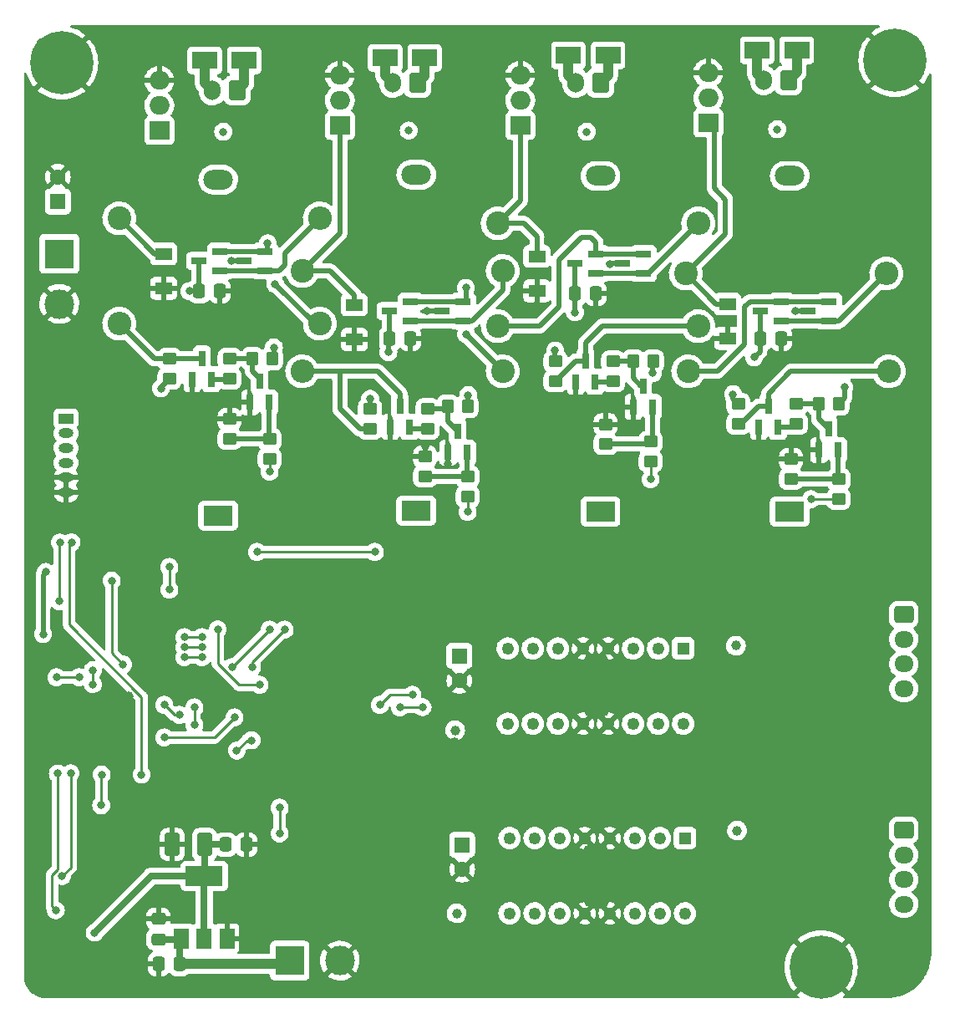
<source format=gbl>
%TF.GenerationSoftware,KiCad,Pcbnew,(6.0.2)*%
%TF.CreationDate,2022-05-10T14:08:14+02:00*%
%TF.ProjectId,shake-it-machine_pcb,7368616b-652d-4697-942d-6d616368696e,rev?*%
%TF.SameCoordinates,PXfad696c0PYf0f76bc2*%
%TF.FileFunction,Copper,L4,Bot*%
%TF.FilePolarity,Positive*%
%FSLAX46Y46*%
G04 Gerber Fmt 4.6, Leading zero omitted, Abs format (unit mm)*
G04 Created by KiCad (PCBNEW (6.0.2)) date 2022-05-10 14:08:14*
%MOMM*%
%LPD*%
G01*
G04 APERTURE LIST*
G04 Aperture macros list*
%AMRoundRect*
0 Rectangle with rounded corners*
0 $1 Rounding radius*
0 $2 $3 $4 $5 $6 $7 $8 $9 X,Y pos of 4 corners*
0 Add a 4 corners polygon primitive as box body*
4,1,4,$2,$3,$4,$5,$6,$7,$8,$9,$2,$3,0*
0 Add four circle primitives for the rounded corners*
1,1,$1+$1,$2,$3*
1,1,$1+$1,$4,$5*
1,1,$1+$1,$6,$7*
1,1,$1+$1,$8,$9*
0 Add four rect primitives between the rounded corners*
20,1,$1+$1,$2,$3,$4,$5,0*
20,1,$1+$1,$4,$5,$6,$7,0*
20,1,$1+$1,$6,$7,$8,$9,0*
20,1,$1+$1,$8,$9,$2,$3,0*%
G04 Aperture macros list end*
%TA.AperFunction,ComponentPad*%
%ADD10R,1.248000X1.248000*%
%TD*%
%TA.AperFunction,ComponentPad*%
%ADD11C,1.248000*%
%TD*%
%TA.AperFunction,ComponentPad*%
%ADD12RoundRect,0.250000X0.600000X0.750000X-0.600000X0.750000X-0.600000X-0.750000X0.600000X-0.750000X0*%
%TD*%
%TA.AperFunction,ComponentPad*%
%ADD13O,1.700000X2.000000*%
%TD*%
%TA.AperFunction,ComponentPad*%
%ADD14R,3.000000X2.000000*%
%TD*%
%TA.AperFunction,ComponentPad*%
%ADD15O,3.000000X2.000000*%
%TD*%
%TA.AperFunction,ComponentPad*%
%ADD16R,2.000000X1.905000*%
%TD*%
%TA.AperFunction,ComponentPad*%
%ADD17O,2.000000X1.905000*%
%TD*%
%TA.AperFunction,ComponentPad*%
%ADD18R,1.600000X1.600000*%
%TD*%
%TA.AperFunction,ComponentPad*%
%ADD19C,1.600000*%
%TD*%
%TA.AperFunction,ComponentPad*%
%ADD20RoundRect,0.250000X-0.725000X0.600000X-0.725000X-0.600000X0.725000X-0.600000X0.725000X0.600000X0*%
%TD*%
%TA.AperFunction,ComponentPad*%
%ADD21O,1.950000X1.700000*%
%TD*%
%TA.AperFunction,ComponentPad*%
%ADD22R,3.000000X3.000000*%
%TD*%
%TA.AperFunction,ComponentPad*%
%ADD23C,3.000000*%
%TD*%
%TA.AperFunction,ComponentPad*%
%ADD24R,1.500000X1.000000*%
%TD*%
%TA.AperFunction,ComponentPad*%
%ADD25O,1.500000X1.000000*%
%TD*%
%TA.AperFunction,ComponentPad*%
%ADD26C,0.800000*%
%TD*%
%TA.AperFunction,ComponentPad*%
%ADD27C,6.400000*%
%TD*%
%TA.AperFunction,SMDPad,CuDef*%
%ADD28R,2.500000X1.800000*%
%TD*%
%TA.AperFunction,SMDPad,CuDef*%
%ADD29R,1.700000X1.300000*%
%TD*%
%TA.AperFunction,ComponentPad*%
%ADD30C,2.400000*%
%TD*%
%TA.AperFunction,ComponentPad*%
%ADD31O,2.400000X2.400000*%
%TD*%
%TA.AperFunction,SMDPad,CuDef*%
%ADD32R,1.600000X0.800000*%
%TD*%
%TA.AperFunction,SMDPad,CuDef*%
%ADD33RoundRect,0.250000X0.337500X0.475000X-0.337500X0.475000X-0.337500X-0.475000X0.337500X-0.475000X0*%
%TD*%
%TA.AperFunction,SMDPad,CuDef*%
%ADD34RoundRect,0.249999X0.450001X-0.350001X0.450001X0.350001X-0.450001X0.350001X-0.450001X-0.350001X0*%
%TD*%
%TA.AperFunction,SMDPad,CuDef*%
%ADD35RoundRect,0.249999X-0.350001X-0.450001X0.350001X-0.450001X0.350001X0.450001X-0.350001X0.450001X0*%
%TD*%
%TA.AperFunction,SMDPad,CuDef*%
%ADD36RoundRect,0.249999X-0.450001X0.350001X-0.450001X-0.350001X0.450001X-0.350001X0.450001X0.350001X0*%
%TD*%
%TA.AperFunction,SMDPad,CuDef*%
%ADD37R,0.800000X1.600000*%
%TD*%
%TA.AperFunction,SMDPad,CuDef*%
%ADD38RoundRect,0.250000X0.475000X-0.337500X0.475000X0.337500X-0.475000X0.337500X-0.475000X-0.337500X0*%
%TD*%
%TA.AperFunction,SMDPad,CuDef*%
%ADD39RoundRect,0.250000X-0.337500X-0.475000X0.337500X-0.475000X0.337500X0.475000X-0.337500X0.475000X0*%
%TD*%
%TA.AperFunction,SMDPad,CuDef*%
%ADD40RoundRect,0.250000X0.500000X0.925000X-0.500000X0.925000X-0.500000X-0.925000X0.500000X-0.925000X0*%
%TD*%
%TA.AperFunction,SMDPad,CuDef*%
%ADD41R,1.500000X2.000000*%
%TD*%
%TA.AperFunction,SMDPad,CuDef*%
%ADD42R,3.800000X2.000000*%
%TD*%
%TA.AperFunction,ViaPad*%
%ADD43C,1.000000*%
%TD*%
%TA.AperFunction,ViaPad*%
%ADD44C,0.800000*%
%TD*%
%TA.AperFunction,Conductor*%
%ADD45C,0.500000*%
%TD*%
%TA.AperFunction,Conductor*%
%ADD46C,0.250000*%
%TD*%
%TA.AperFunction,Conductor*%
%ADD47C,0.700000*%
%TD*%
%TA.AperFunction,Conductor*%
%ADD48C,1.000000*%
%TD*%
G04 APERTURE END LIST*
D10*
%TO.P,U1,1*%
%TO.N,Net-(R1-Pad2)*%
X67296000Y35942522D03*
D11*
%TO.P,U1,2*%
%TO.N,STEPPER_1_A*%
X64756000Y35942522D03*
%TO.P,U1,3*%
%TO.N,STEPPER_1_A_OUT*%
X62216000Y35942522D03*
%TO.P,U1,4*%
%TO.N,GND*%
X59676000Y35942522D03*
%TO.P,U1,5*%
X57136000Y35942522D03*
%TO.P,U1,6*%
%TO.N,STEPPER_1_B_OUT*%
X54596000Y35942522D03*
%TO.P,U1,7*%
%TO.N,STEPPER_1_B*%
X52056000Y35942522D03*
%TO.P,U1,8*%
%TO.N,+5V*%
X49516000Y35942522D03*
%TO.P,U1,9*%
%TO.N,Net-(R12-Pad2)*%
X49516000Y28322522D03*
%TO.P,U1,10*%
%TO.N,STEPPER_1_C*%
X52056000Y28322522D03*
%TO.P,U1,11*%
%TO.N,STEPPER_1_C_OUT*%
X54596000Y28322522D03*
%TO.P,U1,12*%
%TO.N,GND*%
X57136000Y28322522D03*
%TO.P,U1,13*%
X59676000Y28322522D03*
%TO.P,U1,14*%
%TO.N,STEPPER_1_D_OUT*%
X62216000Y28322522D03*
%TO.P,U1,15*%
%TO.N,STEPPER_1_D*%
X64756000Y28322522D03*
%TO.P,U1,16*%
%TO.N,+5V*%
X67296000Y28322522D03*
%TD*%
D12*
%TO.P,J9,1*%
%TO.N,MOTOR_4+*%
X77964000Y93473522D03*
D13*
%TO.P,J9,2*%
%TO.N,MOTOR_4-*%
X75464000Y93473522D03*
%TD*%
D14*
%TO.P,F1,1*%
%TO.N,+12V*%
X78091000Y49785522D03*
D15*
%TO.P,F1,2*%
%TO.N,MOTOR_4+*%
X78091000Y83803522D03*
%TD*%
D14*
%TO.P,F2,1*%
%TO.N,+12V*%
X58914000Y49785522D03*
D15*
%TO.P,F2,2*%
%TO.N,MOTOR_3+*%
X58914000Y83803522D03*
%TD*%
D14*
%TO.P,F3,1*%
%TO.N,+12V*%
X40245000Y49912522D03*
D15*
%TO.P,F3,2*%
%TO.N,MOTOR_2+*%
X40245000Y83930522D03*
%TD*%
D14*
%TO.P,F4,1*%
%TO.N,+12V*%
X20179000Y49404522D03*
D15*
%TO.P,F4,2*%
%TO.N,MOTOR_1+*%
X20179000Y83422522D03*
%TD*%
D16*
%TO.P,Q20,1*%
%TO.N,Net-(D9-Pad1)*%
X14210000Y88393522D03*
D17*
%TO.P,Q20,2*%
%TO.N,MOTOR_1-*%
X14210000Y90933522D03*
%TO.P,Q20,3*%
%TO.N,GND*%
X14210000Y93473522D03*
%TD*%
D12*
%TO.P,J8,1*%
%TO.N,MOTOR_3+*%
X58914000Y93219522D03*
D13*
%TO.P,J8,2*%
%TO.N,MOTOR_3-*%
X56414000Y93219522D03*
%TD*%
D18*
%TO.P,C2,1*%
%TO.N,+5V*%
X44893200Y16054322D03*
D19*
%TO.P,C2,2*%
%TO.N,GND*%
X44893200Y13554322D03*
%TD*%
D18*
%TO.P,C8,1*%
%TO.N,+5V*%
X44613800Y35180522D03*
D19*
%TO.P,C8,2*%
%TO.N,GND*%
X44613800Y32680522D03*
%TD*%
D20*
%TO.P,J2,1*%
%TO.N,STEPPER_1_A_OUT*%
X89648000Y39371522D03*
D21*
%TO.P,J2,2*%
%TO.N,STEPPER_1_B_OUT*%
X89648000Y36871522D03*
%TO.P,J2,3*%
%TO.N,STEPPER_1_C_OUT*%
X89648000Y34371522D03*
%TO.P,J2,4*%
%TO.N,STEPPER_1_D_OUT*%
X89648000Y31871522D03*
%TD*%
D20*
%TO.P,J3,1*%
%TO.N,STEPPER_2_A_OUT*%
X89648000Y17527522D03*
D21*
%TO.P,J3,2*%
%TO.N,STEPPER_2_B_OUT*%
X89648000Y15027522D03*
%TO.P,J3,3*%
%TO.N,STEPPER_2_C_OUT*%
X89648000Y12527522D03*
%TO.P,J3,4*%
%TO.N,STEPPER_2_D_OUT*%
X89648000Y10027522D03*
%TD*%
D12*
%TO.P,J5,1*%
%TO.N,MOTOR_1+*%
X22084000Y92457522D03*
D13*
%TO.P,J5,2*%
%TO.N,MOTOR_1-*%
X19584000Y92457522D03*
%TD*%
D12*
%TO.P,J7,1*%
%TO.N,MOTOR_2+*%
X40372000Y93219522D03*
D13*
%TO.P,J7,2*%
%TO.N,MOTOR_2-*%
X37872000Y93219522D03*
%TD*%
D16*
%TO.P,Q9,1*%
%TO.N,Net-(D3-Pad1)*%
X69836000Y89155522D03*
D17*
%TO.P,Q9,2*%
%TO.N,MOTOR_4-*%
X69836000Y91695522D03*
%TO.P,Q9,3*%
%TO.N,GND*%
X69836000Y94235522D03*
%TD*%
D16*
%TO.P,Q10,1*%
%TO.N,Net-(D4-Pad1)*%
X50786000Y88901522D03*
D17*
%TO.P,Q10,2*%
%TO.N,MOTOR_3-*%
X50786000Y91441522D03*
%TO.P,Q10,3*%
%TO.N,GND*%
X50786000Y93981522D03*
%TD*%
D16*
%TO.P,Q19,1*%
%TO.N,Net-(D7-Pad1)*%
X32498000Y88901522D03*
D17*
%TO.P,Q19,2*%
%TO.N,MOTOR_2-*%
X32498000Y91441522D03*
%TO.P,Q19,3*%
%TO.N,GND*%
X32498000Y93981522D03*
%TD*%
D10*
%TO.P,U2,1*%
%TO.N,Net-(R24-Pad2)*%
X67473800Y16740122D03*
D11*
%TO.P,U2,2*%
%TO.N,STEPPER_2_A*%
X64933800Y16740122D03*
%TO.P,U2,3*%
%TO.N,STEPPER_2_A_OUT*%
X62393800Y16740122D03*
%TO.P,U2,4*%
%TO.N,GND*%
X59853800Y16740122D03*
%TO.P,U2,5*%
X57313800Y16740122D03*
%TO.P,U2,6*%
%TO.N,STEPPER_2_B_OUT*%
X54773800Y16740122D03*
%TO.P,U2,7*%
%TO.N,STEPPER_2_B*%
X52233800Y16740122D03*
%TO.P,U2,8*%
%TO.N,+5V*%
X49693800Y16740122D03*
%TO.P,U2,9*%
%TO.N,Net-(R25-Pad2)*%
X49693800Y9120122D03*
%TO.P,U2,10*%
%TO.N,STEPPER_2_C*%
X52233800Y9120122D03*
%TO.P,U2,11*%
%TO.N,STEPPER_2_C_OUT*%
X54773800Y9120122D03*
%TO.P,U2,12*%
%TO.N,GND*%
X57313800Y9120122D03*
%TO.P,U2,13*%
X59853800Y9120122D03*
%TO.P,U2,14*%
%TO.N,STEPPER_2_D_OUT*%
X62393800Y9120122D03*
%TO.P,U2,15*%
%TO.N,STEPPER_2_D*%
X64933800Y9120122D03*
%TO.P,U2,16*%
%TO.N,+5V*%
X67473800Y9120122D03*
%TD*%
D22*
%TO.P,J1,1*%
%TO.N,+12V*%
X4075400Y75922122D03*
D23*
%TO.P,J1,2*%
%TO.N,GND*%
X4075400Y70842122D03*
%TD*%
D18*
%TO.P,C16,1*%
%TO.N,+12V*%
X3923000Y81205322D03*
D19*
%TO.P,C16,2*%
%TO.N,GND*%
X3923000Y83705322D03*
%TD*%
D24*
%TO.P,J10,1*%
%TO.N,+5V*%
X4761200Y59241322D03*
D25*
%TO.P,J10,2*%
X4761200Y57741322D03*
%TO.P,J10,3*%
%TO.N,TS_RX*%
X4761200Y56241322D03*
%TO.P,J10,4*%
%TO.N,TS_TX*%
X4761200Y54741322D03*
%TO.P,J10,5*%
%TO.N,GND*%
X4761200Y53241322D03*
%TO.P,J10,6*%
X4761200Y51741322D03*
%TD*%
D22*
%TO.P,J4,1*%
%TO.N,+5V*%
X27418000Y4319522D03*
D23*
%TO.P,J4,2*%
%TO.N,GND*%
X32498000Y4319522D03*
%TD*%
D26*
%TO.P,H2,1*%
%TO.N,GND*%
X86359000Y95494000D03*
D27*
X88759000Y95494000D03*
D26*
X90456056Y93796944D03*
X87061944Y97191056D03*
X88759000Y93094000D03*
X87061944Y93796944D03*
X88759000Y97894000D03*
X90456056Y97191056D03*
X91159000Y95494000D03*
%TD*%
%TO.P,H3,1*%
%TO.N,GND*%
X6001056Y96937056D03*
X2606944Y93542944D03*
X4304000Y97640000D03*
X1904000Y95240000D03*
D27*
X4304000Y95240000D03*
D26*
X2606944Y96937056D03*
X4304000Y92840000D03*
X6704000Y95240000D03*
X6001056Y93542944D03*
%TD*%
%TO.P,H4,1*%
%TO.N,GND*%
X81266000Y1273000D03*
X81266000Y6073000D03*
X82963056Y5370056D03*
X79568944Y5370056D03*
X82963056Y1975944D03*
X78866000Y3673000D03*
X79568944Y1975944D03*
D27*
X81266000Y3673000D03*
D26*
X83666000Y3673000D03*
%TD*%
D28*
%TO.P,D8,1*%
%TO.N,MOTOR_2+*%
X41102000Y95759522D03*
%TO.P,D8,2*%
%TO.N,MOTOR_2-*%
X37102000Y95759522D03*
%TD*%
D29*
%TO.P,D7,1*%
%TO.N,Net-(D7-Pad1)*%
X33971200Y70737922D03*
%TO.P,D7,2*%
%TO.N,GND*%
X33971200Y67237922D03*
%TD*%
D30*
%TO.P,R18,1*%
%TO.N,Net-(Q5-Pad1)*%
X67804000Y64009522D03*
D31*
%TO.P,R18,2*%
%TO.N,Net-(Q3-Pad3)*%
X88124000Y64009522D03*
%TD*%
D30*
%TO.P,R20,1*%
%TO.N,Net-(D3-Pad1)*%
X67550000Y73915522D03*
D31*
%TO.P,R20,2*%
%TO.N,Net-(Q5-Pad2)*%
X87870000Y73915522D03*
%TD*%
D30*
%TO.P,R34,1*%
%TO.N,Net-(Q15-Pad1)*%
X49008000Y64009522D03*
D31*
%TO.P,R34,2*%
%TO.N,Net-(Q13-Pad3)*%
X28688000Y64009522D03*
%TD*%
D30*
%TO.P,R36,1*%
%TO.N,Net-(D7-Pad1)*%
X28688000Y74169522D03*
D31*
%TO.P,R36,2*%
%TO.N,Net-(Q15-Pad2)*%
X49008000Y74169522D03*
%TD*%
D30*
%TO.P,R37,1*%
%TO.N,Net-(D9-Pad1)*%
X10146000Y79503522D03*
D31*
%TO.P,R37,2*%
%TO.N,Net-(Q17-Pad2)*%
X30466000Y79503522D03*
%TD*%
D29*
%TO.P,D9,1*%
%TO.N,Net-(D9-Pad1)*%
X14641800Y75919522D03*
%TO.P,D9,2*%
%TO.N,GND*%
X14641800Y72419522D03*
%TD*%
D32*
%TO.P,Q17,1*%
%TO.N,Net-(Q17-Pad1)*%
X24928800Y76150722D03*
%TO.P,Q17,2*%
%TO.N,Net-(Q17-Pad2)*%
X24928800Y74220322D03*
%TO.P,Q17,3*%
%TO.N,GND*%
X22792000Y75185522D03*
%TD*%
%TO.P,Q18,1*%
%TO.N,Net-(Q17-Pad1)*%
X20356800Y76150722D03*
%TO.P,Q18,2*%
%TO.N,Net-(Q17-Pad2)*%
X20356800Y74220322D03*
%TO.P,Q18,3*%
%TO.N,+5V*%
X18220000Y75185522D03*
%TD*%
D33*
%TO.P,C24,1*%
%TO.N,GND*%
X20327500Y72137522D03*
%TO.P,C24,2*%
%TO.N,+5V*%
X18252500Y72137522D03*
%TD*%
D30*
%TO.P,R35,1*%
%TO.N,Net-(Q17-Pad1)*%
X30466000Y68835522D03*
D31*
%TO.P,R35,2*%
%TO.N,Net-(Q14-Pad3)*%
X10146000Y68835522D03*
%TD*%
D33*
%TO.P,C23,1*%
%TO.N,GND*%
X39631500Y67311522D03*
%TO.P,C23,2*%
%TO.N,+5V*%
X37556500Y67311522D03*
%TD*%
D30*
%TO.P,R21,1*%
%TO.N,Net-(D4-Pad1)*%
X48500000Y78995522D03*
D31*
%TO.P,R21,2*%
%TO.N,Net-(Q7-Pad2)*%
X68820000Y78995522D03*
%TD*%
D30*
%TO.P,R19,1*%
%TO.N,Net-(Q7-Pad1)*%
X48500000Y68581522D03*
D31*
%TO.P,R19,2*%
%TO.N,Net-(Q4-Pad3)*%
X68820000Y68581522D03*
%TD*%
D34*
%TO.P,R17,1*%
%TO.N,Net-(Q4-Pad3)*%
X54342000Y63009522D03*
%TO.P,R17,2*%
%TO.N,+5V*%
X54342000Y65009522D03*
%TD*%
D35*
%TO.P,R13,1*%
%TO.N,Net-(Q2-Pad3)*%
X62232000Y65025522D03*
%TO.P,R13,2*%
%TO.N,+5V*%
X64232000Y65025522D03*
%TD*%
D34*
%TO.P,R10,1*%
%TO.N,Net-(Q2-Pad1)*%
X59422000Y56643522D03*
%TO.P,R10,2*%
%TO.N,GND*%
X59422000Y58643522D03*
%TD*%
D36*
%TO.P,R8,1*%
%TO.N,Net-(Q2-Pad1)*%
X63994000Y56881522D03*
%TO.P,R8,2*%
%TO.N,MOTOR_3*%
X63994000Y54881522D03*
%TD*%
D32*
%TO.P,Q8,1*%
%TO.N,Net-(Q7-Pad1)*%
X58456800Y75896722D03*
%TO.P,Q8,2*%
%TO.N,Net-(Q7-Pad2)*%
X58456800Y73966322D03*
%TO.P,Q8,3*%
%TO.N,+5V*%
X56320000Y74931522D03*
%TD*%
D37*
%TO.P,Q4,1*%
%TO.N,Net-(Q4-Pad1)*%
X58355200Y62942722D03*
%TO.P,Q4,2*%
%TO.N,GND*%
X56424800Y62942722D03*
%TO.P,Q4,3*%
%TO.N,Net-(Q4-Pad3)*%
X57390000Y65079522D03*
%TD*%
D33*
%TO.P,C22,1*%
%TO.N,GND*%
X58427500Y71883522D03*
%TO.P,C22,2*%
%TO.N,+5V*%
X56352500Y71883522D03*
%TD*%
D29*
%TO.P,D4,1*%
%TO.N,Net-(D4-Pad1)*%
X52462400Y75665522D03*
%TO.P,D4,2*%
%TO.N,GND*%
X52462400Y72165522D03*
%TD*%
D33*
%TO.P,C9,1*%
%TO.N,+5V*%
X16238100Y3989322D03*
%TO.P,C9,2*%
%TO.N,GND*%
X14163100Y3989322D03*
%TD*%
D38*
%TO.P,C10,1*%
%TO.N,+5V*%
X14108400Y6482422D03*
%TO.P,C10,2*%
%TO.N,GND*%
X14108400Y8557422D03*
%TD*%
D39*
%TO.P,C14,1*%
%TO.N,+3V3*%
X20944900Y16079722D03*
%TO.P,C14,2*%
%TO.N,GND*%
X23019900Y16079722D03*
%TD*%
D40*
%TO.P,C15,1*%
%TO.N,+3V3*%
X18781400Y16079722D03*
%TO.P,C15,2*%
%TO.N,GND*%
X15531400Y16079722D03*
%TD*%
D33*
%TO.P,C21,1*%
%TO.N,GND*%
X77223500Y67311522D03*
%TO.P,C21,2*%
%TO.N,+5V*%
X75148500Y67311522D03*
%TD*%
D29*
%TO.P,D3,1*%
%TO.N,Net-(D3-Pad1)*%
X71791800Y70839522D03*
%TO.P,D3,2*%
%TO.N,GND*%
X71791800Y67339522D03*
%TD*%
D28*
%TO.P,D5,1*%
%TO.N,MOTOR_4+*%
X78795600Y96521522D03*
%TO.P,D5,2*%
%TO.N,MOTOR_4-*%
X74795600Y96521522D03*
%TD*%
%TO.P,D6,1*%
%TO.N,MOTOR_3+*%
X59669400Y96013522D03*
%TO.P,D6,2*%
%TO.N,MOTOR_3-*%
X55669400Y96013522D03*
%TD*%
%TO.P,D10,1*%
%TO.N,MOTOR_1+*%
X22814000Y95505522D03*
%TO.P,D10,2*%
%TO.N,MOTOR_1-*%
X18814000Y95505522D03*
%TD*%
D37*
%TO.P,Q1,1*%
%TO.N,Net-(Q1-Pad1)*%
X82993200Y56030722D03*
%TO.P,Q1,2*%
%TO.N,GND*%
X81062800Y56030722D03*
%TO.P,Q1,3*%
%TO.N,Net-(Q1-Pad3)*%
X82028000Y58167522D03*
%TD*%
%TO.P,Q2,1*%
%TO.N,Net-(Q2-Pad1)*%
X64197200Y60402722D03*
%TO.P,Q2,2*%
%TO.N,GND*%
X62266800Y60402722D03*
%TO.P,Q2,3*%
%TO.N,Net-(Q2-Pad3)*%
X63232000Y62539522D03*
%TD*%
%TO.P,Q3,1*%
%TO.N,Net-(Q3-Pad1)*%
X76897200Y58370722D03*
%TO.P,Q3,2*%
%TO.N,GND*%
X74966800Y58370722D03*
%TO.P,Q3,3*%
%TO.N,Net-(Q3-Pad3)*%
X75932000Y60507522D03*
%TD*%
D32*
%TO.P,Q5,1*%
%TO.N,Net-(Q5-Pad1)*%
X82078800Y71070722D03*
%TO.P,Q5,2*%
%TO.N,Net-(Q5-Pad2)*%
X82078800Y69140322D03*
%TO.P,Q5,3*%
%TO.N,GND*%
X79942000Y70105522D03*
%TD*%
%TO.P,Q6,1*%
%TO.N,Net-(Q5-Pad1)*%
X77252800Y71070722D03*
%TO.P,Q6,2*%
%TO.N,Net-(Q5-Pad2)*%
X77252800Y69140322D03*
%TO.P,Q6,3*%
%TO.N,+5V*%
X75116000Y70105522D03*
%TD*%
%TO.P,Q7,1*%
%TO.N,Net-(Q7-Pad1)*%
X63282800Y75896722D03*
%TO.P,Q7,2*%
%TO.N,Net-(Q7-Pad2)*%
X63282800Y73966322D03*
%TO.P,Q7,3*%
%TO.N,GND*%
X61146000Y74931522D03*
%TD*%
D37*
%TO.P,Q11,1*%
%TO.N,Net-(Q11-Pad1)*%
X45401200Y55776722D03*
%TO.P,Q11,2*%
%TO.N,GND*%
X43470800Y55776722D03*
%TO.P,Q11,3*%
%TO.N,Net-(Q11-Pad3)*%
X44436000Y57913522D03*
%TD*%
%TO.P,Q12,1*%
%TO.N,Net-(Q12-Pad1)*%
X25335200Y60856722D03*
%TO.P,Q12,2*%
%TO.N,GND*%
X23404800Y60856722D03*
%TO.P,Q12,3*%
%TO.N,Net-(Q12-Pad3)*%
X24370000Y62993522D03*
%TD*%
%TO.P,Q13,1*%
%TO.N,Net-(Q13-Pad1)*%
X39559200Y58370722D03*
%TO.P,Q13,2*%
%TO.N,GND*%
X37628800Y58370722D03*
%TO.P,Q13,3*%
%TO.N,Net-(Q13-Pad3)*%
X38594000Y60507522D03*
%TD*%
%TO.P,Q14,1*%
%TO.N,Net-(Q14-Pad1)*%
X19493200Y63196722D03*
%TO.P,Q14,2*%
%TO.N,GND*%
X17562800Y63196722D03*
%TO.P,Q14,3*%
%TO.N,Net-(Q14-Pad3)*%
X18528000Y65333522D03*
%TD*%
D32*
%TO.P,Q15,1*%
%TO.N,Net-(Q15-Pad1)*%
X44994800Y71070722D03*
%TO.P,Q15,2*%
%TO.N,Net-(Q15-Pad2)*%
X44994800Y69140322D03*
%TO.P,Q15,3*%
%TO.N,GND*%
X42858000Y70105522D03*
%TD*%
%TO.P,Q16,1*%
%TO.N,Net-(Q15-Pad1)*%
X39660800Y71070722D03*
%TO.P,Q16,2*%
%TO.N,Net-(Q15-Pad2)*%
X39660800Y69140322D03*
%TO.P,Q16,3*%
%TO.N,+5V*%
X37524000Y70105522D03*
%TD*%
D36*
%TO.P,R7,1*%
%TO.N,Net-(Q1-Pad1)*%
X83044000Y53071522D03*
%TO.P,R7,2*%
%TO.N,MOTOR_4*%
X83044000Y51071522D03*
%TD*%
D34*
%TO.P,R9,1*%
%TO.N,Net-(Q1-Pad1)*%
X78218000Y53103522D03*
%TO.P,R9,2*%
%TO.N,GND*%
X78218000Y55103522D03*
%TD*%
D35*
%TO.P,R11,1*%
%TO.N,Net-(Q1-Pad3)*%
X81028000Y60707522D03*
%TO.P,R11,2*%
%TO.N,+5V*%
X83028000Y60707522D03*
%TD*%
D36*
%TO.P,R14,1*%
%TO.N,Net-(Q1-Pad3)*%
X78726000Y60691522D03*
%TO.P,R14,2*%
%TO.N,Net-(Q3-Pad1)*%
X78726000Y58691522D03*
%TD*%
%TO.P,R15,1*%
%TO.N,Net-(Q2-Pad3)*%
X60184000Y65009522D03*
%TO.P,R15,2*%
%TO.N,Net-(Q4-Pad1)*%
X60184000Y63009522D03*
%TD*%
D34*
%TO.P,R16,1*%
%TO.N,Net-(Q3-Pad3)*%
X72884000Y58691522D03*
%TO.P,R16,2*%
%TO.N,+5V*%
X72884000Y60691522D03*
%TD*%
D36*
%TO.P,R22,1*%
%TO.N,Net-(Q11-Pad1)*%
X45452000Y53325522D03*
%TO.P,R22,2*%
%TO.N,MOTOR_2*%
X45452000Y51325522D03*
%TD*%
D34*
%TO.P,R23,1*%
%TO.N,Net-(Q11-Pad1)*%
X41134000Y53357522D03*
%TO.P,R23,2*%
%TO.N,GND*%
X41134000Y55357522D03*
%TD*%
D36*
%TO.P,R26,1*%
%TO.N,Net-(Q12-Pad1)*%
X25386000Y57135522D03*
%TO.P,R26,2*%
%TO.N,MOTOR_1*%
X25386000Y55135522D03*
%TD*%
D34*
%TO.P,R27,1*%
%TO.N,Net-(Q12-Pad1)*%
X21322000Y57167522D03*
%TO.P,R27,2*%
%TO.N,GND*%
X21322000Y59167522D03*
%TD*%
D35*
%TO.P,R28,1*%
%TO.N,Net-(Q11-Pad3)*%
X43436000Y60453522D03*
%TO.P,R28,2*%
%TO.N,+5V*%
X45436000Y60453522D03*
%TD*%
D36*
%TO.P,R29,1*%
%TO.N,Net-(Q11-Pad3)*%
X41388000Y60183522D03*
%TO.P,R29,2*%
%TO.N,Net-(Q13-Pad1)*%
X41388000Y58183522D03*
%TD*%
D35*
%TO.P,R30,1*%
%TO.N,Net-(Q12-Pad3)*%
X23624000Y65279522D03*
%TO.P,R30,2*%
%TO.N,+5V*%
X25624000Y65279522D03*
%TD*%
D36*
%TO.P,R31,1*%
%TO.N,Net-(Q12-Pad3)*%
X21322000Y65263522D03*
%TO.P,R31,2*%
%TO.N,Net-(Q14-Pad1)*%
X21322000Y63263522D03*
%TD*%
D34*
%TO.P,R32,1*%
%TO.N,Net-(Q13-Pad3)*%
X35546000Y58183522D03*
%TO.P,R32,2*%
%TO.N,+5V*%
X35546000Y60183522D03*
%TD*%
D36*
%TO.P,R33,1*%
%TO.N,Net-(Q14-Pad3)*%
X15226000Y65263522D03*
%TO.P,R33,2*%
%TO.N,+5V*%
X15226000Y63263522D03*
%TD*%
D41*
%TO.P,U3,1*%
%TO.N,GND*%
X21056600Y6579722D03*
%TO.P,U3,2*%
%TO.N,+3V3*%
X18756600Y6579722D03*
D42*
X18756600Y12879722D03*
D41*
%TO.P,U3,3*%
%TO.N,+5V*%
X16456600Y6579722D03*
%TD*%
D43*
%TO.N,GND*%
X8090000Y31116522D03*
X9590000Y31116522D03*
X11090000Y31116522D03*
X6590000Y29616522D03*
X8090000Y29616522D03*
X9590000Y29616522D03*
X11090000Y29616522D03*
X6590000Y28116522D03*
X8090000Y28116522D03*
X9590000Y28116522D03*
X11090000Y28116522D03*
X6590000Y26616522D03*
X8090000Y26616522D03*
X9590000Y26616522D03*
X11090000Y26616522D03*
X41084600Y44451522D03*
X42584600Y44451522D03*
X44084600Y44451522D03*
X45584600Y44451522D03*
X47084600Y44451522D03*
X48584600Y44451522D03*
X50084600Y44451522D03*
X51584600Y44451522D03*
X53084600Y44451522D03*
X54584600Y44451522D03*
X56084600Y44451522D03*
X57584600Y44451522D03*
X59084600Y44451522D03*
X60584600Y44451522D03*
X62084600Y44451522D03*
X63584600Y44451522D03*
X65084600Y44451522D03*
X66584600Y44451522D03*
X68084600Y44451522D03*
X69584600Y44451522D03*
X71084600Y44451522D03*
X72584600Y44451522D03*
X74084600Y44451522D03*
X39584600Y42951522D03*
X41084600Y42951522D03*
X42584600Y42951522D03*
X44084600Y42951522D03*
X45584600Y42951522D03*
X47084600Y42951522D03*
X48584600Y42951522D03*
X50084600Y42951522D03*
X51584600Y42951522D03*
X53084600Y42951522D03*
X54584600Y42951522D03*
X56084600Y42951522D03*
X57584600Y42951522D03*
X59084600Y42951522D03*
X60584600Y42951522D03*
X62084600Y42951522D03*
X63584600Y42951522D03*
X65084600Y42951522D03*
X66584600Y42951522D03*
X68084600Y42951522D03*
X69584600Y42951522D03*
X71084600Y42951522D03*
X72584600Y42951522D03*
X74084600Y42951522D03*
X39584600Y41451522D03*
X41084600Y41451522D03*
X42584600Y41451522D03*
X44084600Y41451522D03*
X45584600Y41451522D03*
X47084600Y41451522D03*
X48584600Y41451522D03*
X50084600Y41451522D03*
X51584600Y41451522D03*
X53084600Y41451522D03*
X54584600Y41451522D03*
X56084600Y41451522D03*
X57584600Y41451522D03*
X59084600Y41451522D03*
X60584600Y41451522D03*
X62084600Y41451522D03*
X63584600Y41451522D03*
X65084600Y41451522D03*
X66584600Y41451522D03*
X68084600Y41451522D03*
X69584600Y41451522D03*
X71084600Y41451522D03*
X72584600Y41451522D03*
X74084600Y41451522D03*
X39584600Y39951522D03*
X41084600Y39951522D03*
X42584600Y39951522D03*
X44084600Y39951522D03*
X45584600Y39951522D03*
X47084600Y39951522D03*
X48584600Y39951522D03*
X50084600Y39951522D03*
X51584600Y39951522D03*
X53084600Y39951522D03*
X54584600Y39951522D03*
X56084600Y39951522D03*
X57584600Y39951522D03*
X59084600Y39951522D03*
X60584600Y39951522D03*
X62084600Y39951522D03*
X63584600Y39951522D03*
X65084600Y39951522D03*
X66584600Y39951522D03*
X68084600Y39951522D03*
X69584600Y39951522D03*
X71084600Y39951522D03*
X72584600Y39951522D03*
X74084600Y39951522D03*
X39584600Y38451522D03*
X41084600Y38451522D03*
X42584600Y38451522D03*
X44084600Y38451522D03*
X45584600Y38451522D03*
X47084600Y38451522D03*
X48584600Y38451522D03*
X50084600Y38451522D03*
X51584600Y38451522D03*
X53084600Y38451522D03*
X54584600Y38451522D03*
X56084600Y38451522D03*
X57584600Y38451522D03*
X59084600Y38451522D03*
X60584600Y38451522D03*
X62084600Y38451522D03*
X63584600Y38451522D03*
X65084600Y38451522D03*
X66584600Y38451522D03*
X68084600Y38451522D03*
X69584600Y38451522D03*
X71084600Y38451522D03*
X72584600Y38451522D03*
X74084600Y38451522D03*
X74135400Y23417522D03*
X39635400Y21917522D03*
X41135400Y21917522D03*
X48635400Y21917522D03*
X53135400Y21917522D03*
X54635400Y21917522D03*
X56135400Y21917522D03*
X72635400Y23417522D03*
X44135400Y21917522D03*
X47135400Y21917522D03*
X51635400Y21917522D03*
X57635400Y21917522D03*
X42635400Y21917522D03*
X50135400Y21917522D03*
X59135400Y21917522D03*
X71135400Y23417522D03*
X45635400Y21917522D03*
X45635400Y26417522D03*
X66635400Y26417522D03*
X44135400Y26417522D03*
X44135400Y24917522D03*
X47135400Y24917522D03*
X69635400Y26417522D03*
X50135400Y26417522D03*
X53135400Y24917522D03*
X56135400Y24917522D03*
X74135400Y26417522D03*
X51635400Y26417522D03*
X62135400Y24917522D03*
X65135400Y26417522D03*
X65135400Y24917522D03*
X66635400Y24917522D03*
X68135400Y24917522D03*
X69635400Y24917522D03*
X72635400Y24917522D03*
X57635400Y26417522D03*
X74135400Y24917522D03*
X41135400Y23417522D03*
X42635400Y23417522D03*
X47135400Y23417522D03*
X68135400Y26417522D03*
X51635400Y24917522D03*
X45635400Y24917522D03*
X44135400Y23417522D03*
X50135400Y23417522D03*
X54635400Y24917522D03*
X48635400Y23417522D03*
X48635400Y26417522D03*
X45635400Y23417522D03*
X57635400Y24917522D03*
X71135400Y26417522D03*
X60635400Y26417522D03*
X71135400Y24917522D03*
X39635400Y23417522D03*
X51635400Y23417522D03*
X42635400Y24917522D03*
X41135400Y26417522D03*
X62135400Y26417522D03*
X72635400Y26417522D03*
X39635400Y24917522D03*
X48635400Y24917522D03*
X59135400Y26417522D03*
X42635400Y26417522D03*
X41135400Y24917522D03*
X56135400Y26417522D03*
X54635400Y26417522D03*
X50135400Y24917522D03*
X60635400Y24917522D03*
X47135400Y26417522D03*
X53135400Y26417522D03*
X59135400Y24917522D03*
X63635400Y24917522D03*
X63635400Y26417522D03*
X53135400Y23417522D03*
X57635400Y23417522D03*
X56135400Y23417522D03*
X63635400Y23417522D03*
X69635400Y23417522D03*
X68135400Y23417522D03*
X60635400Y23417522D03*
X54635400Y23417522D03*
X65135400Y23417522D03*
X66635400Y23417522D03*
X62135400Y23417522D03*
X59135400Y23417522D03*
X39635400Y26417522D03*
X57635400Y20417522D03*
X65135400Y20417522D03*
X66635400Y20417522D03*
X54635400Y20417522D03*
X65135400Y21917522D03*
X62135400Y20417522D03*
X44135400Y20417522D03*
X51635400Y20417522D03*
X53135400Y20417522D03*
X66635400Y21917522D03*
X71135400Y21917522D03*
X63635400Y21917522D03*
X60635400Y20417522D03*
X63635400Y20417522D03*
X68135400Y20417522D03*
X62135400Y21917522D03*
X39635400Y20417522D03*
X59135400Y20417522D03*
X74135400Y21917522D03*
X41135400Y20417522D03*
X45635400Y20417522D03*
X48635400Y20417522D03*
X71135400Y20417522D03*
X72635400Y20417522D03*
X56135400Y20417522D03*
X47135400Y20417522D03*
X74135400Y20417522D03*
X72635400Y21917522D03*
X42635400Y20417522D03*
X69635400Y20417522D03*
X50135400Y20417522D03*
X69635400Y21917522D03*
X60635400Y21917522D03*
X68135400Y21917522D03*
X60686200Y19071322D03*
X59186200Y19071322D03*
X41186200Y19071322D03*
X39686200Y19071322D03*
X57686200Y19071322D03*
X62186200Y19071322D03*
X63686200Y19071322D03*
X51686200Y19071322D03*
X44186200Y19071322D03*
X53186200Y19071322D03*
X68186200Y19071322D03*
X66686200Y19071322D03*
X54686200Y19071322D03*
X65186200Y19071322D03*
X45686200Y19071322D03*
X47186200Y19071322D03*
X48686200Y19071322D03*
X74186200Y19071322D03*
X71186200Y19071322D03*
X69686200Y19071322D03*
X50186200Y19071322D03*
X72686200Y19071322D03*
X56186200Y19071322D03*
X42686200Y19071322D03*
X57711600Y34793922D03*
X60711600Y34793922D03*
X59211600Y34793922D03*
X56211600Y34793922D03*
X57737000Y10282922D03*
X56237000Y10282922D03*
X59237000Y10282922D03*
X60686200Y15489922D03*
X59186200Y15489922D03*
X57686200Y15489922D03*
X60737000Y10282922D03*
X56186200Y15489922D03*
D44*
X6513800Y7875522D03*
D43*
X74084600Y2613522D03*
X71084600Y7113522D03*
X60584600Y1113522D03*
X62084600Y5613522D03*
D44*
X1230600Y47067722D03*
D43*
X47084600Y5613522D03*
X51584600Y4113522D03*
X59262400Y29586922D03*
X41084600Y5613522D03*
D44*
X1103600Y37898322D03*
D43*
X72584600Y7113522D03*
X41084600Y1113522D03*
X59084600Y1113522D03*
D44*
X41134000Y56389522D03*
D43*
X57762400Y29586922D03*
X65084600Y5613522D03*
D44*
X7809200Y16511522D03*
D43*
X45584600Y4113522D03*
X54584600Y5613522D03*
X62084600Y7113522D03*
X53084600Y5613522D03*
X62084600Y2613522D03*
X63584600Y1113522D03*
X56262400Y29586922D03*
X50084600Y2613522D03*
X48584600Y7113522D03*
D44*
X72630000Y27941522D03*
D43*
X53084600Y2613522D03*
X45584600Y2613522D03*
X71084600Y4113522D03*
X65084600Y7113522D03*
X59084600Y7113522D03*
D44*
X41311800Y72747122D03*
D43*
X68084600Y4113522D03*
X42584600Y1113522D03*
X47084600Y2613522D03*
X60762400Y29586922D03*
D44*
X31939200Y34037522D03*
D43*
X39584600Y4113522D03*
X62084600Y4113522D03*
X72584600Y4113522D03*
D44*
X10704800Y5386322D03*
D43*
X56084600Y5613522D03*
X56084600Y4113522D03*
X54584600Y4113522D03*
X50084600Y7113522D03*
X50084600Y5613522D03*
D44*
X78649800Y72493122D03*
D43*
X69584600Y1113522D03*
X47084600Y7113522D03*
D44*
X41311800Y70105522D03*
D43*
X56084600Y7113522D03*
X65084600Y4113522D03*
X57584600Y2613522D03*
X39584600Y5613522D03*
X51584600Y1113522D03*
X57584600Y7113522D03*
X53084600Y1113522D03*
D44*
X18883600Y22556722D03*
D43*
X50084600Y4113522D03*
X44084600Y2613522D03*
X66584600Y1113522D03*
X48584600Y1113522D03*
X60584600Y2613522D03*
X63584600Y4113522D03*
D44*
X21525200Y78081122D03*
D43*
X51584600Y2613522D03*
X57584600Y5613522D03*
X57584600Y1113522D03*
X50084600Y1113522D03*
X54584600Y1113522D03*
X60584600Y5613522D03*
X72960200Y9043922D03*
D44*
X21525200Y75185522D03*
X7606000Y14504922D03*
X30872400Y51842922D03*
D43*
X68084600Y2613522D03*
X71084600Y1113522D03*
X68084600Y1113522D03*
X66584600Y4113522D03*
D44*
X78649800Y70130922D03*
D43*
X54584600Y2613522D03*
X48584600Y5613522D03*
X65084600Y1113522D03*
X48584600Y4113522D03*
X42584600Y5613522D03*
X44084600Y7113522D03*
X44084600Y4113522D03*
X45584600Y1113522D03*
X47084600Y4113522D03*
X47084600Y1113522D03*
D44*
X72630000Y30227522D03*
X2907000Y14276322D03*
D43*
X69584600Y7113522D03*
X39584600Y1113522D03*
X69584600Y2613522D03*
D44*
X69836000Y51385722D03*
D43*
X42584600Y4113522D03*
X41084600Y2613522D03*
X45584600Y7113522D03*
D44*
X43420000Y54611522D03*
D43*
X71084600Y2613522D03*
X59084600Y5613522D03*
X56084600Y2613522D03*
X63584600Y2613522D03*
X69584600Y5613522D03*
X72934800Y10161522D03*
X44084600Y5613522D03*
X54584600Y7113522D03*
X72584600Y1113522D03*
X41084600Y7113522D03*
X42584600Y2613522D03*
X41084600Y4113522D03*
X63584600Y7113522D03*
X74084600Y4113522D03*
X44084600Y1113522D03*
X72584600Y5613522D03*
D44*
X1154400Y22556722D03*
D43*
X39584600Y44451522D03*
X66584600Y7113522D03*
X71084600Y5613522D03*
X56084600Y1113522D03*
X60584600Y7113522D03*
X69584600Y4113522D03*
D44*
X50862200Y51715922D03*
D43*
X66584600Y5613522D03*
X62084600Y1113522D03*
X53084600Y4113522D03*
X65084600Y2613522D03*
X39584600Y2613522D03*
X74084600Y7113522D03*
X57584600Y4113522D03*
X48584600Y2613522D03*
D44*
X32015400Y25553922D03*
D43*
X59084600Y4113522D03*
D44*
X59879200Y77623922D03*
D43*
X74084600Y5613522D03*
X60584600Y4113522D03*
X42584600Y7113522D03*
X74084600Y1113522D03*
X59084600Y2613522D03*
X45584600Y5613522D03*
X68084600Y7113522D03*
X53084600Y7113522D03*
X51584600Y5613522D03*
X39584600Y7113522D03*
X51584600Y7113522D03*
X6590000Y31116522D03*
X72584600Y2613522D03*
X68084600Y5613522D03*
X63584600Y5613522D03*
X66584600Y2613522D03*
D44*
X59879200Y74906122D03*
%TO.N,RESET_RESET-CONFIG*%
X10527000Y34328522D03*
X9384000Y42800522D03*
X7479000Y32296522D03*
X7479000Y33746522D03*
%TO.N,STEPPER_2_A*%
X16242000Y29211522D03*
X14718000Y30227522D03*
X26402000Y19813522D03*
X6082000Y33021522D03*
X26402000Y17203132D03*
X3796000Y33021522D03*
%TO.N,ESP_TX*%
X3719800Y9424922D03*
X3923000Y23267922D03*
%TO.N,ESP_RX*%
X4354800Y12904722D03*
X5218400Y23293322D03*
%TO.N,STEPPER_1_D*%
X16750000Y35053522D03*
X18528000Y35053522D03*
X40884653Y29996523D03*
X38594000Y29973522D03*
%TO.N,STEPPER_1_C*%
X18528000Y36069522D03*
X16750000Y36069522D03*
%TO.N,STEPPER_1_B*%
X18528000Y37085522D03*
X16750000Y37085522D03*
%TO.N,STATUS_1*%
X24370000Y32259522D03*
X20128200Y37872922D03*
%TO.N,ESP_BOOT*%
X8368000Y23166322D03*
X8317200Y20052022D03*
%TO.N,STATUS_0*%
X22058600Y25604722D03*
X23557200Y26646122D03*
%TO.N,MOTOR_4*%
X80250000Y51055522D03*
X15226000Y44197522D03*
X15226000Y41911522D03*
%TO.N,STEPPER_1_A*%
X39864000Y31243522D03*
X36562000Y30227522D03*
%TO.N,MOTOR_3*%
X24116000Y45721522D03*
X63994000Y53087522D03*
X36054000Y45721522D03*
%TO.N,MOTOR_1*%
X17766000Y28195522D03*
X25386000Y37847522D03*
X21576000Y34037522D03*
X17766000Y29973522D03*
X25386000Y53849522D03*
%TO.N,MOTOR_2*%
X14718000Y26925522D03*
X45452000Y49785522D03*
X21830000Y28957522D03*
X23608000Y34037522D03*
X26910000Y37847522D03*
%TO.N,+3V3*%
X7656800Y7164322D03*
X2703800Y43689522D03*
X2424400Y37390322D03*
%TO.N,+5V*%
X56323200Y69978522D03*
X35571400Y61240922D03*
X25817800Y66422522D03*
D43*
X72757000Y17502122D03*
D44*
X17258000Y72137522D03*
X72350600Y61698122D03*
X64222600Y63831722D03*
X74484200Y65431922D03*
X14362400Y62282322D03*
X83628200Y62383922D03*
D43*
X44182000Y27662122D03*
X72630000Y36221922D03*
D44*
X54316600Y66117722D03*
X37425600Y65939922D03*
D43*
X44334400Y9120122D03*
D44*
X45502800Y61596522D03*
%TO.N,+12V*%
X39483000Y88393522D03*
X76821000Y88520522D03*
X57517000Y88266522D03*
X20687000Y88266522D03*
%TO.N,Net-(Q15-Pad1)*%
X45274200Y72467722D03*
X45299600Y67794122D03*
%TO.N,Net-(Q17-Pad1)*%
X25182800Y76963522D03*
X25944800Y72848722D03*
%TO.N,TS_TX*%
X4126200Y46664522D03*
X4075400Y40714522D03*
%TO.N,TS_RX*%
X5320000Y46686722D03*
X12406600Y23166322D03*
%TD*%
D45*
%TO.N,GND*%
X42858000Y70105522D02*
X41311800Y70105522D01*
D46*
X41134000Y56389522D02*
X41134000Y55357522D01*
D45*
X22792000Y75185522D02*
X21525200Y75185522D01*
D46*
X43420000Y54611522D02*
X43420000Y55725922D01*
D45*
X61146000Y74931522D02*
X59904600Y74931522D01*
X78675200Y70105522D02*
X78649800Y70130922D01*
X59904600Y74931522D02*
X59879200Y74906122D01*
X79942000Y70105522D02*
X78675200Y70105522D01*
D46*
X43420000Y55725922D02*
X43470800Y55776722D01*
%TO.N,RESET_RESET-CONFIG*%
X10527000Y34328522D02*
X9384000Y35471522D01*
X7479000Y32296522D02*
X7479000Y33746522D01*
X9384000Y35471522D02*
X9384000Y42800522D01*
%TO.N,STEPPER_2_A*%
X26402000Y17203132D02*
X26402000Y19813522D01*
X16242000Y29211522D02*
X15734000Y29211522D01*
X15734000Y29211522D02*
X14718000Y30227522D01*
X6082000Y33021522D02*
X3796000Y33021522D01*
%TO.N,ESP_TX*%
X3319801Y9824921D02*
X3319801Y12942725D01*
X3719800Y9424922D02*
X3319801Y9824921D01*
X3319801Y12942725D02*
X3923000Y13545924D01*
X3923000Y13545924D02*
X3923000Y23267922D01*
%TO.N,ESP_RX*%
X5218400Y13768322D02*
X5218400Y23293322D01*
X4354800Y12904722D02*
X5218400Y13768322D01*
%TO.N,STEPPER_1_D*%
X38617001Y29996523D02*
X38594000Y29973522D01*
X40884653Y29996523D02*
X38617001Y29996523D01*
X18528000Y35053522D02*
X16750000Y35053522D01*
%TO.N,STEPPER_1_C*%
X18528000Y36069522D02*
X16750000Y36069522D01*
%TO.N,STEPPER_1_B*%
X18528000Y37085522D02*
X16750000Y37085522D01*
%TO.N,STATUS_1*%
X20128200Y34412320D02*
X20128200Y37872922D01*
X24370000Y32259522D02*
X22280998Y32259522D01*
X22280998Y32259522D02*
X20128200Y34412320D01*
%TO.N,ESP_BOOT*%
X8317200Y23115522D02*
X8368000Y23166322D01*
X8317200Y20052022D02*
X8317200Y23115522D01*
%TO.N,STATUS_0*%
X23557200Y26646122D02*
X23100000Y26646122D01*
X23100000Y26646122D02*
X22058600Y25604722D01*
%TO.N,MOTOR_4*%
X80266000Y51071522D02*
X80250000Y51055522D01*
X83044000Y51071522D02*
X80266000Y51071522D01*
X15226000Y44197522D02*
X15226000Y41911522D01*
%TO.N,STEPPER_1_A*%
X37578000Y31243522D02*
X36562000Y30227522D01*
X39864000Y31243522D02*
X37578000Y31243522D01*
%TO.N,MOTOR_3*%
X63994000Y54881522D02*
X63994000Y53087522D01*
X36054000Y45721522D02*
X24116000Y45721522D01*
%TO.N,MOTOR_1*%
X25386000Y37847522D02*
X21576000Y34037522D01*
X25386000Y55135522D02*
X25386000Y53849522D01*
X17766000Y29973522D02*
X17766000Y28195522D01*
%TO.N,MOTOR_2*%
X19798000Y26925522D02*
X14718000Y26925522D01*
X21830000Y28957522D02*
X19798000Y26925522D01*
X23608000Y34545522D02*
X23608000Y34037522D01*
X26910000Y37847522D02*
X23608000Y34545522D01*
X45452000Y51325522D02*
X45452000Y49785522D01*
D47*
%TO.N,+3V3*%
X18756600Y12879722D02*
X13372200Y12879722D01*
D45*
X2424400Y37390322D02*
X2424400Y43410122D01*
D47*
X18756600Y6579722D02*
X18756600Y12879722D01*
X18781400Y12904522D02*
X18756600Y12879722D01*
X13372200Y12879722D02*
X7656800Y7164322D01*
D45*
X2424400Y43410122D02*
X2703800Y43689522D01*
D47*
X20944900Y16079722D02*
X18781400Y16079722D01*
X18781400Y16079722D02*
X18781400Y12904522D01*
D45*
%TO.N,+5V*%
X18220000Y72210522D02*
X18220000Y72170022D01*
X37529150Y67338872D02*
X37556500Y67311522D01*
X56352500Y71883522D02*
X56352500Y71883522D01*
X18220000Y72170022D02*
X18252500Y72137522D01*
X83628200Y62383922D02*
X83628200Y61307722D01*
X83628200Y61307722D02*
X83028000Y60707522D01*
X25817800Y66422522D02*
X25817800Y65473322D01*
X56323200Y71854222D02*
X56352500Y71883522D01*
X18220000Y75185522D02*
X18220000Y72210522D01*
X25817800Y65473322D02*
X25624000Y65279522D01*
D47*
X14108400Y6482422D02*
X16359300Y6482422D01*
X16238100Y3989322D02*
X16238100Y6361222D01*
D45*
X75068400Y67231422D02*
X75148500Y67311522D01*
X37524000Y67344022D02*
X37529150Y67338872D01*
X75068400Y66016122D02*
X75068400Y67231422D01*
X74484200Y65431922D02*
X75068400Y66016122D01*
X14362400Y62282322D02*
X14362400Y62399922D01*
X45436000Y60453522D02*
X45436000Y61529722D01*
X37524000Y70105522D02*
X37524000Y67344022D01*
X75116000Y67344022D02*
X75148500Y67311522D01*
X75116000Y70105522D02*
X75116000Y67344022D01*
X35546000Y61215522D02*
X35571400Y61240922D01*
D48*
X16238100Y3989322D02*
X27087800Y3989322D01*
D47*
X16238100Y6361222D02*
X16456600Y6579722D01*
D45*
X72350600Y61698122D02*
X72350600Y61224922D01*
X37425600Y67180622D02*
X37556500Y67311522D01*
X56323200Y69978522D02*
X56323200Y71854222D01*
X56320000Y71916022D02*
X56352500Y71883522D01*
X14362400Y62399922D02*
X15226000Y63263522D01*
X56320000Y74931522D02*
X56320000Y71916022D01*
X45436000Y61529722D02*
X45502800Y61596522D01*
X17258000Y72137522D02*
X18252500Y72137522D01*
X64222600Y63831722D02*
X64222600Y65016122D01*
D47*
X16359300Y6482422D02*
X16456600Y6579722D01*
D45*
X37425600Y65939922D02*
X37425600Y67180622D01*
X54316600Y66117722D02*
X54316600Y65034922D01*
X35546000Y60183522D02*
X35546000Y61215522D01*
X72350600Y61224922D02*
X72884000Y60691522D01*
X54316600Y65034922D02*
X54342000Y65009522D01*
X64222600Y65016122D02*
X64232000Y65025522D01*
D48*
X27087800Y3989322D02*
X27418000Y4319522D01*
D45*
%TO.N,Net-(D3-Pad1)*%
X71588600Y77954122D02*
X67550000Y73915522D01*
X70470001Y88521521D02*
X70470001Y82527121D01*
X71588600Y81408522D02*
X71588600Y77954122D01*
X70626000Y70839522D02*
X71791800Y70839522D01*
X70470001Y82527121D02*
X71588600Y81408522D01*
X67550000Y73915522D02*
X70626000Y70839522D01*
X69836000Y89155522D02*
X70470001Y88521521D01*
%TO.N,Net-(D4-Pad1)*%
X52462400Y77649322D02*
X52462400Y75665522D01*
X50786000Y81281522D02*
X48500000Y78995522D01*
X48500000Y78995522D02*
X51116200Y78995522D01*
X51116200Y78995522D02*
X52462400Y77649322D01*
X50786000Y88901522D02*
X50786000Y81281522D01*
D48*
%TO.N,MOTOR_1+*%
X22814000Y93187522D02*
X22084000Y92457522D01*
X22814000Y95505522D02*
X22814000Y93187522D01*
%TO.N,MOTOR_1-*%
X18814000Y93227522D02*
X19584000Y92457522D01*
X18814000Y95505522D02*
X18814000Y93227522D01*
%TO.N,MOTOR_3+*%
X59669400Y93974922D02*
X58914000Y93219522D01*
X59669400Y96013522D02*
X59669400Y93974922D01*
%TO.N,MOTOR_3-*%
X55669400Y93964122D02*
X56414000Y93219522D01*
X55669400Y96013522D02*
X55669400Y93964122D01*
D45*
%TO.N,Net-(D7-Pad1)*%
X28688000Y74169522D02*
X32498000Y77979522D01*
X33971200Y71705722D02*
X33971200Y70737922D01*
X32498000Y77979522D02*
X32498000Y88901522D01*
X28688000Y74169522D02*
X31507400Y74169522D01*
X31507400Y74169522D02*
X33971200Y71705722D01*
D48*
%TO.N,MOTOR_4+*%
X78795600Y96521522D02*
X78795600Y94305122D01*
X78795600Y94305122D02*
X77964000Y93473522D01*
%TO.N,MOTOR_4-*%
X74795600Y94141922D02*
X75464000Y93473522D01*
X74795600Y96521522D02*
X74795600Y94141922D01*
D45*
%TO.N,Net-(D9-Pad1)*%
X13730000Y75919522D02*
X10146000Y79503522D01*
X14641800Y75919522D02*
X13730000Y75919522D01*
D48*
%TO.N,MOTOR_2-*%
X37102000Y93989522D02*
X37872000Y93219522D01*
X37102000Y95759522D02*
X37102000Y93989522D01*
%TO.N,MOTOR_2+*%
X41102000Y95759522D02*
X41102000Y93949522D01*
X41102000Y93949522D02*
X40372000Y93219522D01*
D45*
%TO.N,Net-(Q1-Pad3)*%
X78726000Y60691522D02*
X81012000Y60691522D01*
X81012000Y60691522D02*
X81028000Y60707522D01*
X81028000Y59167522D02*
X82028000Y58167522D01*
X81028000Y60707522D02*
X81028000Y59167522D01*
%TO.N,Net-(Q1-Pad1)*%
X82993200Y53122322D02*
X83044000Y53071522D01*
X78218000Y53103522D02*
X83012000Y53103522D01*
X83012000Y53103522D02*
X83044000Y53071522D01*
X82993200Y56030722D02*
X82993200Y53122322D01*
%TO.N,Net-(Q2-Pad1)*%
X64197200Y57084722D02*
X63994000Y56881522D01*
X59422000Y56643522D02*
X63756000Y56643522D01*
X63756000Y56643522D02*
X63994000Y56881522D01*
X64197200Y60402722D02*
X64197200Y57084722D01*
%TO.N,Net-(Q2-Pad3)*%
X63232000Y62539522D02*
X63000200Y62539522D01*
X62232000Y63307722D02*
X62232000Y65025522D01*
X63000200Y62539522D02*
X62232000Y63307722D01*
X62216000Y65009522D02*
X62232000Y65025522D01*
X60184000Y65009522D02*
X62216000Y65009522D01*
%TO.N,Net-(Q3-Pad1)*%
X76897200Y58370722D02*
X78405200Y58370722D01*
X78405200Y58370722D02*
X78726000Y58691522D01*
%TO.N,Net-(Q3-Pad3)*%
X72884000Y58691522D02*
X73154000Y58691522D01*
X75932000Y61748922D02*
X75932000Y60507522D01*
X74970000Y60507522D02*
X75932000Y60507522D01*
X78192600Y64009522D02*
X75932000Y61748922D01*
X73154000Y58691522D02*
X74970000Y60507522D01*
X88124000Y64009522D02*
X78192600Y64009522D01*
%TO.N,Net-(Q4-Pad1)*%
X58355200Y62942722D02*
X60117200Y62942722D01*
X60117200Y62942722D02*
X60184000Y63009522D01*
%TO.N,Net-(Q4-Pad3)*%
X56412000Y65079522D02*
X57390000Y65079522D01*
X57390000Y66905122D02*
X57390000Y65079522D01*
X54342000Y63009522D02*
X56412000Y65079522D01*
X68820000Y68581522D02*
X59066400Y68581522D01*
X59066400Y68581522D02*
X57390000Y66905122D01*
%TO.N,Net-(Q5-Pad2)*%
X83094800Y69140322D02*
X82078800Y69140322D01*
X77252800Y69140322D02*
X82078800Y69140322D01*
X87870000Y73915522D02*
X83094800Y69140322D01*
%TO.N,Net-(Q5-Pad1)*%
X70771802Y64009522D02*
X73519000Y66756720D01*
X77252800Y71070722D02*
X82078800Y71070722D01*
X67804000Y64009522D02*
X70771802Y64009522D01*
X74071198Y71070722D02*
X77252800Y71070722D01*
X73519000Y70518524D02*
X74071198Y71070722D01*
X73519000Y66756720D02*
X73519000Y70518524D01*
%TO.N,Net-(Q7-Pad2)*%
X63790800Y73966322D02*
X63282800Y73966322D01*
X68820000Y78995522D02*
X63790800Y73966322D01*
X58456800Y73966322D02*
X63282800Y73966322D01*
%TO.N,Net-(Q7-Pad1)*%
X57923400Y77598522D02*
X58456800Y77065122D01*
X52741800Y68581522D02*
X54672200Y70511922D01*
X58456800Y77065122D02*
X58456800Y75896722D01*
X56976998Y77598522D02*
X57923400Y77598522D01*
X54672200Y75293724D02*
X56976998Y77598522D01*
X48500000Y68581522D02*
X52741800Y68581522D01*
X58456800Y75896722D02*
X63282800Y75896722D01*
X54672200Y70511922D02*
X54672200Y75293724D01*
%TO.N,Net-(Q11-Pad3)*%
X41388000Y60183522D02*
X43166000Y60183522D01*
X43436000Y58913522D02*
X44436000Y57913522D01*
X43436000Y60453522D02*
X43436000Y58913522D01*
X43166000Y60183522D02*
X43436000Y60453522D01*
%TO.N,Net-(Q11-Pad1)*%
X45420000Y53357522D02*
X45452000Y53325522D01*
X45401200Y53376322D02*
X45452000Y53325522D01*
X41134000Y53357522D02*
X45420000Y53357522D01*
X45401200Y55776722D02*
X45401200Y53376322D01*
%TO.N,Net-(Q12-Pad3)*%
X24370000Y63298322D02*
X23624000Y64044322D01*
X23608000Y65263522D02*
X23624000Y65279522D01*
X24370000Y62993522D02*
X24370000Y63298322D01*
X21322000Y65263522D02*
X23608000Y65263522D01*
X23624000Y64044322D02*
X23624000Y65279522D01*
%TO.N,Net-(Q12-Pad1)*%
X25335200Y60856722D02*
X25335200Y57186322D01*
X21322000Y57167522D02*
X25354000Y57167522D01*
X25335200Y57186322D02*
X25386000Y57135522D01*
X25354000Y57167522D02*
X25386000Y57135522D01*
%TO.N,Net-(Q13-Pad1)*%
X41388000Y58183522D02*
X39746400Y58183522D01*
X39746400Y58183522D02*
X39559200Y58370722D01*
%TO.N,Net-(Q13-Pad3)*%
X36333400Y64009522D02*
X38594000Y61748922D01*
X34514000Y58183522D02*
X32485300Y60212222D01*
X32485300Y63869822D02*
X32345600Y64009522D01*
X28688000Y64009522D02*
X32345600Y64009522D01*
X32345600Y64009522D02*
X36333400Y64009522D01*
X35546000Y58183522D02*
X34514000Y58183522D01*
X32485300Y60212222D02*
X32485300Y63869822D01*
X38594000Y61748922D02*
X38594000Y60507522D01*
%TO.N,Net-(Q14-Pad1)*%
X21255200Y63196722D02*
X21322000Y63263522D01*
X19493200Y63196722D02*
X21255200Y63196722D01*
%TO.N,Net-(Q14-Pad3)*%
X10146000Y68835522D02*
X13718000Y65263522D01*
X13718000Y65263522D02*
X15226000Y65263522D01*
X15226000Y65263522D02*
X18458000Y65263522D01*
X18458000Y65263522D02*
X18528000Y65333522D01*
%TO.N,Net-(Q15-Pad2)*%
X49008000Y72239122D02*
X49008000Y74169522D01*
X44994800Y69140322D02*
X45909200Y69140322D01*
X39660800Y69140322D02*
X44994800Y69140322D01*
X45909200Y69140322D02*
X49008000Y72239122D01*
%TO.N,Net-(Q15-Pad1)*%
X49008000Y64009522D02*
X45299600Y67717922D01*
X39660800Y71070722D02*
X44994800Y71070722D01*
X45299600Y67717922D02*
X45299600Y67794122D01*
X45274200Y72467722D02*
X45274200Y71350122D01*
X45274200Y71350122D02*
X44994800Y71070722D01*
%TO.N,Net-(Q17-Pad2)*%
X26910000Y74804522D02*
X26325800Y74220322D01*
X26910000Y75947522D02*
X26910000Y74804522D01*
X30466000Y79503522D02*
X26910000Y75947522D01*
X20356800Y74220322D02*
X24928800Y74220322D01*
X26325800Y74220322D02*
X24928800Y74220322D01*
%TO.N,Net-(Q17-Pad1)*%
X24928800Y76150722D02*
X20356800Y76150722D01*
X25182800Y76404722D02*
X24928800Y76150722D01*
X29958000Y68835522D02*
X30466000Y68835522D01*
X24928800Y76150722D02*
X24928800Y76150722D01*
X25182800Y76963522D02*
X25182800Y76404722D01*
X25944800Y72848722D02*
X29958000Y68835522D01*
D46*
%TO.N,TS_TX*%
X4075400Y40714522D02*
X4075400Y46613722D01*
X4075400Y46613722D02*
X4126200Y46664522D01*
%TO.N,TS_RX*%
X5066000Y46432722D02*
X5320000Y46686722D01*
X12406600Y23166322D02*
X12406600Y28989124D01*
X12406600Y31020924D02*
X5066000Y38361524D01*
X12406600Y28989124D02*
X12406600Y31020924D01*
X5066000Y38361524D02*
X5066000Y46432722D01*
%TD*%
%TA.AperFunction,Conductor*%
%TO.N,GND*%
G36*
X87136376Y99041520D02*
G01*
X87182869Y98987864D01*
X87192973Y98917590D01*
X87163479Y98853010D01*
X87125458Y98823255D01*
X86905398Y98711128D01*
X86899687Y98707831D01*
X86579265Y98499747D01*
X86573939Y98495877D01*
X86335165Y98302522D01*
X86326700Y98290267D01*
X86333034Y98279176D01*
X91543310Y93068900D01*
X91556386Y93061759D01*
X91566753Y93069216D01*
X91760877Y93308939D01*
X91764747Y93314265D01*
X91972831Y93634687D01*
X91976128Y93640397D01*
X92149578Y93980811D01*
X92152260Y93986836D01*
X92198369Y94106954D01*
X92241455Y94163382D01*
X92308208Y94187559D01*
X92377435Y94171808D01*
X92427157Y94121130D01*
X92442000Y94061800D01*
X92442000Y5369077D01*
X92441313Y5355934D01*
X92438156Y5325831D01*
X92437141Y5316157D01*
X92440779Y5296164D01*
X92442812Y5274242D01*
X92444638Y4904309D01*
X92444184Y4892976D01*
X92410166Y4494234D01*
X92408694Y4482989D01*
X92338963Y4088935D01*
X92336486Y4077868D01*
X92231603Y3691679D01*
X92228143Y3680884D01*
X92186099Y3567549D01*
X92088954Y3305680D01*
X92084535Y3295236D01*
X92037910Y3197538D01*
X91933101Y2977919D01*
X91912182Y2934086D01*
X91906844Y2924084D01*
X91745892Y2652700D01*
X91702700Y2579873D01*
X91696483Y2570391D01*
X91666442Y2528784D01*
X91462224Y2245944D01*
X91455178Y2237057D01*
X91192688Y1934983D01*
X91184871Y1926766D01*
X90896289Y1649526D01*
X90887768Y1642048D01*
X90746217Y1528673D01*
X90575428Y1391881D01*
X90566266Y1385196D01*
X90232683Y1164121D01*
X90222957Y1158288D01*
X89870861Y968112D01*
X89860649Y963177D01*
X89492868Y805427D01*
X89482254Y801429D01*
X89101780Y677390D01*
X89090850Y674364D01*
X88700767Y585040D01*
X88689632Y583012D01*
X88293067Y529123D01*
X88281786Y528105D01*
X87919632Y511790D01*
X87894582Y513161D01*
X87891482Y513644D01*
X87891478Y513644D01*
X87882608Y515025D01*
X87873706Y513861D01*
X87873702Y513861D01*
X87851046Y510898D01*
X87834727Y509834D01*
X87106159Y509732D01*
X83606988Y509246D01*
X83538866Y529238D01*
X83492366Y582887D01*
X83482252Y653159D01*
X83511736Y717744D01*
X83527677Y733165D01*
X83689835Y864478D01*
X83698300Y876733D01*
X83691966Y887824D01*
X81278812Y3300978D01*
X81264868Y3308592D01*
X81263035Y3308461D01*
X81256420Y3304210D01*
X78840900Y888690D01*
X78833759Y875614D01*
X78841216Y865247D01*
X79005126Y732515D01*
X79045477Y674101D01*
X79047843Y603144D01*
X79011470Y542172D01*
X78947907Y510544D01*
X78925849Y508595D01*
X31242980Y501960D01*
X2829295Y498007D01*
X2809904Y499507D01*
X2800491Y500972D01*
X2795142Y501805D01*
X2795140Y501805D01*
X2786270Y503186D01*
X2777369Y502022D01*
X2777364Y502022D01*
X2769331Y500971D01*
X2745227Y500147D01*
X2534479Y513161D01*
X2505102Y514975D01*
X2489693Y516884D01*
X2226603Y566124D01*
X2211542Y569917D01*
X1956519Y651147D01*
X1942039Y656764D01*
X1904406Y674101D01*
X1698945Y768755D01*
X1685269Y776109D01*
X1457806Y917154D01*
X1445137Y926135D01*
X1393058Y968112D01*
X1236749Y1094099D01*
X1225281Y1104572D01*
X1039149Y1296888D01*
X1029055Y1308693D01*
X867989Y1522462D01*
X859425Y1535420D01*
X725891Y1767368D01*
X718986Y1781280D01*
X614998Y2027908D01*
X609858Y2042564D01*
X537007Y2300095D01*
X533708Y2315272D01*
X510961Y2463441D01*
X498296Y2545939D01*
X497151Y2571805D01*
X497074Y2572785D01*
X497646Y2581739D01*
X495682Y2590495D01*
X494978Y2599446D01*
X495385Y2599478D01*
X494005Y2611937D01*
X494059Y3467227D01*
X13067601Y3467227D01*
X13067938Y3460708D01*
X13077857Y3365116D01*
X13080749Y3351722D01*
X13132188Y3197538D01*
X13138361Y3184360D01*
X13223663Y3046515D01*
X13232699Y3035114D01*
X13347429Y2920583D01*
X13358840Y2911571D01*
X13496843Y2826506D01*
X13510024Y2820359D01*
X13664310Y2769184D01*
X13677686Y2766317D01*
X13772038Y2756650D01*
X13778454Y2756322D01*
X13890985Y2756322D01*
X13906224Y2760797D01*
X13907429Y2762187D01*
X13909100Y2769870D01*
X13909100Y3717207D01*
X13904625Y3732446D01*
X13903235Y3733651D01*
X13895552Y3735322D01*
X13085716Y3735322D01*
X13070477Y3730847D01*
X13069272Y3729457D01*
X13067601Y3721774D01*
X13067601Y3467227D01*
X494059Y3467227D01*
X494290Y7164322D01*
X6743296Y7164322D01*
X6763258Y6974394D01*
X6822273Y6792766D01*
X6917760Y6627378D01*
X7045547Y6485456D01*
X7200048Y6373204D01*
X7206076Y6370520D01*
X7206078Y6370519D01*
X7347382Y6307607D01*
X7374512Y6295528D01*
X7467913Y6275675D01*
X7554856Y6257194D01*
X7554861Y6257194D01*
X7561313Y6255822D01*
X7752287Y6255822D01*
X7758739Y6257194D01*
X7758744Y6257194D01*
X7845687Y6275675D01*
X7939088Y6295528D01*
X7966218Y6307607D01*
X8107522Y6370519D01*
X8107524Y6370520D01*
X8113552Y6373204D01*
X8268053Y6485456D01*
X8395840Y6627378D01*
X8472080Y6759429D01*
X8492104Y6785524D01*
X10536117Y8829537D01*
X12875400Y8829537D01*
X12879875Y8814298D01*
X12881265Y8813093D01*
X12888948Y8811422D01*
X13836285Y8811422D01*
X13851524Y8815897D01*
X13852729Y8817287D01*
X13854400Y8824970D01*
X13854400Y8829537D01*
X14362400Y8829537D01*
X14366875Y8814298D01*
X14368265Y8813093D01*
X14375948Y8811422D01*
X15323284Y8811422D01*
X15338523Y8815897D01*
X15339728Y8817287D01*
X15341399Y8824970D01*
X15341399Y8942017D01*
X15341062Y8948536D01*
X15331143Y9044128D01*
X15328251Y9057522D01*
X15276812Y9211706D01*
X15270639Y9224884D01*
X15185337Y9362729D01*
X15176301Y9374130D01*
X15061571Y9488661D01*
X15050160Y9497673D01*
X14912157Y9582738D01*
X14898976Y9588885D01*
X14744690Y9640060D01*
X14731314Y9642927D01*
X14636962Y9652594D01*
X14630545Y9652922D01*
X14380515Y9652922D01*
X14365276Y9648447D01*
X14364071Y9647057D01*
X14362400Y9639374D01*
X14362400Y8829537D01*
X13854400Y8829537D01*
X13854400Y9634806D01*
X13849925Y9650045D01*
X13848535Y9651250D01*
X13840852Y9652921D01*
X13586305Y9652921D01*
X13579786Y9652584D01*
X13484194Y9642665D01*
X13470800Y9639773D01*
X13316616Y9588334D01*
X13303438Y9582161D01*
X13165593Y9496859D01*
X13154192Y9487823D01*
X13039661Y9373093D01*
X13030649Y9361682D01*
X12945584Y9223679D01*
X12939437Y9210498D01*
X12888262Y9056212D01*
X12885395Y9042836D01*
X12875728Y8948484D01*
X12875400Y8942068D01*
X12875400Y8829537D01*
X10536117Y8829537D01*
X13690897Y11984317D01*
X13753209Y12018343D01*
X13779992Y12021222D01*
X16222100Y12021222D01*
X16290221Y12001220D01*
X16336714Y11947564D01*
X16348100Y11895222D01*
X16348100Y11831588D01*
X16354855Y11769406D01*
X16405985Y11633017D01*
X16493339Y11516461D01*
X16609895Y11429107D01*
X16746284Y11377977D01*
X16808466Y11371222D01*
X17772100Y11371222D01*
X17840221Y11351220D01*
X17886714Y11297564D01*
X17898100Y11245222D01*
X17898100Y8169476D01*
X17878098Y8101355D01*
X17824442Y8054862D01*
X17816330Y8051494D01*
X17781499Y8038436D01*
X17759895Y8030337D01*
X17752710Y8024952D01*
X17752708Y8024951D01*
X17682165Y7972082D01*
X17615658Y7947234D01*
X17546276Y7962287D01*
X17531035Y7972082D01*
X17460492Y8024951D01*
X17460490Y8024952D01*
X17453305Y8030337D01*
X17316916Y8081467D01*
X17254734Y8088222D01*
X15658466Y8088222D01*
X15596284Y8081467D01*
X15588888Y8078695D01*
X15588882Y8078693D01*
X15511533Y8049696D01*
X15440726Y8044513D01*
X15378357Y8078434D01*
X15344228Y8140690D01*
X15341843Y8169559D01*
X15341400Y8169559D01*
X15341400Y8285307D01*
X15336925Y8300546D01*
X15335535Y8301751D01*
X15327852Y8303422D01*
X12893516Y8303422D01*
X12878277Y8298947D01*
X12877072Y8297557D01*
X12875401Y8289874D01*
X12875401Y8172827D01*
X12875738Y8166308D01*
X12885657Y8070716D01*
X12888549Y8057322D01*
X12939988Y7903138D01*
X12946161Y7889960D01*
X13031463Y7752115D01*
X13040499Y7740714D01*
X13155228Y7626184D01*
X13164162Y7619128D01*
X13205223Y7561210D01*
X13208453Y7490287D01*
X13172826Y7428876D01*
X13164993Y7422076D01*
X13159052Y7418400D01*
X13034095Y7293225D01*
X13030255Y7286995D01*
X13030254Y7286994D01*
X12954638Y7164322D01*
X12941285Y7142660D01*
X12885603Y6974783D01*
X12874900Y6870322D01*
X12874900Y6094522D01*
X12885874Y5988756D01*
X12888055Y5982220D01*
X12888055Y5982218D01*
X12912648Y5908505D01*
X12941850Y5820976D01*
X13034922Y5670574D01*
X13160097Y5545617D01*
X13166327Y5541777D01*
X13166328Y5541776D01*
X13303490Y5457228D01*
X13310662Y5452807D01*
X13359084Y5436746D01*
X13472007Y5399291D01*
X13472012Y5399290D01*
X13478539Y5397125D01*
X13485053Y5396458D01*
X13547355Y5362682D01*
X13581568Y5300473D01*
X13576717Y5229642D01*
X13534342Y5172678D01*
X13511982Y5159218D01*
X13495642Y5151563D01*
X13357793Y5066259D01*
X13346392Y5057223D01*
X13231861Y4942493D01*
X13222849Y4931082D01*
X13137784Y4793079D01*
X13131637Y4779898D01*
X13080462Y4625612D01*
X13077595Y4612236D01*
X13067928Y4517884D01*
X13067600Y4511468D01*
X13067600Y4261437D01*
X13072075Y4246198D01*
X13073465Y4244993D01*
X13081148Y4243322D01*
X14291100Y4243322D01*
X14359221Y4223320D01*
X14405714Y4169664D01*
X14417100Y4117322D01*
X14417100Y2774438D01*
X14421575Y2759199D01*
X14422965Y2757994D01*
X14430648Y2756323D01*
X14547695Y2756323D01*
X14554214Y2756660D01*
X14649806Y2766579D01*
X14663200Y2769471D01*
X14817384Y2820910D01*
X14830562Y2827083D01*
X14968407Y2912385D01*
X14979808Y2921421D01*
X15094338Y3036150D01*
X15101394Y3045084D01*
X15159312Y3086145D01*
X15230235Y3089375D01*
X15291646Y3053748D01*
X15298446Y3045915D01*
X15302122Y3039974D01*
X15427297Y2915017D01*
X15433527Y2911177D01*
X15433528Y2911176D01*
X15570888Y2826506D01*
X15577862Y2822207D01*
X15657605Y2795758D01*
X15739211Y2768690D01*
X15739213Y2768690D01*
X15745739Y2766525D01*
X15752575Y2765825D01*
X15752578Y2765824D01*
X15795631Y2761413D01*
X15850200Y2755822D01*
X16626000Y2755822D01*
X16629246Y2756159D01*
X16629250Y2756159D01*
X16724908Y2766084D01*
X16724912Y2766085D01*
X16731766Y2766796D01*
X16738302Y2768977D01*
X16738304Y2768977D01*
X16870406Y2813050D01*
X16899546Y2822772D01*
X17049948Y2915844D01*
X17055121Y2921026D01*
X17055126Y2921030D01*
X17077895Y2943839D01*
X17140177Y2977919D01*
X17167068Y2980822D01*
X25283500Y2980822D01*
X25351621Y2960820D01*
X25398114Y2907164D01*
X25409500Y2854822D01*
X25409500Y2771388D01*
X25416255Y2709206D01*
X25467385Y2572817D01*
X25554739Y2456261D01*
X25671295Y2368907D01*
X25807684Y2317777D01*
X25869866Y2311022D01*
X28966134Y2311022D01*
X29028316Y2317777D01*
X29164705Y2368907D01*
X29281261Y2456261D01*
X29368615Y2572817D01*
X29419745Y2709206D01*
X29421990Y2729868D01*
X31273618Y2729868D01*
X31280673Y2719895D01*
X31311679Y2693971D01*
X31318598Y2688943D01*
X31543272Y2548007D01*
X31550807Y2543966D01*
X31792520Y2434828D01*
X31800551Y2431842D01*
X32054832Y2356520D01*
X32063184Y2354653D01*
X32325340Y2314538D01*
X32333874Y2313822D01*
X32599045Y2309655D01*
X32607596Y2310104D01*
X32870883Y2341965D01*
X32879284Y2343567D01*
X33135824Y2410869D01*
X33143926Y2413596D01*
X33388949Y2515088D01*
X33396617Y2518894D01*
X33625598Y2652700D01*
X33632679Y2657513D01*
X33712655Y2720221D01*
X33721125Y2732080D01*
X33714608Y2743704D01*
X32510812Y3947500D01*
X32496868Y3955114D01*
X32495035Y3954983D01*
X32488420Y3950732D01*
X31280910Y2743222D01*
X31273618Y2729868D01*
X29421990Y2729868D01*
X29426500Y2771388D01*
X29426500Y4336318D01*
X30485665Y4336318D01*
X30500932Y4071553D01*
X30502005Y4063052D01*
X30553065Y3802800D01*
X30555276Y3794548D01*
X30641184Y3543628D01*
X30644499Y3535743D01*
X30763664Y3298809D01*
X30768018Y3291447D01*
X30897347Y3103272D01*
X30907601Y3094928D01*
X30921342Y3102074D01*
X32125978Y4306710D01*
X32132356Y4318390D01*
X32862408Y4318390D01*
X32862539Y4316557D01*
X32866790Y4309942D01*
X34073730Y3103002D01*
X34085939Y3096335D01*
X34097439Y3105025D01*
X34194831Y3237609D01*
X34199418Y3244837D01*
X34325962Y3477901D01*
X34329530Y3485695D01*
X34399060Y3669699D01*
X77553084Y3669699D01*
X77573080Y3288167D01*
X77573766Y3281629D01*
X77633535Y2904266D01*
X77634906Y2897816D01*
X77733788Y2528784D01*
X77735829Y2522502D01*
X77872740Y2165836D01*
X77875422Y2159811D01*
X78048872Y1819397D01*
X78052169Y1813687D01*
X78260253Y1493265D01*
X78264123Y1487939D01*
X78457478Y1249165D01*
X78469733Y1240700D01*
X78480824Y1247034D01*
X80893978Y3660188D01*
X80900356Y3671868D01*
X81630408Y3671868D01*
X81630539Y3670035D01*
X81634790Y3663420D01*
X84050310Y1247900D01*
X84063386Y1240759D01*
X84073753Y1248216D01*
X84267877Y1487939D01*
X84271747Y1493265D01*
X84479831Y1813687D01*
X84483128Y1819397D01*
X84656578Y2159811D01*
X84659260Y2165836D01*
X84796171Y2522502D01*
X84798212Y2528784D01*
X84897094Y2897816D01*
X84898465Y2904266D01*
X84958234Y3281629D01*
X84958920Y3288167D01*
X84978916Y3669699D01*
X84978916Y3676301D01*
X84958920Y4057833D01*
X84958234Y4064371D01*
X84898465Y4441734D01*
X84897094Y4448184D01*
X84798212Y4817216D01*
X84796171Y4823498D01*
X84659260Y5180164D01*
X84656578Y5186189D01*
X84483128Y5526603D01*
X84479831Y5532313D01*
X84271747Y5852735D01*
X84267877Y5858061D01*
X84074522Y6096835D01*
X84062267Y6105300D01*
X84051176Y6098966D01*
X81638022Y3685812D01*
X81630408Y3671868D01*
X80900356Y3671868D01*
X80901592Y3674132D01*
X80901461Y3675965D01*
X80897210Y3682580D01*
X78481690Y6098100D01*
X78468614Y6105241D01*
X78458247Y6097784D01*
X78264123Y5858061D01*
X78260253Y5852735D01*
X78052169Y5532313D01*
X78048872Y5526603D01*
X77875422Y5186189D01*
X77872740Y5180164D01*
X77735829Y4823498D01*
X77733788Y4817216D01*
X77634906Y4448184D01*
X77633535Y4441734D01*
X77573766Y4064371D01*
X77573080Y4057833D01*
X77553084Y3676301D01*
X77553084Y3669699D01*
X34399060Y3669699D01*
X34423271Y3733772D01*
X34425748Y3741978D01*
X34484954Y4000484D01*
X34486294Y4008945D01*
X34510031Y4274906D01*
X34510277Y4279845D01*
X34510666Y4317037D01*
X34510523Y4322003D01*
X34492362Y4588399D01*
X34491201Y4596873D01*
X34437419Y4856578D01*
X34435120Y4864813D01*
X34346588Y5114817D01*
X34343191Y5122668D01*
X34221550Y5358344D01*
X34217122Y5365656D01*
X34098031Y5535105D01*
X34087509Y5543485D01*
X34074121Y5536433D01*
X32870022Y4332334D01*
X32862408Y4318390D01*
X32132356Y4318390D01*
X32133592Y4320654D01*
X32133461Y4322487D01*
X32129210Y4329102D01*
X30921814Y5536498D01*
X30909804Y5543056D01*
X30898064Y5534088D01*
X30789935Y5383611D01*
X30785418Y5376326D01*
X30661325Y5141955D01*
X30657839Y5134127D01*
X30566700Y4885076D01*
X30564311Y4876852D01*
X30507812Y4617727D01*
X30506563Y4609272D01*
X30485754Y4344869D01*
X30485665Y4336318D01*
X29426500Y4336318D01*
X29426500Y5867656D01*
X29422224Y5907022D01*
X31274584Y5907022D01*
X31280980Y5895752D01*
X32485188Y4691544D01*
X32499132Y4683930D01*
X32500965Y4684061D01*
X32507580Y4688312D01*
X33714604Y5895336D01*
X33721795Y5908505D01*
X33714473Y5918742D01*
X33667233Y5957407D01*
X33660261Y5962362D01*
X33434122Y6100940D01*
X33426552Y6104898D01*
X33183704Y6211500D01*
X33175644Y6214402D01*
X32920592Y6287055D01*
X32912214Y6288837D01*
X32649656Y6326204D01*
X32641111Y6326831D01*
X32375908Y6328220D01*
X32367374Y6327683D01*
X32104433Y6293066D01*
X32096035Y6291373D01*
X31840238Y6221395D01*
X31832143Y6218576D01*
X31588199Y6114525D01*
X31580577Y6110641D01*
X31353013Y5974447D01*
X31345981Y5969560D01*
X31283053Y5919145D01*
X31274584Y5907022D01*
X29422224Y5907022D01*
X29419745Y5929838D01*
X29368615Y6066227D01*
X29281261Y6182783D01*
X29164705Y6270137D01*
X29028316Y6321267D01*
X28966134Y6328022D01*
X25869866Y6328022D01*
X25807684Y6321267D01*
X25671295Y6270137D01*
X25554739Y6182783D01*
X25467385Y6066227D01*
X25416255Y5929838D01*
X25409500Y5867656D01*
X25409500Y5123822D01*
X25389498Y5055701D01*
X25335842Y5009208D01*
X25283500Y4997822D01*
X22252899Y4997822D01*
X22184778Y5017824D01*
X22138285Y5071480D01*
X22128181Y5141754D01*
X22157675Y5206334D01*
X22163804Y5212917D01*
X22174885Y5223998D01*
X22251386Y5326073D01*
X22259924Y5341668D01*
X22305078Y5462116D01*
X22308705Y5477371D01*
X22314231Y5528236D01*
X22314600Y5535050D01*
X22314600Y6307607D01*
X22310125Y6322846D01*
X22308735Y6324051D01*
X22301052Y6325722D01*
X20928600Y6325722D01*
X20860479Y6345724D01*
X20813986Y6399380D01*
X20802600Y6451722D01*
X20802600Y6469267D01*
X78833700Y6469267D01*
X78840034Y6458176D01*
X81253188Y4045022D01*
X81267132Y4037408D01*
X81268965Y4037539D01*
X81275580Y4041790D01*
X83691100Y6457310D01*
X83698241Y6470386D01*
X83690784Y6480753D01*
X83451065Y6674874D01*
X83445728Y6678751D01*
X83125315Y6886830D01*
X83119606Y6890127D01*
X82779189Y7063578D01*
X82773164Y7066260D01*
X82416498Y7203171D01*
X82410216Y7205212D01*
X82041184Y7304094D01*
X82034734Y7305465D01*
X81657371Y7365234D01*
X81650833Y7365920D01*
X81269301Y7385916D01*
X81262699Y7385916D01*
X80881167Y7365920D01*
X80874629Y7365234D01*
X80497266Y7305465D01*
X80490816Y7304094D01*
X80121784Y7205212D01*
X80115502Y7203171D01*
X79758836Y7066260D01*
X79752811Y7063578D01*
X79412397Y6890128D01*
X79406687Y6886831D01*
X79086265Y6678747D01*
X79080939Y6674877D01*
X78842165Y6481522D01*
X78833700Y6469267D01*
X20802600Y6469267D01*
X20802600Y6851837D01*
X21310600Y6851837D01*
X21315075Y6836598D01*
X21316465Y6835393D01*
X21324148Y6833722D01*
X22296484Y6833722D01*
X22311723Y6838197D01*
X22312928Y6839587D01*
X22314599Y6847270D01*
X22314599Y7624391D01*
X22314229Y7631212D01*
X22308705Y7682074D01*
X22305079Y7697326D01*
X22259924Y7817776D01*
X22251386Y7833371D01*
X22174885Y7935446D01*
X22162324Y7948007D01*
X22060249Y8024508D01*
X22044654Y8033046D01*
X21924206Y8078200D01*
X21908951Y8081827D01*
X21858086Y8087353D01*
X21851272Y8087722D01*
X21328715Y8087722D01*
X21313476Y8083247D01*
X21312271Y8081857D01*
X21310600Y8074174D01*
X21310600Y6851837D01*
X20802600Y6851837D01*
X20802600Y8069606D01*
X20798125Y8084845D01*
X20796735Y8086050D01*
X20789052Y8087721D01*
X20261931Y8087721D01*
X20255110Y8087351D01*
X20204248Y8081827D01*
X20188996Y8078201D01*
X20068546Y8033046D01*
X20052952Y8024508D01*
X19982582Y7971769D01*
X19916076Y7946921D01*
X19846693Y7961974D01*
X19831452Y7971769D01*
X19812919Y7985659D01*
X19753305Y8030337D01*
X19731701Y8038436D01*
X19696870Y8051494D01*
X19640105Y8094136D01*
X19615406Y8160698D01*
X19615100Y8169476D01*
X19615100Y9134271D01*
X43321119Y9134271D01*
X43321635Y9128127D01*
X43336763Y8947969D01*
X43337668Y8937188D01*
X43347214Y8903898D01*
X43389743Y8755583D01*
X43392183Y8747072D01*
X43395002Y8741587D01*
X43432296Y8669022D01*
X43482587Y8571166D01*
X43605435Y8416169D01*
X43610128Y8412175D01*
X43610129Y8412174D01*
X43737913Y8303422D01*
X43756050Y8287986D01*
X43928694Y8191498D01*
X44116792Y8130382D01*
X44313177Y8106964D01*
X44319312Y8107436D01*
X44319314Y8107436D01*
X44504230Y8121665D01*
X44504234Y8121666D01*
X44510372Y8122138D01*
X44700863Y8175324D01*
X44706367Y8178104D01*
X44706369Y8178105D01*
X44871895Y8261718D01*
X44871897Y8261719D01*
X44877396Y8264497D01*
X45033247Y8386261D01*
X45146783Y8517794D01*
X45158449Y8531309D01*
X45158450Y8531311D01*
X45162478Y8535977D01*
X45260169Y8707943D01*
X45322597Y8895609D01*
X45347385Y9091827D01*
X45347780Y9120122D01*
X45344861Y9149894D01*
X48556838Y9149894D01*
X48570451Y8942201D01*
X48621685Y8740466D01*
X48708824Y8551446D01*
X48712155Y8546733D01*
X48712156Y8546731D01*
X48825566Y8386261D01*
X48828951Y8381471D01*
X48978041Y8236233D01*
X49151103Y8120598D01*
X49156405Y8118320D01*
X49156407Y8118319D01*
X49311946Y8051494D01*
X49342339Y8038436D01*
X49453128Y8013367D01*
X49537511Y7994273D01*
X49545346Y7992500D01*
X49551117Y7992273D01*
X49551119Y7992273D01*
X49620759Y7989537D01*
X49753324Y7984329D01*
X49959310Y8014195D01*
X49964774Y8016050D01*
X49964779Y8016051D01*
X50150931Y8079241D01*
X50150936Y8079243D01*
X50156403Y8081099D01*
X50162264Y8084381D01*
X50280488Y8150590D01*
X50338003Y8182800D01*
X50348462Y8191498D01*
X50493597Y8312207D01*
X50498029Y8315893D01*
X50631122Y8475919D01*
X50719542Y8633804D01*
X50729999Y8652476D01*
X50730000Y8652478D01*
X50732823Y8657519D01*
X50734679Y8662986D01*
X50734681Y8662991D01*
X50797871Y8849143D01*
X50797872Y8849148D01*
X50799727Y8854612D01*
X50829593Y9060598D01*
X50831152Y9120122D01*
X50828416Y9149894D01*
X51096838Y9149894D01*
X51110451Y8942201D01*
X51161685Y8740466D01*
X51248824Y8551446D01*
X51252155Y8546733D01*
X51252156Y8546731D01*
X51365566Y8386261D01*
X51368951Y8381471D01*
X51518041Y8236233D01*
X51691103Y8120598D01*
X51696405Y8118320D01*
X51696407Y8118319D01*
X51851946Y8051494D01*
X51882339Y8038436D01*
X51993128Y8013367D01*
X52077511Y7994273D01*
X52085346Y7992500D01*
X52091117Y7992273D01*
X52091119Y7992273D01*
X52160759Y7989537D01*
X52293324Y7984329D01*
X52499310Y8014195D01*
X52504774Y8016050D01*
X52504779Y8016051D01*
X52690931Y8079241D01*
X52690936Y8079243D01*
X52696403Y8081099D01*
X52702264Y8084381D01*
X52820488Y8150590D01*
X52878003Y8182800D01*
X52888462Y8191498D01*
X53033597Y8312207D01*
X53038029Y8315893D01*
X53171122Y8475919D01*
X53259542Y8633804D01*
X53269999Y8652476D01*
X53270000Y8652478D01*
X53272823Y8657519D01*
X53274679Y8662986D01*
X53274681Y8662991D01*
X53337871Y8849143D01*
X53337872Y8849148D01*
X53339727Y8854612D01*
X53369593Y9060598D01*
X53371152Y9120122D01*
X53368416Y9149894D01*
X53636838Y9149894D01*
X53650451Y8942201D01*
X53701685Y8740466D01*
X53788824Y8551446D01*
X53792155Y8546733D01*
X53792156Y8546731D01*
X53905566Y8386261D01*
X53908951Y8381471D01*
X54058041Y8236233D01*
X54231103Y8120598D01*
X54236405Y8118320D01*
X54236407Y8118319D01*
X54391946Y8051494D01*
X54422339Y8038436D01*
X54533128Y8013367D01*
X54617511Y7994273D01*
X54625346Y7992500D01*
X54631117Y7992273D01*
X54631119Y7992273D01*
X54700759Y7989537D01*
X54833324Y7984329D01*
X55039310Y8014195D01*
X55044774Y8016050D01*
X55044779Y8016051D01*
X55230931Y8079241D01*
X55230936Y8079243D01*
X55236403Y8081099D01*
X55242264Y8084381D01*
X55360488Y8150590D01*
X55380012Y8161524D01*
X56719562Y8161524D01*
X56729444Y8149035D01*
X56766538Y8124249D01*
X56776648Y8118759D01*
X56957187Y8041193D01*
X56968130Y8037638D01*
X57159774Y7994273D01*
X57171184Y7992771D01*
X57367530Y7985057D01*
X57379012Y7985659D01*
X57573478Y8013854D01*
X57584660Y8016539D01*
X57770727Y8079700D01*
X57781240Y8084381D01*
X57899463Y8150590D01*
X57909328Y8160668D01*
X57908998Y8161524D01*
X59259562Y8161524D01*
X59269444Y8149035D01*
X59306538Y8124249D01*
X59316648Y8118759D01*
X59497187Y8041193D01*
X59508130Y8037638D01*
X59699774Y7994273D01*
X59711184Y7992771D01*
X59907530Y7985057D01*
X59919012Y7985659D01*
X60113478Y8013854D01*
X60124660Y8016539D01*
X60310727Y8079700D01*
X60321240Y8084381D01*
X60439463Y8150590D01*
X60449328Y8160668D01*
X60446372Y8168340D01*
X59866612Y8748100D01*
X59852668Y8755714D01*
X59850835Y8755583D01*
X59844220Y8751332D01*
X59265758Y8172870D01*
X59259562Y8161524D01*
X57908998Y8161524D01*
X57906372Y8168340D01*
X57326612Y8748100D01*
X57312668Y8755714D01*
X57310835Y8755583D01*
X57304220Y8751332D01*
X56725758Y8172870D01*
X56719562Y8161524D01*
X55380012Y8161524D01*
X55418003Y8182800D01*
X55428462Y8191498D01*
X55573597Y8312207D01*
X55578029Y8315893D01*
X55711122Y8475919D01*
X55799542Y8633804D01*
X55809999Y8652476D01*
X55810000Y8652478D01*
X55812823Y8657519D01*
X55814679Y8662986D01*
X55814681Y8662991D01*
X55877871Y8849143D01*
X55877872Y8849148D01*
X55879727Y8854612D01*
X55909593Y9060598D01*
X55911152Y9120122D01*
X55908947Y9144115D01*
X56177718Y9144115D01*
X56190569Y8948047D01*
X56192370Y8936677D01*
X56240736Y8746234D01*
X56244577Y8735387D01*
X56326841Y8556943D01*
X56332591Y8546982D01*
X56342368Y8533148D01*
X56352956Y8524761D01*
X56366257Y8531789D01*
X56941778Y9107310D01*
X56948156Y9118990D01*
X57678208Y9118990D01*
X57678339Y9117157D01*
X57682590Y9110542D01*
X58261668Y8531464D01*
X58274048Y8524704D01*
X58280628Y8529630D01*
X58349541Y8652682D01*
X58354222Y8663195D01*
X58417383Y8849262D01*
X58420068Y8860444D01*
X58448559Y9056950D01*
X58449189Y9064333D01*
X58450553Y9116418D01*
X58450310Y9123817D01*
X58448445Y9144115D01*
X58717718Y9144115D01*
X58730569Y8948047D01*
X58732370Y8936677D01*
X58780736Y8746234D01*
X58784577Y8735387D01*
X58866841Y8556943D01*
X58872591Y8546982D01*
X58882368Y8533148D01*
X58892956Y8524761D01*
X58906257Y8531789D01*
X59481778Y9107310D01*
X59488156Y9118990D01*
X60218208Y9118990D01*
X60218339Y9117157D01*
X60222590Y9110542D01*
X60801668Y8531464D01*
X60814048Y8524704D01*
X60820628Y8529630D01*
X60889541Y8652682D01*
X60894222Y8663195D01*
X60957383Y8849262D01*
X60960068Y8860444D01*
X60988559Y9056950D01*
X60989189Y9064333D01*
X60990553Y9116418D01*
X60990310Y9123817D01*
X60987914Y9149894D01*
X61256838Y9149894D01*
X61270451Y8942201D01*
X61321685Y8740466D01*
X61408824Y8551446D01*
X61412155Y8546733D01*
X61412156Y8546731D01*
X61525566Y8386261D01*
X61528951Y8381471D01*
X61678041Y8236233D01*
X61851103Y8120598D01*
X61856405Y8118320D01*
X61856407Y8118319D01*
X62011946Y8051494D01*
X62042339Y8038436D01*
X62153128Y8013367D01*
X62237511Y7994273D01*
X62245346Y7992500D01*
X62251117Y7992273D01*
X62251119Y7992273D01*
X62320759Y7989537D01*
X62453324Y7984329D01*
X62659310Y8014195D01*
X62664774Y8016050D01*
X62664779Y8016051D01*
X62850931Y8079241D01*
X62850936Y8079243D01*
X62856403Y8081099D01*
X62862264Y8084381D01*
X62980488Y8150590D01*
X63038003Y8182800D01*
X63048462Y8191498D01*
X63193597Y8312207D01*
X63198029Y8315893D01*
X63331122Y8475919D01*
X63419542Y8633804D01*
X63429999Y8652476D01*
X63430000Y8652478D01*
X63432823Y8657519D01*
X63434679Y8662986D01*
X63434681Y8662991D01*
X63497871Y8849143D01*
X63497872Y8849148D01*
X63499727Y8854612D01*
X63529593Y9060598D01*
X63531152Y9120122D01*
X63528416Y9149894D01*
X63796838Y9149894D01*
X63810451Y8942201D01*
X63861685Y8740466D01*
X63948824Y8551446D01*
X63952155Y8546733D01*
X63952156Y8546731D01*
X64065566Y8386261D01*
X64068951Y8381471D01*
X64218041Y8236233D01*
X64391103Y8120598D01*
X64396405Y8118320D01*
X64396407Y8118319D01*
X64551946Y8051494D01*
X64582339Y8038436D01*
X64693128Y8013367D01*
X64777511Y7994273D01*
X64785346Y7992500D01*
X64791117Y7992273D01*
X64791119Y7992273D01*
X64860759Y7989537D01*
X64993324Y7984329D01*
X65199310Y8014195D01*
X65204774Y8016050D01*
X65204779Y8016051D01*
X65390931Y8079241D01*
X65390936Y8079243D01*
X65396403Y8081099D01*
X65402264Y8084381D01*
X65520488Y8150590D01*
X65578003Y8182800D01*
X65588462Y8191498D01*
X65733597Y8312207D01*
X65738029Y8315893D01*
X65871122Y8475919D01*
X65959542Y8633804D01*
X65969999Y8652476D01*
X65970000Y8652478D01*
X65972823Y8657519D01*
X65974679Y8662986D01*
X65974681Y8662991D01*
X66037871Y8849143D01*
X66037872Y8849148D01*
X66039727Y8854612D01*
X66069593Y9060598D01*
X66071152Y9120122D01*
X66068416Y9149894D01*
X66336838Y9149894D01*
X66350451Y8942201D01*
X66401685Y8740466D01*
X66488824Y8551446D01*
X66492155Y8546733D01*
X66492156Y8546731D01*
X66605566Y8386261D01*
X66608951Y8381471D01*
X66758041Y8236233D01*
X66931103Y8120598D01*
X66936405Y8118320D01*
X66936407Y8118319D01*
X67091946Y8051494D01*
X67122339Y8038436D01*
X67233128Y8013367D01*
X67317511Y7994273D01*
X67325346Y7992500D01*
X67331117Y7992273D01*
X67331119Y7992273D01*
X67400759Y7989537D01*
X67533324Y7984329D01*
X67739310Y8014195D01*
X67744774Y8016050D01*
X67744779Y8016051D01*
X67930931Y8079241D01*
X67930936Y8079243D01*
X67936403Y8081099D01*
X67942264Y8084381D01*
X68060488Y8150590D01*
X68118003Y8182800D01*
X68128462Y8191498D01*
X68273597Y8312207D01*
X68278029Y8315893D01*
X68411122Y8475919D01*
X68499542Y8633804D01*
X68509999Y8652476D01*
X68510000Y8652478D01*
X68512823Y8657519D01*
X68514679Y8662986D01*
X68514681Y8662991D01*
X68577871Y8849143D01*
X68577872Y8849148D01*
X68579727Y8854612D01*
X68609593Y9060598D01*
X68611152Y9120122D01*
X68592107Y9327388D01*
X68535610Y9527713D01*
X68531458Y9536134D01*
X68446106Y9709208D01*
X68443552Y9714387D01*
X68319017Y9881159D01*
X68166176Y10022444D01*
X68056336Y10091748D01*
X88161102Y10091748D01*
X88161302Y10086419D01*
X88161302Y10086417D01*
X88162239Y10061452D01*
X88169751Y9861364D01*
X88217093Y9635731D01*
X88219051Y9630772D01*
X88219052Y9630770D01*
X88276806Y9484530D01*
X88301776Y9421301D01*
X88304543Y9416742D01*
X88304544Y9416739D01*
X88355443Y9332860D01*
X88421377Y9224205D01*
X88424874Y9220175D01*
X88566017Y9057522D01*
X88572477Y9050077D01*
X88581308Y9042836D01*
X88746627Y8907282D01*
X88746633Y8907278D01*
X88750755Y8903898D01*
X88755391Y8901259D01*
X88755394Y8901257D01*
X88889412Y8824970D01*
X88951114Y8789847D01*
X89167825Y8711185D01*
X89173074Y8710236D01*
X89173077Y8710235D01*
X89390608Y8670899D01*
X89390615Y8670898D01*
X89394692Y8670161D01*
X89412414Y8669325D01*
X89417356Y8669092D01*
X89417363Y8669092D01*
X89418844Y8669022D01*
X89830890Y8669022D01*
X89897809Y8674700D01*
X89997409Y8683151D01*
X89997413Y8683152D01*
X90002720Y8683602D01*
X90007875Y8684940D01*
X90007881Y8684941D01*
X90220703Y8740179D01*
X90220707Y8740180D01*
X90225872Y8741521D01*
X90230738Y8743713D01*
X90230741Y8743714D01*
X90387432Y8814298D01*
X90436075Y8836210D01*
X90627319Y8964963D01*
X90794135Y9124098D01*
X90931754Y9309064D01*
X90938144Y9321631D01*
X91021761Y9486095D01*
X91036240Y9514573D01*
X91038537Y9521968D01*
X91103024Y9729651D01*
X91104607Y9734749D01*
X91111801Y9789029D01*
X91134198Y9958011D01*
X91134198Y9958016D01*
X91134898Y9963296D01*
X91132678Y10022444D01*
X91128640Y10129984D01*
X91126249Y10193680D01*
X91120892Y10219214D01*
X91098038Y10328136D01*
X91078907Y10419313D01*
X90994224Y10633743D01*
X90874623Y10830839D01*
X90787755Y10930946D01*
X90727023Y11000934D01*
X90727021Y11000936D01*
X90723523Y11004967D01*
X90681970Y11039038D01*
X90549373Y11147762D01*
X90549367Y11147766D01*
X90545245Y11151146D01*
X90513750Y11169074D01*
X90464445Y11220154D01*
X90450583Y11289784D01*
X90476566Y11355855D01*
X90505716Y11383095D01*
X90582060Y11434493D01*
X90627319Y11464963D01*
X90794135Y11624098D01*
X90931754Y11809064D01*
X91036240Y12014573D01*
X91038014Y12020284D01*
X91103024Y12229651D01*
X91104607Y12234749D01*
X91116281Y12322832D01*
X91134198Y12458011D01*
X91134198Y12458016D01*
X91134898Y12463296D01*
X91126249Y12693680D01*
X91078907Y12919313D01*
X91061740Y12962782D01*
X90996185Y13128778D01*
X90996184Y13128780D01*
X90994224Y13133743D01*
X90990756Y13139459D01*
X90877390Y13326279D01*
X90874623Y13330839D01*
X90859253Y13348552D01*
X90727023Y13500934D01*
X90727021Y13500936D01*
X90723523Y13504967D01*
X90669160Y13549542D01*
X90549373Y13647762D01*
X90549367Y13647766D01*
X90545245Y13651146D01*
X90513750Y13669074D01*
X90464445Y13720154D01*
X90450583Y13789784D01*
X90476566Y13855855D01*
X90505716Y13883095D01*
X90541642Y13907282D01*
X90627319Y13964963D01*
X90653605Y13990038D01*
X90720769Y14054110D01*
X90794135Y14124098D01*
X90931754Y14309064D01*
X90937012Y14319404D01*
X90991342Y14426266D01*
X91036240Y14514573D01*
X91047853Y14551971D01*
X91103024Y14729651D01*
X91104607Y14734749D01*
X91106123Y14746189D01*
X91134198Y14958011D01*
X91134198Y14958016D01*
X91134898Y14963296D01*
X91133265Y15006808D01*
X91126449Y15188349D01*
X91126249Y15193680D01*
X91078907Y15419313D01*
X91066843Y15449861D01*
X90996185Y15628778D01*
X90996184Y15628780D01*
X90994224Y15633743D01*
X90977857Y15660716D01*
X90893352Y15799975D01*
X90874623Y15830839D01*
X90786661Y15932207D01*
X90727023Y16000934D01*
X90727021Y16000936D01*
X90723523Y16004967D01*
X90687880Y16034192D01*
X90647886Y16092851D01*
X90645954Y16163821D01*
X90682698Y16224570D01*
X90701468Y16238770D01*
X90841120Y16325190D01*
X90847348Y16329044D01*
X90972305Y16454219D01*
X90981578Y16469262D01*
X91061275Y16598554D01*
X91061276Y16598556D01*
X91065115Y16604784D01*
X91109629Y16738990D01*
X91118632Y16766133D01*
X91118632Y16766135D01*
X91120797Y16772661D01*
X91123906Y16802999D01*
X91127477Y16837861D01*
X91131500Y16877122D01*
X91131500Y18177922D01*
X91131163Y18181172D01*
X91121238Y18276830D01*
X91121237Y18276834D01*
X91120526Y18283688D01*
X91100988Y18342252D01*
X91066868Y18444520D01*
X91064550Y18451468D01*
X90971478Y18601870D01*
X90846303Y18726827D01*
X90840072Y18730668D01*
X90701968Y18815797D01*
X90701966Y18815798D01*
X90695738Y18819637D01*
X90535254Y18872867D01*
X90534389Y18873154D01*
X90534387Y18873154D01*
X90527861Y18875319D01*
X90521025Y18876019D01*
X90521022Y18876020D01*
X90477969Y18880431D01*
X90423400Y18886022D01*
X88872600Y18886022D01*
X88869354Y18885685D01*
X88869350Y18885685D01*
X88773692Y18875760D01*
X88773688Y18875759D01*
X88766834Y18875048D01*
X88760298Y18872867D01*
X88760296Y18872867D01*
X88628194Y18828794D01*
X88599054Y18819072D01*
X88448652Y18726000D01*
X88323695Y18600825D01*
X88319855Y18594595D01*
X88319854Y18594594D01*
X88270689Y18514833D01*
X88230885Y18450260D01*
X88225290Y18433390D01*
X88195061Y18342252D01*
X88175203Y18282383D01*
X88164500Y18177922D01*
X88164500Y16877122D01*
X88164837Y16873876D01*
X88164837Y16873872D01*
X88172191Y16802999D01*
X88175474Y16771356D01*
X88177655Y16764820D01*
X88177655Y16764818D01*
X88190169Y16727310D01*
X88231450Y16603576D01*
X88324522Y16453174D01*
X88449697Y16328217D01*
X88595340Y16238441D01*
X88642832Y16185670D01*
X88654256Y16115598D01*
X88625982Y16050474D01*
X88616195Y16040012D01*
X88501865Y15930946D01*
X88364246Y15745980D01*
X88361830Y15741229D01*
X88361828Y15741225D01*
X88326070Y15670893D01*
X88259760Y15540471D01*
X88258178Y15535377D01*
X88258177Y15535374D01*
X88196115Y15335502D01*
X88191393Y15320295D01*
X88190692Y15315006D01*
X88162183Y15099902D01*
X88161102Y15091748D01*
X88169751Y14861364D01*
X88170846Y14856145D01*
X88182510Y14800555D01*
X88217093Y14635731D01*
X88219051Y14630772D01*
X88219052Y14630770D01*
X88285976Y14461310D01*
X88301776Y14421301D01*
X88421377Y14224205D01*
X88424874Y14220175D01*
X88511438Y14120419D01*
X88572477Y14050077D01*
X88576608Y14046690D01*
X88746627Y13907282D01*
X88746633Y13907278D01*
X88750755Y13903898D01*
X88782250Y13885970D01*
X88831555Y13834890D01*
X88845417Y13765260D01*
X88819434Y13699189D01*
X88790284Y13671949D01*
X88668681Y13590081D01*
X88664824Y13586402D01*
X88664822Y13586400D01*
X88601843Y13526321D01*
X88501865Y13430946D01*
X88498682Y13426668D01*
X88486843Y13410756D01*
X88364246Y13245980D01*
X88361830Y13241229D01*
X88361828Y13241225D01*
X88335674Y13189783D01*
X88259760Y13040471D01*
X88258178Y13035377D01*
X88258177Y13035374D01*
X88220132Y12912850D01*
X88191393Y12820295D01*
X88190692Y12815006D01*
X88175304Y12698899D01*
X88161102Y12591748D01*
X88169751Y12361364D01*
X88217093Y12135731D01*
X88219051Y12130772D01*
X88219052Y12130770D01*
X88281047Y11973791D01*
X88301776Y11921301D01*
X88421377Y11724205D01*
X88424874Y11720175D01*
X88511438Y11620419D01*
X88572477Y11550077D01*
X88576608Y11546690D01*
X88746627Y11407282D01*
X88746633Y11407278D01*
X88750755Y11403898D01*
X88782250Y11385970D01*
X88831555Y11334890D01*
X88845417Y11265260D01*
X88819434Y11199189D01*
X88790284Y11171949D01*
X88668681Y11090081D01*
X88501865Y10930946D01*
X88364246Y10745980D01*
X88259760Y10540471D01*
X88258178Y10535377D01*
X88258177Y10535374D01*
X88215292Y10397263D01*
X88191393Y10320295D01*
X88190692Y10315006D01*
X88162047Y10098877D01*
X88161102Y10091748D01*
X68056336Y10091748D01*
X67990147Y10133510D01*
X67796825Y10210638D01*
X67694127Y10231066D01*
X67598354Y10250116D01*
X67598350Y10250116D01*
X67592686Y10251243D01*
X67586911Y10251319D01*
X67586907Y10251319D01*
X67482485Y10252686D01*
X67384564Y10253968D01*
X67378867Y10252989D01*
X67378866Y10252989D01*
X67185129Y10219699D01*
X67179432Y10218720D01*
X66984157Y10146679D01*
X66979196Y10143727D01*
X66979195Y10143727D01*
X66810249Y10043215D01*
X66810246Y10043213D01*
X66805281Y10040259D01*
X66800941Y10036453D01*
X66800937Y10036450D01*
X66709371Y9956148D01*
X66648794Y9903023D01*
X66645219Y9898488D01*
X66645218Y9898487D01*
X66552650Y9781065D01*
X66519936Y9739568D01*
X66517248Y9734459D01*
X66425713Y9560480D01*
X66425711Y9560475D01*
X66423024Y9555368D01*
X66403392Y9492144D01*
X66363208Y9362729D01*
X66361302Y9356591D01*
X66336838Y9149894D01*
X66068416Y9149894D01*
X66052107Y9327388D01*
X65995610Y9527713D01*
X65991458Y9536134D01*
X65906106Y9709208D01*
X65903552Y9714387D01*
X65779017Y9881159D01*
X65626176Y10022444D01*
X65450147Y10133510D01*
X65256825Y10210638D01*
X65154127Y10231066D01*
X65058354Y10250116D01*
X65058350Y10250116D01*
X65052686Y10251243D01*
X65046911Y10251319D01*
X65046907Y10251319D01*
X64942485Y10252686D01*
X64844564Y10253968D01*
X64838867Y10252989D01*
X64838866Y10252989D01*
X64645129Y10219699D01*
X64639432Y10218720D01*
X64444157Y10146679D01*
X64439196Y10143727D01*
X64439195Y10143727D01*
X64270249Y10043215D01*
X64270246Y10043213D01*
X64265281Y10040259D01*
X64260941Y10036453D01*
X64260937Y10036450D01*
X64169371Y9956148D01*
X64108794Y9903023D01*
X64105219Y9898488D01*
X64105218Y9898487D01*
X64012650Y9781065D01*
X63979936Y9739568D01*
X63977248Y9734459D01*
X63885713Y9560480D01*
X63885711Y9560475D01*
X63883024Y9555368D01*
X63863392Y9492144D01*
X63823208Y9362729D01*
X63821302Y9356591D01*
X63796838Y9149894D01*
X63528416Y9149894D01*
X63512107Y9327388D01*
X63455610Y9527713D01*
X63451458Y9536134D01*
X63366106Y9709208D01*
X63363552Y9714387D01*
X63239017Y9881159D01*
X63086176Y10022444D01*
X62910147Y10133510D01*
X62716825Y10210638D01*
X62614127Y10231066D01*
X62518354Y10250116D01*
X62518350Y10250116D01*
X62512686Y10251243D01*
X62506911Y10251319D01*
X62506907Y10251319D01*
X62402485Y10252686D01*
X62304564Y10253968D01*
X62298867Y10252989D01*
X62298866Y10252989D01*
X62105129Y10219699D01*
X62099432Y10218720D01*
X61904157Y10146679D01*
X61899196Y10143727D01*
X61899195Y10143727D01*
X61730249Y10043215D01*
X61730246Y10043213D01*
X61725281Y10040259D01*
X61720941Y10036453D01*
X61720937Y10036450D01*
X61629371Y9956148D01*
X61568794Y9903023D01*
X61565219Y9898488D01*
X61565218Y9898487D01*
X61472650Y9781065D01*
X61439936Y9739568D01*
X61437248Y9734459D01*
X61345713Y9560480D01*
X61345711Y9560475D01*
X61343024Y9555368D01*
X61323392Y9492144D01*
X61283208Y9362729D01*
X61281302Y9356591D01*
X61256838Y9149894D01*
X60987914Y9149894D01*
X60972142Y9321539D01*
X60970044Y9332860D01*
X60916710Y9521968D01*
X60912586Y9532715D01*
X60825679Y9708942D01*
X60824615Y9710679D01*
X60815817Y9717282D01*
X60803397Y9710509D01*
X60225822Y9132934D01*
X60218208Y9118990D01*
X59488156Y9118990D01*
X59489392Y9121254D01*
X59489261Y9123087D01*
X59485010Y9129702D01*
X58904571Y9710141D01*
X58892191Y9716901D01*
X58886225Y9712435D01*
X58806177Y9560288D01*
X58801774Y9549655D01*
X58743505Y9362001D01*
X58741115Y9350757D01*
X58718019Y9155616D01*
X58717718Y9144115D01*
X58448445Y9144115D01*
X58432142Y9321539D01*
X58430044Y9332860D01*
X58376710Y9521968D01*
X58372586Y9532715D01*
X58285679Y9708942D01*
X58284615Y9710679D01*
X58275817Y9717282D01*
X58263397Y9710509D01*
X57685822Y9132934D01*
X57678208Y9118990D01*
X56948156Y9118990D01*
X56949392Y9121254D01*
X56949261Y9123087D01*
X56945010Y9129702D01*
X56364571Y9710141D01*
X56352191Y9716901D01*
X56346225Y9712435D01*
X56266177Y9560288D01*
X56261774Y9549655D01*
X56203505Y9362001D01*
X56201115Y9350757D01*
X56178019Y9155616D01*
X56177718Y9144115D01*
X55908947Y9144115D01*
X55892107Y9327388D01*
X55835610Y9527713D01*
X55831458Y9536134D01*
X55746106Y9709208D01*
X55743552Y9714387D01*
X55619017Y9881159D01*
X55466176Y10022444D01*
X55376607Y10078958D01*
X56719076Y10078958D01*
X56722562Y10070570D01*
X57300988Y9492144D01*
X57314932Y9484530D01*
X57316765Y9484661D01*
X57323380Y9488912D01*
X57901482Y10067014D01*
X57908004Y10078958D01*
X59259076Y10078958D01*
X59262562Y10070570D01*
X59840988Y9492144D01*
X59854932Y9484530D01*
X59856765Y9484661D01*
X59863380Y9488912D01*
X60441482Y10067014D01*
X60448242Y10079394D01*
X60442212Y10087449D01*
X60374799Y10129984D01*
X60364556Y10135202D01*
X60182047Y10208016D01*
X60171019Y10211283D01*
X59978300Y10249617D01*
X59966854Y10250820D01*
X59770386Y10253391D01*
X59758906Y10252488D01*
X59565259Y10219214D01*
X59554139Y10216234D01*
X59369789Y10148224D01*
X59359411Y10143274D01*
X59268674Y10089291D01*
X59259076Y10078958D01*
X57908004Y10078958D01*
X57908242Y10079394D01*
X57902212Y10087449D01*
X57834799Y10129984D01*
X57824556Y10135202D01*
X57642047Y10208016D01*
X57631019Y10211283D01*
X57438300Y10249617D01*
X57426854Y10250820D01*
X57230386Y10253391D01*
X57218906Y10252488D01*
X57025259Y10219214D01*
X57014139Y10216234D01*
X56829789Y10148224D01*
X56819411Y10143274D01*
X56728674Y10089291D01*
X56719076Y10078958D01*
X55376607Y10078958D01*
X55290147Y10133510D01*
X55096825Y10210638D01*
X54994127Y10231066D01*
X54898354Y10250116D01*
X54898350Y10250116D01*
X54892686Y10251243D01*
X54886911Y10251319D01*
X54886907Y10251319D01*
X54782485Y10252686D01*
X54684564Y10253968D01*
X54678867Y10252989D01*
X54678866Y10252989D01*
X54485129Y10219699D01*
X54479432Y10218720D01*
X54284157Y10146679D01*
X54279196Y10143727D01*
X54279195Y10143727D01*
X54110249Y10043215D01*
X54110246Y10043213D01*
X54105281Y10040259D01*
X54100941Y10036453D01*
X54100937Y10036450D01*
X54009371Y9956148D01*
X53948794Y9903023D01*
X53945219Y9898488D01*
X53945218Y9898487D01*
X53852650Y9781065D01*
X53819936Y9739568D01*
X53817248Y9734459D01*
X53725713Y9560480D01*
X53725711Y9560475D01*
X53723024Y9555368D01*
X53703392Y9492144D01*
X53663208Y9362729D01*
X53661302Y9356591D01*
X53636838Y9149894D01*
X53368416Y9149894D01*
X53352107Y9327388D01*
X53295610Y9527713D01*
X53291458Y9536134D01*
X53206106Y9709208D01*
X53203552Y9714387D01*
X53079017Y9881159D01*
X52926176Y10022444D01*
X52750147Y10133510D01*
X52556825Y10210638D01*
X52454127Y10231066D01*
X52358354Y10250116D01*
X52358350Y10250116D01*
X52352686Y10251243D01*
X52346911Y10251319D01*
X52346907Y10251319D01*
X52242485Y10252686D01*
X52144564Y10253968D01*
X52138867Y10252989D01*
X52138866Y10252989D01*
X51945129Y10219699D01*
X51939432Y10218720D01*
X51744157Y10146679D01*
X51739196Y10143727D01*
X51739195Y10143727D01*
X51570249Y10043215D01*
X51570246Y10043213D01*
X51565281Y10040259D01*
X51560941Y10036453D01*
X51560937Y10036450D01*
X51469371Y9956148D01*
X51408794Y9903023D01*
X51405219Y9898488D01*
X51405218Y9898487D01*
X51312650Y9781065D01*
X51279936Y9739568D01*
X51277248Y9734459D01*
X51185713Y9560480D01*
X51185711Y9560475D01*
X51183024Y9555368D01*
X51163392Y9492144D01*
X51123208Y9362729D01*
X51121302Y9356591D01*
X51096838Y9149894D01*
X50828416Y9149894D01*
X50812107Y9327388D01*
X50755610Y9527713D01*
X50751458Y9536134D01*
X50666106Y9709208D01*
X50663552Y9714387D01*
X50539017Y9881159D01*
X50386176Y10022444D01*
X50210147Y10133510D01*
X50016825Y10210638D01*
X49914127Y10231066D01*
X49818354Y10250116D01*
X49818350Y10250116D01*
X49812686Y10251243D01*
X49806911Y10251319D01*
X49806907Y10251319D01*
X49702485Y10252686D01*
X49604564Y10253968D01*
X49598867Y10252989D01*
X49598866Y10252989D01*
X49405129Y10219699D01*
X49399432Y10218720D01*
X49204157Y10146679D01*
X49199196Y10143727D01*
X49199195Y10143727D01*
X49030249Y10043215D01*
X49030246Y10043213D01*
X49025281Y10040259D01*
X49020941Y10036453D01*
X49020937Y10036450D01*
X48929371Y9956148D01*
X48868794Y9903023D01*
X48865219Y9898488D01*
X48865218Y9898487D01*
X48772650Y9781065D01*
X48739936Y9739568D01*
X48737248Y9734459D01*
X48645713Y9560480D01*
X48645711Y9560475D01*
X48643024Y9555368D01*
X48623392Y9492144D01*
X48583208Y9362729D01*
X48581302Y9356591D01*
X48556838Y9149894D01*
X45344861Y9149894D01*
X45328480Y9316955D01*
X45271316Y9506291D01*
X45178466Y9680918D01*
X45089343Y9790193D01*
X45057360Y9829409D01*
X45057357Y9829412D01*
X45053465Y9834184D01*
X45047124Y9839430D01*
X44905825Y9956323D01*
X44905821Y9956325D01*
X44901075Y9960252D01*
X44727101Y10054320D01*
X44538168Y10112804D01*
X44532043Y10113448D01*
X44532042Y10113448D01*
X44347604Y10132833D01*
X44347602Y10132833D01*
X44341475Y10133477D01*
X44258976Y10125969D01*
X44150651Y10116111D01*
X44150648Y10116110D01*
X44144512Y10115552D01*
X44138606Y10113814D01*
X44138602Y10113813D01*
X44055283Y10089291D01*
X43954781Y10059712D01*
X43949323Y10056859D01*
X43949319Y10056857D01*
X43883494Y10022444D01*
X43779510Y9968082D01*
X43625375Y9844154D01*
X43498246Y9692648D01*
X43495279Y9687250D01*
X43495275Y9687245D01*
X43425481Y9560288D01*
X43402967Y9519335D01*
X43401106Y9513468D01*
X43401105Y9513466D01*
X43352956Y9361682D01*
X43343165Y9330816D01*
X43321119Y9134271D01*
X19615100Y9134271D01*
X19615100Y11245222D01*
X19635102Y11313343D01*
X19688758Y11359836D01*
X19741100Y11371222D01*
X20704734Y11371222D01*
X20766916Y11377977D01*
X20903305Y11429107D01*
X21019861Y11516461D01*
X21107215Y11633017D01*
X21158345Y11769406D01*
X21165100Y11831588D01*
X21165100Y12468260D01*
X44171693Y12468260D01*
X44180989Y12456245D01*
X44232194Y12420391D01*
X44241689Y12414908D01*
X44439147Y12322832D01*
X44449439Y12319086D01*
X44659888Y12262697D01*
X44670681Y12260794D01*
X44887725Y12241805D01*
X44898675Y12241805D01*
X45115719Y12260794D01*
X45126512Y12262697D01*
X45336961Y12319086D01*
X45347253Y12322832D01*
X45544711Y12414908D01*
X45554206Y12420391D01*
X45606248Y12456831D01*
X45614624Y12467310D01*
X45607556Y12480756D01*
X44906012Y13182300D01*
X44892068Y13189914D01*
X44890235Y13189783D01*
X44883620Y13185532D01*
X44178123Y12480035D01*
X44171693Y12468260D01*
X21165100Y12468260D01*
X21165100Y13548847D01*
X43580683Y13548847D01*
X43599672Y13331803D01*
X43601575Y13321010D01*
X43657964Y13110561D01*
X43661710Y13100269D01*
X43753786Y12902811D01*
X43759269Y12893316D01*
X43795709Y12841274D01*
X43806188Y12832898D01*
X43819634Y12839966D01*
X44521178Y13541510D01*
X44527556Y13553190D01*
X45257608Y13553190D01*
X45257739Y13551357D01*
X45261990Y13544742D01*
X45967487Y12839245D01*
X45979262Y12832815D01*
X45991277Y12842111D01*
X46027131Y12893316D01*
X46032614Y12902811D01*
X46124690Y13100269D01*
X46128436Y13110561D01*
X46184825Y13321010D01*
X46186728Y13331803D01*
X46205717Y13548847D01*
X46205717Y13559797D01*
X46186728Y13776841D01*
X46184825Y13787634D01*
X46128436Y13998083D01*
X46124690Y14008375D01*
X46032614Y14205833D01*
X46027131Y14215328D01*
X45990691Y14267370D01*
X45980212Y14275746D01*
X45966766Y14268678D01*
X45265222Y13567134D01*
X45257608Y13553190D01*
X44527556Y13553190D01*
X44528792Y13555454D01*
X44528661Y13557287D01*
X44524410Y13563902D01*
X43818913Y14269399D01*
X43807138Y14275829D01*
X43795123Y14266533D01*
X43759269Y14215328D01*
X43753786Y14205833D01*
X43661710Y14008375D01*
X43657964Y13998083D01*
X43601575Y13787634D01*
X43599672Y13776841D01*
X43580683Y13559797D01*
X43580683Y13548847D01*
X21165100Y13548847D01*
X21165100Y13927856D01*
X21158345Y13990038D01*
X21107215Y14126427D01*
X21019861Y14242983D01*
X20903305Y14330337D01*
X20766916Y14381467D01*
X20704734Y14388222D01*
X19891835Y14388222D01*
X19823714Y14408224D01*
X19777221Y14461880D01*
X19767117Y14532154D01*
X19796611Y14596734D01*
X19802662Y14603240D01*
X19835097Y14635731D01*
X19880705Y14681419D01*
X19913578Y14734749D01*
X19969675Y14825754D01*
X19969676Y14825756D01*
X19973515Y14831984D01*
X19998396Y14906998D01*
X20038827Y14965358D01*
X20104391Y14992595D01*
X20174272Y14980062D01*
X20184105Y14974591D01*
X20278432Y14916447D01*
X20284662Y14912607D01*
X20349622Y14891061D01*
X20446011Y14859090D01*
X20446013Y14859090D01*
X20452539Y14856925D01*
X20459375Y14856225D01*
X20459378Y14856224D01*
X20502431Y14851813D01*
X20557000Y14846222D01*
X21332800Y14846222D01*
X21336046Y14846559D01*
X21336050Y14846559D01*
X21431708Y14856484D01*
X21431712Y14856485D01*
X21438566Y14857196D01*
X21445102Y14859377D01*
X21445104Y14859377D01*
X21587840Y14906998D01*
X21606346Y14913172D01*
X21756748Y15006244D01*
X21881705Y15131419D01*
X21884502Y15135957D01*
X21941753Y15176546D01*
X22012676Y15179776D01*
X22074087Y15144150D01*
X22081462Y15135654D01*
X22089498Y15125515D01*
X22204229Y15010983D01*
X22215640Y15001971D01*
X22353643Y14916906D01*
X22366824Y14910759D01*
X22521110Y14859584D01*
X22534486Y14856717D01*
X22628838Y14847050D01*
X22635254Y14846722D01*
X22747785Y14846722D01*
X22763024Y14851197D01*
X22764229Y14852587D01*
X22765900Y14860270D01*
X22765900Y14864838D01*
X23273900Y14864838D01*
X23278375Y14849599D01*
X23279765Y14848394D01*
X23287448Y14846723D01*
X23404495Y14846723D01*
X23411014Y14847060D01*
X23506606Y14856979D01*
X23520000Y14859871D01*
X23674184Y14911310D01*
X23687362Y14917483D01*
X23825207Y15002785D01*
X23836608Y15011821D01*
X23951139Y15126551D01*
X23960151Y15137962D01*
X24002205Y15206188D01*
X43584700Y15206188D01*
X43591455Y15144006D01*
X43642585Y15007617D01*
X43729939Y14891061D01*
X43846495Y14803707D01*
X43982884Y14752577D01*
X44026452Y14747844D01*
X44041686Y14746189D01*
X44041689Y14746189D01*
X44045066Y14745822D01*
X44048385Y14745822D01*
X44115310Y14722169D01*
X44151004Y14676166D01*
X44152934Y14677181D01*
X44158642Y14666322D01*
X44158832Y14666077D01*
X44158853Y14665919D01*
X44178844Y14627888D01*
X44880388Y13926344D01*
X44894332Y13918730D01*
X44896165Y13918861D01*
X44902780Y13923112D01*
X45608277Y14628609D01*
X45631071Y14670351D01*
X45633247Y14680351D01*
X45683453Y14730549D01*
X45737014Y14745773D01*
X45737919Y14745822D01*
X45741334Y14745822D01*
X45744730Y14746191D01*
X45744732Y14746191D01*
X45757079Y14747532D01*
X45803516Y14752577D01*
X45939905Y14803707D01*
X46056461Y14891061D01*
X46143815Y15007617D01*
X46194945Y15144006D01*
X46201700Y15206188D01*
X46201700Y16769894D01*
X48556838Y16769894D01*
X48570451Y16562201D01*
X48621685Y16360466D01*
X48708824Y16171446D01*
X48712155Y16166733D01*
X48712156Y16166731D01*
X48805827Y16034191D01*
X48828951Y16001471D01*
X48978041Y15856233D01*
X49151103Y15740598D01*
X49156405Y15738320D01*
X49156407Y15738319D01*
X49246295Y15699700D01*
X49342339Y15658436D01*
X49451466Y15633743D01*
X49537511Y15614273D01*
X49545346Y15612500D01*
X49551117Y15612273D01*
X49551119Y15612273D01*
X49620759Y15609537D01*
X49753324Y15604329D01*
X49959310Y15634195D01*
X49964774Y15636050D01*
X49964779Y15636051D01*
X50150931Y15699241D01*
X50150936Y15699243D01*
X50156403Y15701099D01*
X50162264Y15704381D01*
X50244190Y15750262D01*
X50338003Y15802800D01*
X50363555Y15824051D01*
X50493597Y15932207D01*
X50498029Y15935893D01*
X50579783Y16034191D01*
X50627428Y16091477D01*
X50627430Y16091480D01*
X50631122Y16095919D01*
X50710939Y16238442D01*
X50729999Y16272476D01*
X50730000Y16272478D01*
X50732823Y16277519D01*
X50734679Y16282986D01*
X50734681Y16282991D01*
X50797871Y16469143D01*
X50797872Y16469148D01*
X50799727Y16474612D01*
X50829593Y16680598D01*
X50831152Y16740122D01*
X50828416Y16769894D01*
X51096838Y16769894D01*
X51110451Y16562201D01*
X51161685Y16360466D01*
X51248824Y16171446D01*
X51252155Y16166733D01*
X51252156Y16166731D01*
X51345827Y16034191D01*
X51368951Y16001471D01*
X51518041Y15856233D01*
X51691103Y15740598D01*
X51696405Y15738320D01*
X51696407Y15738319D01*
X51786295Y15699700D01*
X51882339Y15658436D01*
X51991466Y15633743D01*
X52077511Y15614273D01*
X52085346Y15612500D01*
X52091117Y15612273D01*
X52091119Y15612273D01*
X52160759Y15609537D01*
X52293324Y15604329D01*
X52499310Y15634195D01*
X52504774Y15636050D01*
X52504779Y15636051D01*
X52690931Y15699241D01*
X52690936Y15699243D01*
X52696403Y15701099D01*
X52702264Y15704381D01*
X52784190Y15750262D01*
X52878003Y15802800D01*
X52903555Y15824051D01*
X53033597Y15932207D01*
X53038029Y15935893D01*
X53119783Y16034191D01*
X53167428Y16091477D01*
X53167430Y16091480D01*
X53171122Y16095919D01*
X53250939Y16238442D01*
X53269999Y16272476D01*
X53270000Y16272478D01*
X53272823Y16277519D01*
X53274679Y16282986D01*
X53274681Y16282991D01*
X53337871Y16469143D01*
X53337872Y16469148D01*
X53339727Y16474612D01*
X53369593Y16680598D01*
X53371152Y16740122D01*
X53368416Y16769894D01*
X53636838Y16769894D01*
X53650451Y16562201D01*
X53701685Y16360466D01*
X53788824Y16171446D01*
X53792155Y16166733D01*
X53792156Y16166731D01*
X53885827Y16034191D01*
X53908951Y16001471D01*
X54058041Y15856233D01*
X54231103Y15740598D01*
X54236405Y15738320D01*
X54236407Y15738319D01*
X54326295Y15699700D01*
X54422339Y15658436D01*
X54531466Y15633743D01*
X54617511Y15614273D01*
X54625346Y15612500D01*
X54631117Y15612273D01*
X54631119Y15612273D01*
X54700759Y15609537D01*
X54833324Y15604329D01*
X55039310Y15634195D01*
X55044774Y15636050D01*
X55044779Y15636051D01*
X55230931Y15699241D01*
X55230936Y15699243D01*
X55236403Y15701099D01*
X55242264Y15704381D01*
X55324190Y15750262D01*
X55380012Y15781524D01*
X56719562Y15781524D01*
X56729444Y15769035D01*
X56766538Y15744249D01*
X56776648Y15738759D01*
X56957187Y15661193D01*
X56968130Y15657638D01*
X57159774Y15614273D01*
X57171184Y15612771D01*
X57367530Y15605057D01*
X57379012Y15605659D01*
X57573478Y15633854D01*
X57584660Y15636539D01*
X57770727Y15699700D01*
X57781240Y15704381D01*
X57899463Y15770590D01*
X57909328Y15780668D01*
X57908998Y15781524D01*
X59259562Y15781524D01*
X59269444Y15769035D01*
X59306538Y15744249D01*
X59316648Y15738759D01*
X59497187Y15661193D01*
X59508130Y15657638D01*
X59699774Y15614273D01*
X59711184Y15612771D01*
X59907530Y15605057D01*
X59919012Y15605659D01*
X60113478Y15633854D01*
X60124660Y15636539D01*
X60310727Y15699700D01*
X60321240Y15704381D01*
X60439463Y15770590D01*
X60449328Y15780668D01*
X60446372Y15788340D01*
X59866612Y16368100D01*
X59852668Y16375714D01*
X59850835Y16375583D01*
X59844220Y16371332D01*
X59265758Y15792870D01*
X59259562Y15781524D01*
X57908998Y15781524D01*
X57906372Y15788340D01*
X57326612Y16368100D01*
X57312668Y16375714D01*
X57310835Y16375583D01*
X57304220Y16371332D01*
X56725758Y15792870D01*
X56719562Y15781524D01*
X55380012Y15781524D01*
X55418003Y15802800D01*
X55443555Y15824051D01*
X55573597Y15932207D01*
X55578029Y15935893D01*
X55659783Y16034191D01*
X55707428Y16091477D01*
X55707430Y16091480D01*
X55711122Y16095919D01*
X55790939Y16238442D01*
X55809999Y16272476D01*
X55810000Y16272478D01*
X55812823Y16277519D01*
X55814679Y16282986D01*
X55814681Y16282991D01*
X55877871Y16469143D01*
X55877872Y16469148D01*
X55879727Y16474612D01*
X55909593Y16680598D01*
X55911152Y16740122D01*
X55908947Y16764115D01*
X56177718Y16764115D01*
X56190569Y16568047D01*
X56192370Y16556677D01*
X56240736Y16366234D01*
X56244577Y16355387D01*
X56326841Y16176943D01*
X56332591Y16166982D01*
X56342368Y16153148D01*
X56352956Y16144761D01*
X56366257Y16151789D01*
X56941778Y16727310D01*
X56948156Y16738990D01*
X57678208Y16738990D01*
X57678339Y16737157D01*
X57682590Y16730542D01*
X58261668Y16151464D01*
X58274048Y16144704D01*
X58280628Y16149630D01*
X58349541Y16272682D01*
X58354222Y16283195D01*
X58417383Y16469262D01*
X58420068Y16480444D01*
X58448559Y16676950D01*
X58449189Y16684333D01*
X58450553Y16736418D01*
X58450310Y16743817D01*
X58448445Y16764115D01*
X58717718Y16764115D01*
X58730569Y16568047D01*
X58732370Y16556677D01*
X58780736Y16366234D01*
X58784577Y16355387D01*
X58866841Y16176943D01*
X58872591Y16166982D01*
X58882368Y16153148D01*
X58892956Y16144761D01*
X58906257Y16151789D01*
X59481778Y16727310D01*
X59488156Y16738990D01*
X60218208Y16738990D01*
X60218339Y16737157D01*
X60222590Y16730542D01*
X60801668Y16151464D01*
X60814048Y16144704D01*
X60820628Y16149630D01*
X60889541Y16272682D01*
X60894222Y16283195D01*
X60957383Y16469262D01*
X60960068Y16480444D01*
X60988559Y16676950D01*
X60989189Y16684333D01*
X60990553Y16736418D01*
X60990310Y16743817D01*
X60987914Y16769894D01*
X61256838Y16769894D01*
X61270451Y16562201D01*
X61321685Y16360466D01*
X61408824Y16171446D01*
X61412155Y16166733D01*
X61412156Y16166731D01*
X61505827Y16034191D01*
X61528951Y16001471D01*
X61678041Y15856233D01*
X61851103Y15740598D01*
X61856405Y15738320D01*
X61856407Y15738319D01*
X61946295Y15699700D01*
X62042339Y15658436D01*
X62151466Y15633743D01*
X62237511Y15614273D01*
X62245346Y15612500D01*
X62251117Y15612273D01*
X62251119Y15612273D01*
X62320759Y15609537D01*
X62453324Y15604329D01*
X62659310Y15634195D01*
X62664774Y15636050D01*
X62664779Y15636051D01*
X62850931Y15699241D01*
X62850936Y15699243D01*
X62856403Y15701099D01*
X62862264Y15704381D01*
X62944190Y15750262D01*
X63038003Y15802800D01*
X63063555Y15824051D01*
X63193597Y15932207D01*
X63198029Y15935893D01*
X63279783Y16034191D01*
X63327428Y16091477D01*
X63327430Y16091480D01*
X63331122Y16095919D01*
X63410939Y16238442D01*
X63429999Y16272476D01*
X63430000Y16272478D01*
X63432823Y16277519D01*
X63434679Y16282986D01*
X63434681Y16282991D01*
X63497871Y16469143D01*
X63497872Y16469148D01*
X63499727Y16474612D01*
X63529593Y16680598D01*
X63531152Y16740122D01*
X63528416Y16769894D01*
X63796838Y16769894D01*
X63810451Y16562201D01*
X63861685Y16360466D01*
X63948824Y16171446D01*
X63952155Y16166733D01*
X63952156Y16166731D01*
X64045827Y16034191D01*
X64068951Y16001471D01*
X64218041Y15856233D01*
X64391103Y15740598D01*
X64396405Y15738320D01*
X64396407Y15738319D01*
X64486295Y15699700D01*
X64582339Y15658436D01*
X64691466Y15633743D01*
X64777511Y15614273D01*
X64785346Y15612500D01*
X64791117Y15612273D01*
X64791119Y15612273D01*
X64860759Y15609537D01*
X64993324Y15604329D01*
X65199310Y15634195D01*
X65204774Y15636050D01*
X65204779Y15636051D01*
X65390931Y15699241D01*
X65390936Y15699243D01*
X65396403Y15701099D01*
X65402264Y15704381D01*
X65484190Y15750262D01*
X65578003Y15802800D01*
X65603555Y15824051D01*
X65733597Y15932207D01*
X65738029Y15935893D01*
X65819783Y16034191D01*
X65847892Y16067988D01*
X66341300Y16067988D01*
X66348055Y16005806D01*
X66399185Y15869417D01*
X66486539Y15752861D01*
X66603095Y15665507D01*
X66739484Y15614377D01*
X66801666Y15607622D01*
X68145934Y15607622D01*
X68208116Y15614377D01*
X68344505Y15665507D01*
X68461061Y15752861D01*
X68548415Y15869417D01*
X68599545Y16005806D01*
X68606300Y16067988D01*
X68606300Y17412256D01*
X68599545Y17474438D01*
X68583862Y17516271D01*
X71743719Y17516271D01*
X71744235Y17510127D01*
X71759427Y17329208D01*
X71760268Y17319188D01*
X71765669Y17300354D01*
X71811034Y17142148D01*
X71814783Y17129072D01*
X71817602Y17123587D01*
X71895489Y16972037D01*
X71905187Y16953166D01*
X72028035Y16798169D01*
X72032728Y16794175D01*
X72032729Y16794174D01*
X72091899Y16743817D01*
X72178650Y16669986D01*
X72351294Y16573498D01*
X72539392Y16512382D01*
X72735777Y16488964D01*
X72741912Y16489436D01*
X72741914Y16489436D01*
X72926830Y16503665D01*
X72926834Y16503666D01*
X72932972Y16504138D01*
X73123463Y16557324D01*
X73128967Y16560104D01*
X73128969Y16560105D01*
X73294495Y16643718D01*
X73294497Y16643719D01*
X73299996Y16646497D01*
X73455847Y16768261D01*
X73585078Y16917977D01*
X73682769Y17089943D01*
X73745197Y17277609D01*
X73769985Y17473827D01*
X73770380Y17502122D01*
X73751080Y17698955D01*
X73747960Y17709291D01*
X73712114Y17828016D01*
X73693916Y17888291D01*
X73601066Y18062918D01*
X73530709Y18149184D01*
X73479960Y18211409D01*
X73479957Y18211412D01*
X73476065Y18216184D01*
X73469724Y18221430D01*
X73328425Y18338323D01*
X73328421Y18338325D01*
X73323675Y18342252D01*
X73149701Y18436320D01*
X72960768Y18494804D01*
X72954643Y18495448D01*
X72954642Y18495448D01*
X72770204Y18514833D01*
X72770202Y18514833D01*
X72764075Y18515477D01*
X72681576Y18507969D01*
X72573251Y18498111D01*
X72573248Y18498110D01*
X72567112Y18497552D01*
X72561206Y18495814D01*
X72561202Y18495813D01*
X72456076Y18464873D01*
X72377381Y18441712D01*
X72371923Y18438859D01*
X72371919Y18438857D01*
X72281147Y18391402D01*
X72202110Y18350082D01*
X72047975Y18226154D01*
X71920846Y18074648D01*
X71917879Y18069250D01*
X71917875Y18069245D01*
X71914397Y18062918D01*
X71825567Y17901335D01*
X71823706Y17895468D01*
X71823705Y17895466D01*
X71772093Y17732764D01*
X71765765Y17712816D01*
X71743719Y17516271D01*
X68583862Y17516271D01*
X68548415Y17610827D01*
X68461061Y17727383D01*
X68344505Y17814737D01*
X68208116Y17865867D01*
X68145934Y17872622D01*
X66801666Y17872622D01*
X66739484Y17865867D01*
X66603095Y17814737D01*
X66486539Y17727383D01*
X66399185Y17610827D01*
X66348055Y17474438D01*
X66341300Y17412256D01*
X66341300Y16067988D01*
X65847892Y16067988D01*
X65867428Y16091477D01*
X65867430Y16091480D01*
X65871122Y16095919D01*
X65950939Y16238442D01*
X65969999Y16272476D01*
X65970000Y16272478D01*
X65972823Y16277519D01*
X65974679Y16282986D01*
X65974681Y16282991D01*
X66037871Y16469143D01*
X66037872Y16469148D01*
X66039727Y16474612D01*
X66069593Y16680598D01*
X66071152Y16740122D01*
X66052107Y16947388D01*
X66050478Y16953166D01*
X66027700Y17033930D01*
X65995610Y17147713D01*
X65992905Y17153200D01*
X65906106Y17329208D01*
X65903552Y17334387D01*
X65795512Y17479070D01*
X65782470Y17496535D01*
X65782470Y17496536D01*
X65779017Y17501159D01*
X65674236Y17598018D01*
X65630416Y17638525D01*
X65630413Y17638527D01*
X65626176Y17642444D01*
X65450147Y17753510D01*
X65256825Y17830638D01*
X65122834Y17857290D01*
X65058354Y17870116D01*
X65058350Y17870116D01*
X65052686Y17871243D01*
X65046911Y17871319D01*
X65046907Y17871319D01*
X64942485Y17872686D01*
X64844564Y17873968D01*
X64838867Y17872989D01*
X64838866Y17872989D01*
X64747503Y17857290D01*
X64639432Y17838720D01*
X64444157Y17766679D01*
X64439196Y17763727D01*
X64439195Y17763727D01*
X64270249Y17663215D01*
X64270246Y17663213D01*
X64265281Y17660259D01*
X64260941Y17656453D01*
X64260937Y17656450D01*
X64174232Y17580411D01*
X64108794Y17523023D01*
X64105219Y17518488D01*
X64105218Y17518487D01*
X64067249Y17470323D01*
X63979936Y17359568D01*
X63977248Y17354459D01*
X63885713Y17180480D01*
X63885711Y17180475D01*
X63883024Y17175368D01*
X63858316Y17095796D01*
X63823261Y16982899D01*
X63821302Y16976591D01*
X63796838Y16769894D01*
X63528416Y16769894D01*
X63512107Y16947388D01*
X63510478Y16953166D01*
X63487700Y17033930D01*
X63455610Y17147713D01*
X63452905Y17153200D01*
X63366106Y17329208D01*
X63363552Y17334387D01*
X63255512Y17479070D01*
X63242470Y17496535D01*
X63242470Y17496536D01*
X63239017Y17501159D01*
X63134236Y17598018D01*
X63090416Y17638525D01*
X63090413Y17638527D01*
X63086176Y17642444D01*
X62910147Y17753510D01*
X62716825Y17830638D01*
X62582834Y17857290D01*
X62518354Y17870116D01*
X62518350Y17870116D01*
X62512686Y17871243D01*
X62506911Y17871319D01*
X62506907Y17871319D01*
X62402485Y17872686D01*
X62304564Y17873968D01*
X62298867Y17872989D01*
X62298866Y17872989D01*
X62207503Y17857290D01*
X62099432Y17838720D01*
X61904157Y17766679D01*
X61899196Y17763727D01*
X61899195Y17763727D01*
X61730249Y17663215D01*
X61730246Y17663213D01*
X61725281Y17660259D01*
X61720941Y17656453D01*
X61720937Y17656450D01*
X61634232Y17580411D01*
X61568794Y17523023D01*
X61565219Y17518488D01*
X61565218Y17518487D01*
X61527249Y17470323D01*
X61439936Y17359568D01*
X61437248Y17354459D01*
X61345713Y17180480D01*
X61345711Y17180475D01*
X61343024Y17175368D01*
X61318316Y17095796D01*
X61283261Y16982899D01*
X61281302Y16976591D01*
X61256838Y16769894D01*
X60987914Y16769894D01*
X60972142Y16941539D01*
X60970044Y16952860D01*
X60916710Y17141968D01*
X60912586Y17152715D01*
X60825679Y17328942D01*
X60824615Y17330679D01*
X60815817Y17337282D01*
X60803397Y17330509D01*
X60225822Y16752934D01*
X60218208Y16738990D01*
X59488156Y16738990D01*
X59489392Y16741254D01*
X59489261Y16743087D01*
X59485010Y16749702D01*
X58904571Y17330141D01*
X58892191Y17336901D01*
X58886225Y17332435D01*
X58806177Y17180288D01*
X58801774Y17169655D01*
X58743505Y16982001D01*
X58741115Y16970757D01*
X58718019Y16775616D01*
X58717718Y16764115D01*
X58448445Y16764115D01*
X58432142Y16941539D01*
X58430044Y16952860D01*
X58376710Y17141968D01*
X58372586Y17152715D01*
X58285679Y17328942D01*
X58284615Y17330679D01*
X58275817Y17337282D01*
X58263397Y17330509D01*
X57685822Y16752934D01*
X57678208Y16738990D01*
X56948156Y16738990D01*
X56949392Y16741254D01*
X56949261Y16743087D01*
X56945010Y16749702D01*
X56364571Y17330141D01*
X56352191Y17336901D01*
X56346225Y17332435D01*
X56266177Y17180288D01*
X56261774Y17169655D01*
X56203505Y16982001D01*
X56201115Y16970757D01*
X56178019Y16775616D01*
X56177718Y16764115D01*
X55908947Y16764115D01*
X55892107Y16947388D01*
X55890478Y16953166D01*
X55867700Y17033930D01*
X55835610Y17147713D01*
X55832905Y17153200D01*
X55746106Y17329208D01*
X55743552Y17334387D01*
X55635512Y17479070D01*
X55622470Y17496535D01*
X55622470Y17496536D01*
X55619017Y17501159D01*
X55514236Y17598018D01*
X55470416Y17638525D01*
X55470413Y17638527D01*
X55466176Y17642444D01*
X55376607Y17698958D01*
X56719076Y17698958D01*
X56722562Y17690570D01*
X57300988Y17112144D01*
X57314932Y17104530D01*
X57316765Y17104661D01*
X57323380Y17108912D01*
X57901482Y17687014D01*
X57908004Y17698958D01*
X59259076Y17698958D01*
X59262562Y17690570D01*
X59840988Y17112144D01*
X59854932Y17104530D01*
X59856765Y17104661D01*
X59863380Y17108912D01*
X60441482Y17687014D01*
X60448242Y17699394D01*
X60442212Y17707449D01*
X60374799Y17749984D01*
X60364556Y17755202D01*
X60182047Y17828016D01*
X60171019Y17831283D01*
X59978300Y17869617D01*
X59966854Y17870820D01*
X59770386Y17873391D01*
X59758906Y17872488D01*
X59565259Y17839214D01*
X59554139Y17836234D01*
X59369789Y17768224D01*
X59359411Y17763274D01*
X59268674Y17709291D01*
X59259076Y17698958D01*
X57908004Y17698958D01*
X57908242Y17699394D01*
X57902212Y17707449D01*
X57834799Y17749984D01*
X57824556Y17755202D01*
X57642047Y17828016D01*
X57631019Y17831283D01*
X57438300Y17869617D01*
X57426854Y17870820D01*
X57230386Y17873391D01*
X57218906Y17872488D01*
X57025259Y17839214D01*
X57014139Y17836234D01*
X56829789Y17768224D01*
X56819411Y17763274D01*
X56728674Y17709291D01*
X56719076Y17698958D01*
X55376607Y17698958D01*
X55290147Y17753510D01*
X55096825Y17830638D01*
X54962834Y17857290D01*
X54898354Y17870116D01*
X54898350Y17870116D01*
X54892686Y17871243D01*
X54886911Y17871319D01*
X54886907Y17871319D01*
X54782485Y17872686D01*
X54684564Y17873968D01*
X54678867Y17872989D01*
X54678866Y17872989D01*
X54587503Y17857290D01*
X54479432Y17838720D01*
X54284157Y17766679D01*
X54279196Y17763727D01*
X54279195Y17763727D01*
X54110249Y17663215D01*
X54110246Y17663213D01*
X54105281Y17660259D01*
X54100941Y17656453D01*
X54100937Y17656450D01*
X54014232Y17580411D01*
X53948794Y17523023D01*
X53945219Y17518488D01*
X53945218Y17518487D01*
X53907249Y17470323D01*
X53819936Y17359568D01*
X53817248Y17354459D01*
X53725713Y17180480D01*
X53725711Y17180475D01*
X53723024Y17175368D01*
X53698316Y17095796D01*
X53663261Y16982899D01*
X53661302Y16976591D01*
X53636838Y16769894D01*
X53368416Y16769894D01*
X53352107Y16947388D01*
X53350478Y16953166D01*
X53327700Y17033930D01*
X53295610Y17147713D01*
X53292905Y17153200D01*
X53206106Y17329208D01*
X53203552Y17334387D01*
X53095512Y17479070D01*
X53082470Y17496535D01*
X53082470Y17496536D01*
X53079017Y17501159D01*
X52974236Y17598018D01*
X52930416Y17638525D01*
X52930413Y17638527D01*
X52926176Y17642444D01*
X52750147Y17753510D01*
X52556825Y17830638D01*
X52422834Y17857290D01*
X52358354Y17870116D01*
X52358350Y17870116D01*
X52352686Y17871243D01*
X52346911Y17871319D01*
X52346907Y17871319D01*
X52242485Y17872686D01*
X52144564Y17873968D01*
X52138867Y17872989D01*
X52138866Y17872989D01*
X52047503Y17857290D01*
X51939432Y17838720D01*
X51744157Y17766679D01*
X51739196Y17763727D01*
X51739195Y17763727D01*
X51570249Y17663215D01*
X51570246Y17663213D01*
X51565281Y17660259D01*
X51560941Y17656453D01*
X51560937Y17656450D01*
X51474232Y17580411D01*
X51408794Y17523023D01*
X51405219Y17518488D01*
X51405218Y17518487D01*
X51367249Y17470323D01*
X51279936Y17359568D01*
X51277248Y17354459D01*
X51185713Y17180480D01*
X51185711Y17180475D01*
X51183024Y17175368D01*
X51158316Y17095796D01*
X51123261Y16982899D01*
X51121302Y16976591D01*
X51096838Y16769894D01*
X50828416Y16769894D01*
X50812107Y16947388D01*
X50810478Y16953166D01*
X50787700Y17033930D01*
X50755610Y17147713D01*
X50752905Y17153200D01*
X50666106Y17329208D01*
X50663552Y17334387D01*
X50555512Y17479070D01*
X50542470Y17496535D01*
X50542470Y17496536D01*
X50539017Y17501159D01*
X50434236Y17598018D01*
X50390416Y17638525D01*
X50390413Y17638527D01*
X50386176Y17642444D01*
X50210147Y17753510D01*
X50016825Y17830638D01*
X49882834Y17857290D01*
X49818354Y17870116D01*
X49818350Y17870116D01*
X49812686Y17871243D01*
X49806911Y17871319D01*
X49806907Y17871319D01*
X49702485Y17872686D01*
X49604564Y17873968D01*
X49598867Y17872989D01*
X49598866Y17872989D01*
X49507503Y17857290D01*
X49399432Y17838720D01*
X49204157Y17766679D01*
X49199196Y17763727D01*
X49199195Y17763727D01*
X49030249Y17663215D01*
X49030246Y17663213D01*
X49025281Y17660259D01*
X49020941Y17656453D01*
X49020937Y17656450D01*
X48934232Y17580411D01*
X48868794Y17523023D01*
X48865219Y17518488D01*
X48865218Y17518487D01*
X48827249Y17470323D01*
X48739936Y17359568D01*
X48737248Y17354459D01*
X48645713Y17180480D01*
X48645711Y17180475D01*
X48643024Y17175368D01*
X48618316Y17095796D01*
X48583261Y16982899D01*
X48581302Y16976591D01*
X48556838Y16769894D01*
X46201700Y16769894D01*
X46201700Y16902456D01*
X46194945Y16964638D01*
X46143815Y17101027D01*
X46056461Y17217583D01*
X45939905Y17304937D01*
X45803516Y17356067D01*
X45741334Y17362822D01*
X44045066Y17362822D01*
X43982884Y17356067D01*
X43846495Y17304937D01*
X43729939Y17217583D01*
X43642585Y17101027D01*
X43591455Y16964638D01*
X43584700Y16902456D01*
X43584700Y15206188D01*
X24002205Y15206188D01*
X24045216Y15275965D01*
X24051363Y15289146D01*
X24102538Y15443432D01*
X24105405Y15456808D01*
X24115072Y15551160D01*
X24115400Y15557577D01*
X24115400Y15807607D01*
X24110925Y15822846D01*
X24109535Y15824051D01*
X24101852Y15825722D01*
X23292015Y15825722D01*
X23276776Y15821247D01*
X23275571Y15819857D01*
X23273900Y15812174D01*
X23273900Y14864838D01*
X22765900Y14864838D01*
X22765900Y16351837D01*
X23273900Y16351837D01*
X23278375Y16336598D01*
X23279765Y16335393D01*
X23287448Y16333722D01*
X24097284Y16333722D01*
X24112523Y16338197D01*
X24113728Y16339587D01*
X24115399Y16347270D01*
X24115399Y16601817D01*
X24115062Y16608336D01*
X24105143Y16703928D01*
X24102251Y16717322D01*
X24050812Y16871506D01*
X24044639Y16884684D01*
X23959337Y17022529D01*
X23950301Y17033930D01*
X23835571Y17148461D01*
X23824160Y17157473D01*
X23750086Y17203132D01*
X25488496Y17203132D01*
X25489186Y17196567D01*
X25507328Y17023960D01*
X25508458Y17013204D01*
X25567473Y16831576D01*
X25570776Y16825854D01*
X25570777Y16825853D01*
X25589067Y16794174D01*
X25662960Y16666188D01*
X25667378Y16661281D01*
X25667379Y16661280D01*
X25743712Y16576504D01*
X25790747Y16524266D01*
X25945248Y16412014D01*
X25951276Y16409330D01*
X25951278Y16409329D01*
X26113681Y16337023D01*
X26119712Y16334338D01*
X26213112Y16314485D01*
X26300056Y16296004D01*
X26300061Y16296004D01*
X26306513Y16294632D01*
X26497487Y16294632D01*
X26503939Y16296004D01*
X26503944Y16296004D01*
X26590888Y16314485D01*
X26684288Y16334338D01*
X26690319Y16337023D01*
X26852722Y16409329D01*
X26852724Y16409330D01*
X26858752Y16412014D01*
X27013253Y16524266D01*
X27060288Y16576504D01*
X27136621Y16661280D01*
X27136622Y16661281D01*
X27141040Y16666188D01*
X27214933Y16794174D01*
X27233223Y16825853D01*
X27233224Y16825854D01*
X27236527Y16831576D01*
X27295542Y17013204D01*
X27296673Y17023960D01*
X27314814Y17196567D01*
X27315504Y17203132D01*
X27310970Y17246272D01*
X27296232Y17386497D01*
X27296232Y17386499D01*
X27295542Y17393060D01*
X27236527Y17574688D01*
X27223286Y17597623D01*
X27168819Y17691961D01*
X27141040Y17740076D01*
X27067863Y17821347D01*
X27037147Y17885353D01*
X27035500Y17905656D01*
X27035500Y19110998D01*
X27055502Y19179119D01*
X27067858Y19195301D01*
X27141040Y19276578D01*
X27236527Y19441966D01*
X27295542Y19623594D01*
X27301520Y19680466D01*
X27314814Y19806957D01*
X27315504Y19813522D01*
X27295542Y20003450D01*
X27236527Y20185078D01*
X27141040Y20350466D01*
X27013253Y20492388D01*
X26914157Y20564386D01*
X26864094Y20600759D01*
X26864093Y20600760D01*
X26858752Y20604640D01*
X26852724Y20607324D01*
X26852722Y20607325D01*
X26690319Y20679631D01*
X26690318Y20679631D01*
X26684288Y20682316D01*
X26590887Y20702169D01*
X26503944Y20720650D01*
X26503939Y20720650D01*
X26497487Y20722022D01*
X26306513Y20722022D01*
X26300061Y20720650D01*
X26300056Y20720650D01*
X26213113Y20702169D01*
X26119712Y20682316D01*
X26113682Y20679631D01*
X26113681Y20679631D01*
X25951278Y20607325D01*
X25951276Y20607324D01*
X25945248Y20604640D01*
X25939907Y20600760D01*
X25939906Y20600759D01*
X25889843Y20564386D01*
X25790747Y20492388D01*
X25662960Y20350466D01*
X25567473Y20185078D01*
X25508458Y20003450D01*
X25488496Y19813522D01*
X25489186Y19806957D01*
X25502481Y19680466D01*
X25508458Y19623594D01*
X25567473Y19441966D01*
X25662960Y19276578D01*
X25736137Y19195307D01*
X25766853Y19131301D01*
X25768500Y19110998D01*
X25768500Y17905656D01*
X25748498Y17837535D01*
X25736142Y17821353D01*
X25662960Y17740076D01*
X25635181Y17691961D01*
X25580715Y17597623D01*
X25567473Y17574688D01*
X25508458Y17393060D01*
X25507768Y17386499D01*
X25507768Y17386497D01*
X25493030Y17246272D01*
X25488496Y17203132D01*
X23750086Y17203132D01*
X23686157Y17242538D01*
X23672976Y17248685D01*
X23518690Y17299860D01*
X23505314Y17302727D01*
X23410962Y17312394D01*
X23404545Y17312722D01*
X23292015Y17312722D01*
X23276776Y17308247D01*
X23275571Y17306857D01*
X23273900Y17299174D01*
X23273900Y16351837D01*
X22765900Y16351837D01*
X22765900Y17294606D01*
X22761425Y17309845D01*
X22760035Y17311050D01*
X22752352Y17312721D01*
X22635305Y17312721D01*
X22628786Y17312384D01*
X22533194Y17302465D01*
X22519800Y17299573D01*
X22365616Y17248134D01*
X22352438Y17241961D01*
X22214593Y17156659D01*
X22203192Y17147623D01*
X22088662Y17032894D01*
X22081606Y17023960D01*
X22023688Y16982899D01*
X21952765Y16979669D01*
X21891354Y17015296D01*
X21884554Y17023129D01*
X21880878Y17029070D01*
X21755703Y17154027D01*
X21746690Y17159583D01*
X21611368Y17242997D01*
X21611366Y17242998D01*
X21605138Y17246837D01*
X21512363Y17277609D01*
X21443789Y17300354D01*
X21443787Y17300354D01*
X21437261Y17302519D01*
X21430425Y17303219D01*
X21430422Y17303220D01*
X21382898Y17308089D01*
X21332800Y17313222D01*
X20557000Y17313222D01*
X20553754Y17312885D01*
X20553750Y17312885D01*
X20458092Y17302960D01*
X20458088Y17302959D01*
X20451234Y17302248D01*
X20444698Y17300067D01*
X20444696Y17300067D01*
X20312594Y17255994D01*
X20283454Y17246272D01*
X20225491Y17210403D01*
X20184296Y17184911D01*
X20115844Y17166073D01*
X20048074Y17187234D01*
X20002503Y17241675D01*
X19998470Y17252178D01*
X19975270Y17321715D01*
X19975269Y17321717D01*
X19972950Y17328668D01*
X19879878Y17479070D01*
X19754703Y17604027D01*
X19748472Y17607868D01*
X19610368Y17692997D01*
X19610366Y17692998D01*
X19604138Y17696837D01*
X19473776Y17740076D01*
X19442789Y17750354D01*
X19442787Y17750354D01*
X19436261Y17752519D01*
X19429425Y17753219D01*
X19429422Y17753220D01*
X19386369Y17757631D01*
X19331800Y17763222D01*
X18231000Y17763222D01*
X18227754Y17762885D01*
X18227750Y17762885D01*
X18132092Y17752960D01*
X18132088Y17752959D01*
X18125234Y17752248D01*
X18118698Y17750067D01*
X18118696Y17750067D01*
X18024637Y17718686D01*
X17957454Y17696272D01*
X17807052Y17603200D01*
X17682095Y17478025D01*
X17678255Y17471795D01*
X17678254Y17471794D01*
X17595105Y17336901D01*
X17589285Y17327460D01*
X17580199Y17300067D01*
X17536944Y17169655D01*
X17533603Y17159583D01*
X17532903Y17152747D01*
X17532902Y17152744D01*
X17531798Y17141968D01*
X17522900Y17055122D01*
X17522900Y15104322D01*
X17523237Y15101076D01*
X17523237Y15101072D01*
X17533152Y15005516D01*
X17533874Y14998556D01*
X17536055Y14992020D01*
X17536055Y14992018D01*
X17577866Y14866695D01*
X17589850Y14830776D01*
X17682922Y14680374D01*
X17688104Y14675201D01*
X17760035Y14603395D01*
X17794114Y14541112D01*
X17789111Y14470292D01*
X17746614Y14413420D01*
X17680115Y14388551D01*
X17671017Y14388222D01*
X16808466Y14388222D01*
X16746284Y14381467D01*
X16738888Y14378695D01*
X16738882Y14378693D01*
X16618602Y14333602D01*
X16597295Y14332042D01*
X16591260Y14319404D01*
X16573023Y14302703D01*
X16493339Y14242983D01*
X16405985Y14126427D01*
X16354855Y13990038D01*
X16348100Y13927856D01*
X16348100Y13864222D01*
X16328098Y13796101D01*
X16274442Y13749608D01*
X16222100Y13738222D01*
X13413590Y13738222D01*
X13403047Y13738664D01*
X13351101Y13743026D01*
X13344341Y13742124D01*
X13344339Y13742124D01*
X13270598Y13732285D01*
X13267543Y13731915D01*
X13235311Y13728413D01*
X13186763Y13723139D01*
X13180299Y13720964D01*
X13177024Y13720244D01*
X13176628Y13720174D01*
X13176204Y13720051D01*
X13172984Y13719260D01*
X13166211Y13718356D01*
X13089877Y13690573D01*
X13087002Y13689566D01*
X13083217Y13688292D01*
X13009977Y13663644D01*
X13004123Y13660126D01*
X13001116Y13658737D01*
X13000711Y13658570D01*
X13000335Y13658365D01*
X12997348Y13656895D01*
X12990932Y13654560D01*
X12922280Y13610992D01*
X12919811Y13609467D01*
X12850091Y13567575D01*
X12845134Y13562888D01*
X12842477Y13560871D01*
X12841731Y13560353D01*
X12837798Y13557378D01*
X12833441Y13554613D01*
X12829168Y13550792D01*
X12775190Y13496814D01*
X12772668Y13494360D01*
X12714564Y13439414D01*
X12710726Y13433766D01*
X12706307Y13428574D01*
X12705907Y13428914D01*
X12699298Y13420922D01*
X7277428Y7999053D01*
X7239581Y7973041D01*
X7206080Y7958126D01*
X7206077Y7958124D01*
X7200048Y7955440D01*
X7194707Y7951560D01*
X7194706Y7951559D01*
X7182902Y7942983D01*
X7045547Y7843188D01*
X7041126Y7838278D01*
X7041125Y7838277D01*
X6963545Y7752115D01*
X6917760Y7701266D01*
X6822273Y7535878D01*
X6763258Y7354250D01*
X6762568Y7347689D01*
X6762568Y7347687D01*
X6756844Y7293225D01*
X6743296Y7164322D01*
X494290Y7164322D01*
X494654Y12962782D01*
X2681581Y12962782D01*
X2682327Y12954890D01*
X2685742Y12918764D01*
X2686301Y12906906D01*
X2686301Y9903688D01*
X2685774Y9892505D01*
X2684099Y9885012D01*
X2684348Y9877086D01*
X2684348Y9877085D01*
X2686239Y9816935D01*
X2686301Y9812976D01*
X2686301Y9785065D01*
X2686798Y9781131D01*
X2686798Y9781130D01*
X2686806Y9781065D01*
X2687739Y9769228D01*
X2688656Y9740038D01*
X2688823Y9734749D01*
X2689128Y9725032D01*
X2694779Y9705582D01*
X2698788Y9686221D01*
X2701327Y9666124D01*
X2704246Y9658753D01*
X2704246Y9658751D01*
X2717605Y9625009D01*
X2721450Y9613779D01*
X2733783Y9571328D01*
X2737816Y9564509D01*
X2737818Y9564504D01*
X2744094Y9553893D01*
X2752789Y9536145D01*
X2760249Y9517304D01*
X2764912Y9510886D01*
X2782923Y9486095D01*
X2802914Y9424567D01*
X2806296Y9424922D01*
X2826258Y9234994D01*
X2885273Y9053366D01*
X2888576Y9047644D01*
X2888577Y9047643D01*
X2922486Y8988912D01*
X2980760Y8887978D01*
X2985178Y8883071D01*
X2985179Y8883070D01*
X3103796Y8751332D01*
X3108547Y8746056D01*
X3263048Y8633804D01*
X3269076Y8631120D01*
X3269078Y8631119D01*
X3431481Y8558813D01*
X3437512Y8556128D01*
X3530913Y8536275D01*
X3617856Y8517794D01*
X3617861Y8517794D01*
X3624313Y8516422D01*
X3815287Y8516422D01*
X3821739Y8517794D01*
X3821744Y8517794D01*
X3908687Y8536275D01*
X4002088Y8556128D01*
X4008119Y8558813D01*
X4170522Y8631119D01*
X4170524Y8631120D01*
X4176552Y8633804D01*
X4331053Y8746056D01*
X4335804Y8751332D01*
X4454421Y8883070D01*
X4454422Y8883071D01*
X4458840Y8887978D01*
X4517114Y8988912D01*
X4551023Y9047643D01*
X4551024Y9047644D01*
X4554327Y9053366D01*
X4613342Y9234994D01*
X4633304Y9424922D01*
X4626605Y9488661D01*
X4614032Y9608287D01*
X4614032Y9608289D01*
X4613342Y9614850D01*
X4554327Y9796478D01*
X4458840Y9961866D01*
X4452753Y9968627D01*
X4335475Y10098877D01*
X4335474Y10098878D01*
X4331053Y10103788D01*
X4207328Y10193680D01*
X4181894Y10212159D01*
X4181893Y10212160D01*
X4176552Y10216040D01*
X4170524Y10218724D01*
X4170522Y10218725D01*
X4028052Y10282156D01*
X3973957Y10328136D01*
X3953301Y10397263D01*
X3953301Y11905670D01*
X3973303Y11973791D01*
X4026959Y12020284D01*
X4097233Y12030388D01*
X4105498Y12028916D01*
X4252847Y11997595D01*
X4252860Y11997594D01*
X4259313Y11996222D01*
X4450287Y11996222D01*
X4456739Y11997594D01*
X4456744Y11997594D01*
X4543688Y12016075D01*
X4637088Y12035928D01*
X4643119Y12038613D01*
X4805522Y12110919D01*
X4805524Y12110920D01*
X4811552Y12113604D01*
X4966053Y12225856D01*
X5049998Y12319086D01*
X5089421Y12362870D01*
X5089422Y12362871D01*
X5093840Y12367778D01*
X5189327Y12533166D01*
X5248342Y12714794D01*
X5265707Y12880014D01*
X5292720Y12945671D01*
X5301922Y12955940D01*
X5446252Y13100269D01*
X5610658Y13264675D01*
X5618937Y13272209D01*
X5625418Y13276322D01*
X5672044Y13325974D01*
X5674798Y13328815D01*
X5694535Y13348552D01*
X5697015Y13351749D01*
X5704720Y13360771D01*
X5729559Y13387222D01*
X5734986Y13393001D01*
X5738805Y13399947D01*
X5738807Y13399950D01*
X5744748Y13410756D01*
X5755599Y13427275D01*
X5761300Y13434625D01*
X5768014Y13443281D01*
X5771159Y13450550D01*
X5771162Y13450554D01*
X5785574Y13483859D01*
X5790791Y13494509D01*
X5812095Y13533262D01*
X5817133Y13552885D01*
X5823537Y13571588D01*
X5828433Y13582902D01*
X5828433Y13582903D01*
X5831581Y13590177D01*
X5832820Y13598000D01*
X5832823Y13598010D01*
X5838499Y13633846D01*
X5840905Y13645466D01*
X5849928Y13680611D01*
X5849928Y13680612D01*
X5851900Y13688292D01*
X5851900Y13708546D01*
X5853451Y13728257D01*
X5855380Y13740436D01*
X5856620Y13748265D01*
X5852459Y13792284D01*
X5851900Y13804141D01*
X5851900Y15107627D01*
X14273401Y15107627D01*
X14273738Y15101108D01*
X14283657Y15005516D01*
X14286549Y14992122D01*
X14337988Y14837938D01*
X14344161Y14824760D01*
X14429463Y14686915D01*
X14438499Y14675514D01*
X14553229Y14560983D01*
X14564640Y14551971D01*
X14702643Y14466906D01*
X14715824Y14460759D01*
X14870110Y14409584D01*
X14883486Y14406717D01*
X14977838Y14397050D01*
X14984254Y14396722D01*
X15259285Y14396722D01*
X15274524Y14401197D01*
X15275729Y14402587D01*
X15277400Y14410270D01*
X15277400Y14414838D01*
X15785400Y14414838D01*
X15789875Y14399599D01*
X15791265Y14398394D01*
X15798948Y14396723D01*
X16078495Y14396723D01*
X16085014Y14397060D01*
X16180606Y14406979D01*
X16194000Y14409871D01*
X16348184Y14461310D01*
X16361362Y14467484D01*
X16431154Y14510672D01*
X16476347Y14523109D01*
X16496112Y14550332D01*
X16510606Y14561819D01*
X16625139Y14676551D01*
X16634151Y14687962D01*
X16719216Y14825965D01*
X16725363Y14839146D01*
X16776538Y14993432D01*
X16779405Y15006808D01*
X16789072Y15101160D01*
X16789400Y15107577D01*
X16789400Y15807607D01*
X16784925Y15822846D01*
X16783535Y15824051D01*
X16775852Y15825722D01*
X15803515Y15825722D01*
X15788276Y15821247D01*
X15787071Y15819857D01*
X15785400Y15812174D01*
X15785400Y14414838D01*
X15277400Y14414838D01*
X15277400Y15807607D01*
X15272925Y15822846D01*
X15271535Y15824051D01*
X15263852Y15825722D01*
X14291516Y15825722D01*
X14276277Y15821247D01*
X14275072Y15819857D01*
X14273401Y15812174D01*
X14273401Y15107627D01*
X5851900Y15107627D01*
X5851900Y16351837D01*
X14273400Y16351837D01*
X14277875Y16336598D01*
X14279265Y16335393D01*
X14286948Y16333722D01*
X15259285Y16333722D01*
X15274524Y16338197D01*
X15275729Y16339587D01*
X15277400Y16347270D01*
X15277400Y16351837D01*
X15785400Y16351837D01*
X15789875Y16336598D01*
X15791265Y16335393D01*
X15798948Y16333722D01*
X16771284Y16333722D01*
X16786523Y16338197D01*
X16787728Y16339587D01*
X16789399Y16347270D01*
X16789399Y17051817D01*
X16789062Y17058336D01*
X16779143Y17153928D01*
X16776251Y17167322D01*
X16724812Y17321506D01*
X16718639Y17334684D01*
X16633337Y17472529D01*
X16624301Y17483930D01*
X16509571Y17598461D01*
X16498160Y17607473D01*
X16360157Y17692538D01*
X16346976Y17698685D01*
X16192690Y17749860D01*
X16179314Y17752727D01*
X16084962Y17762394D01*
X16078545Y17762722D01*
X15803515Y17762722D01*
X15788276Y17758247D01*
X15787071Y17756857D01*
X15785400Y17749174D01*
X15785400Y16351837D01*
X15277400Y16351837D01*
X15277400Y17744606D01*
X15272925Y17759845D01*
X15271535Y17761050D01*
X15263852Y17762721D01*
X14984305Y17762721D01*
X14977786Y17762384D01*
X14882194Y17752465D01*
X14868800Y17749573D01*
X14714616Y17698134D01*
X14701438Y17691961D01*
X14563593Y17606659D01*
X14552192Y17597623D01*
X14437661Y17482893D01*
X14428649Y17471482D01*
X14343584Y17333479D01*
X14337437Y17320298D01*
X14286262Y17166012D01*
X14283395Y17152636D01*
X14273728Y17058284D01*
X14273400Y17051868D01*
X14273400Y16351837D01*
X5851900Y16351837D01*
X5851900Y20052022D01*
X7403696Y20052022D01*
X7423658Y19862094D01*
X7482673Y19680466D01*
X7578160Y19515078D01*
X7705947Y19373156D01*
X7805043Y19301158D01*
X7838875Y19276578D01*
X7860448Y19260904D01*
X7866476Y19258220D01*
X7866478Y19258219D01*
X8007777Y19195309D01*
X8034912Y19183228D01*
X8128313Y19163375D01*
X8215256Y19144894D01*
X8215261Y19144894D01*
X8221713Y19143522D01*
X8412687Y19143522D01*
X8419139Y19144894D01*
X8419144Y19144894D01*
X8506087Y19163375D01*
X8599488Y19183228D01*
X8626623Y19195309D01*
X8767922Y19258219D01*
X8767924Y19258220D01*
X8773952Y19260904D01*
X8795526Y19276578D01*
X8829357Y19301158D01*
X8928453Y19373156D01*
X9056240Y19515078D01*
X9151727Y19680466D01*
X9210742Y19862094D01*
X9230704Y20052022D01*
X9217380Y20178793D01*
X9211432Y20235387D01*
X9211432Y20235389D01*
X9210742Y20241950D01*
X9151727Y20423578D01*
X9056240Y20588966D01*
X8983063Y20670237D01*
X8952347Y20734243D01*
X8950700Y20754546D01*
X8950700Y22407379D01*
X8970702Y22475500D01*
X8983057Y22491680D01*
X9107040Y22629378D01*
X9202527Y22794766D01*
X9261542Y22976394D01*
X9272221Y23077994D01*
X9280814Y23159757D01*
X9281504Y23166322D01*
X9261542Y23356250D01*
X9202527Y23537878D01*
X9107040Y23703266D01*
X8979253Y23845188D01*
X8824752Y23957440D01*
X8818724Y23960124D01*
X8818722Y23960125D01*
X8656319Y24032431D01*
X8656318Y24032431D01*
X8650288Y24035116D01*
X8555994Y24055159D01*
X8469944Y24073450D01*
X8469939Y24073450D01*
X8463487Y24074822D01*
X8272513Y24074822D01*
X8266061Y24073450D01*
X8266056Y24073450D01*
X8180006Y24055159D01*
X8085712Y24035116D01*
X8079682Y24032431D01*
X8079681Y24032431D01*
X7917278Y23960125D01*
X7917276Y23960124D01*
X7911248Y23957440D01*
X7756747Y23845188D01*
X7628960Y23703266D01*
X7533473Y23537878D01*
X7474458Y23356250D01*
X7454496Y23166322D01*
X7455186Y23159757D01*
X7463780Y23077994D01*
X7474458Y22976394D01*
X7533473Y22794766D01*
X7628960Y22629378D01*
X7651337Y22604526D01*
X7682053Y22540520D01*
X7683700Y22520217D01*
X7683700Y20754546D01*
X7663698Y20686425D01*
X7651342Y20670243D01*
X7578160Y20588966D01*
X7482673Y20423578D01*
X7423658Y20241950D01*
X7422968Y20235389D01*
X7422968Y20235387D01*
X7417020Y20178793D01*
X7403696Y20052022D01*
X5851900Y20052022D01*
X5851900Y22590798D01*
X5871902Y22658919D01*
X5884258Y22675101D01*
X5957440Y22756378D01*
X6052927Y22921766D01*
X6111942Y23103394D01*
X6131904Y23293322D01*
X6124630Y23362528D01*
X6112632Y23476687D01*
X6112632Y23476689D01*
X6111942Y23483250D01*
X6052927Y23664878D01*
X5957440Y23830266D01*
X5940984Y23848543D01*
X5834075Y23967277D01*
X5834074Y23967278D01*
X5829653Y23972188D01*
X5710112Y24059040D01*
X5680494Y24080559D01*
X5680493Y24080560D01*
X5675152Y24084440D01*
X5669124Y24087124D01*
X5669122Y24087125D01*
X5506719Y24159431D01*
X5506718Y24159431D01*
X5500688Y24162116D01*
X5407288Y24181969D01*
X5320344Y24200450D01*
X5320339Y24200450D01*
X5313887Y24201822D01*
X5122913Y24201822D01*
X5116461Y24200450D01*
X5116456Y24200450D01*
X5029512Y24181969D01*
X4936112Y24162116D01*
X4930082Y24159431D01*
X4930081Y24159431D01*
X4767678Y24087125D01*
X4767676Y24087124D01*
X4761648Y24084440D01*
X4756307Y24080560D01*
X4756306Y24080559D01*
X4627281Y23986816D01*
X4560414Y23962958D01*
X4491262Y23979038D01*
X4479159Y23986816D01*
X4385094Y24055159D01*
X4385093Y24055160D01*
X4379752Y24059040D01*
X4373724Y24061724D01*
X4373722Y24061725D01*
X4211319Y24134031D01*
X4211318Y24134031D01*
X4205288Y24136716D01*
X4098423Y24159431D01*
X4024944Y24175050D01*
X4024939Y24175050D01*
X4018487Y24176422D01*
X3827513Y24176422D01*
X3821061Y24175050D01*
X3821056Y24175050D01*
X3747577Y24159431D01*
X3640712Y24136716D01*
X3634682Y24134031D01*
X3634681Y24134031D01*
X3472278Y24061725D01*
X3472276Y24061724D01*
X3466248Y24059040D01*
X3460907Y24055160D01*
X3460906Y24055159D01*
X3429624Y24032431D01*
X3311747Y23946788D01*
X3183960Y23804866D01*
X3088473Y23639478D01*
X3029458Y23457850D01*
X3028768Y23451289D01*
X3028768Y23451287D01*
X3018090Y23349687D01*
X3009496Y23267922D01*
X3010186Y23261357D01*
X3026099Y23109957D01*
X3029458Y23077994D01*
X3088473Y22896366D01*
X3183960Y22730978D01*
X3257137Y22649707D01*
X3287853Y22585701D01*
X3289500Y22565398D01*
X3289500Y13860519D01*
X3269498Y13792398D01*
X3252595Y13771424D01*
X2927548Y13446377D01*
X2919262Y13438837D01*
X2912783Y13434725D01*
X2907358Y13428948D01*
X2866158Y13385074D01*
X2863403Y13382232D01*
X2843666Y13362495D01*
X2841186Y13359298D01*
X2833483Y13350278D01*
X2803215Y13318046D01*
X2799396Y13311100D01*
X2799394Y13311097D01*
X2793453Y13300291D01*
X2782602Y13283772D01*
X2770187Y13267766D01*
X2767042Y13260497D01*
X2767039Y13260493D01*
X2752627Y13227188D01*
X2747410Y13216538D01*
X2726106Y13177785D01*
X2724135Y13170110D01*
X2724135Y13170109D01*
X2721068Y13158163D01*
X2714664Y13139459D01*
X2712191Y13133743D01*
X2706620Y13120870D01*
X2705381Y13113047D01*
X2705378Y13113037D01*
X2699702Y13077201D01*
X2697296Y13065581D01*
X2689541Y13035374D01*
X2686301Y13022755D01*
X2686301Y13002501D01*
X2684750Y12982791D01*
X2681581Y12962782D01*
X494654Y12962782D01*
X496185Y37390322D01*
X1510896Y37390322D01*
X1511586Y37383757D01*
X1529076Y37217352D01*
X1530858Y37200394D01*
X1589873Y37018766D01*
X1685360Y36853378D01*
X1689778Y36848471D01*
X1689779Y36848470D01*
X1797143Y36729230D01*
X1813147Y36711456D01*
X1871607Y36668982D01*
X1945541Y36615266D01*
X1967648Y36599204D01*
X1973676Y36596520D01*
X1973678Y36596519D01*
X2120069Y36531342D01*
X2142112Y36521528D01*
X2235513Y36501675D01*
X2322456Y36483194D01*
X2322461Y36483194D01*
X2328913Y36481822D01*
X2519887Y36481822D01*
X2526339Y36483194D01*
X2526344Y36483194D01*
X2613287Y36501675D01*
X2706688Y36521528D01*
X2728731Y36531342D01*
X2875122Y36596519D01*
X2875124Y36596520D01*
X2881152Y36599204D01*
X2903260Y36615266D01*
X2977193Y36668982D01*
X3035653Y36711456D01*
X3051657Y36729230D01*
X3159021Y36848470D01*
X3159022Y36848471D01*
X3163440Y36853378D01*
X3258927Y37018766D01*
X3317942Y37200394D01*
X3319725Y37217352D01*
X3337214Y37383757D01*
X3337904Y37390322D01*
X3328236Y37482305D01*
X3318632Y37573687D01*
X3318632Y37573689D01*
X3317942Y37580250D01*
X3258927Y37761878D01*
X3199781Y37864322D01*
X3182900Y37927321D01*
X3182900Y40019772D01*
X3202902Y40087893D01*
X3256558Y40134386D01*
X3326832Y40144490D01*
X3391412Y40114996D01*
X3402536Y40104082D01*
X3464147Y40035656D01*
X3618648Y39923404D01*
X3624676Y39920720D01*
X3624678Y39920719D01*
X3787081Y39848413D01*
X3793112Y39845728D01*
X3870498Y39829279D01*
X3973456Y39807394D01*
X3973461Y39807394D01*
X3979913Y39806022D01*
X4170887Y39806022D01*
X4177339Y39807394D01*
X4177344Y39807394D01*
X4280303Y39829279D01*
X4351094Y39823877D01*
X4407727Y39781060D01*
X4432220Y39714422D01*
X4432500Y39706032D01*
X4432500Y38440291D01*
X4431973Y38429108D01*
X4430298Y38421615D01*
X4430547Y38413689D01*
X4430547Y38413688D01*
X4432438Y38353538D01*
X4432500Y38349579D01*
X4432500Y38321668D01*
X4432997Y38317734D01*
X4432997Y38317733D01*
X4433005Y38317668D01*
X4433938Y38305831D01*
X4435327Y38261635D01*
X4440978Y38242185D01*
X4444987Y38222824D01*
X4447526Y38202727D01*
X4450445Y38195356D01*
X4450445Y38195354D01*
X4463804Y38161612D01*
X4467649Y38150382D01*
X4479982Y38107931D01*
X4484015Y38101112D01*
X4484017Y38101107D01*
X4490293Y38090496D01*
X4498988Y38072748D01*
X4506448Y38053907D01*
X4511110Y38047491D01*
X4511110Y38047490D01*
X4532436Y38018137D01*
X4538952Y38008217D01*
X4561458Y37970162D01*
X4575779Y37955841D01*
X4588619Y37940808D01*
X4600528Y37924417D01*
X4606634Y37919366D01*
X4634605Y37896226D01*
X4643384Y37888236D01*
X7661503Y34870117D01*
X7695529Y34807805D01*
X7690464Y34736990D01*
X7647917Y34680154D01*
X7581397Y34655343D01*
X7572408Y34655022D01*
X7383513Y34655022D01*
X7377061Y34653650D01*
X7377056Y34653650D01*
X7290112Y34635169D01*
X7196712Y34615316D01*
X7190682Y34612631D01*
X7190681Y34612631D01*
X7028278Y34540325D01*
X7028276Y34540324D01*
X7022248Y34537640D01*
X7016907Y34533760D01*
X7016906Y34533759D01*
X6986501Y34511668D01*
X6867747Y34425388D01*
X6863326Y34420478D01*
X6863325Y34420477D01*
X6761417Y34307296D01*
X6739960Y34283466D01*
X6644473Y34118078D01*
X6589166Y33947860D01*
X6587654Y33943208D01*
X6547580Y33884603D01*
X6482184Y33856966D01*
X6416573Y33867038D01*
X6370323Y33887630D01*
X6370315Y33887633D01*
X6364288Y33890316D01*
X6270887Y33910169D01*
X6183944Y33928650D01*
X6183939Y33928650D01*
X6177487Y33930022D01*
X5986513Y33930022D01*
X5980061Y33928650D01*
X5980056Y33928650D01*
X5893113Y33910169D01*
X5799712Y33890316D01*
X5793682Y33887631D01*
X5793681Y33887631D01*
X5631278Y33815325D01*
X5631276Y33815324D01*
X5625248Y33812640D01*
X5619907Y33808760D01*
X5619906Y33808759D01*
X5566925Y33770266D01*
X5470747Y33700388D01*
X5466332Y33695485D01*
X5461420Y33691062D01*
X5460295Y33692311D01*
X5406986Y33659471D01*
X5373800Y33655022D01*
X4504200Y33655022D01*
X4436079Y33675024D01*
X4416853Y33691365D01*
X4416580Y33691062D01*
X4411668Y33695485D01*
X4407253Y33700388D01*
X4311075Y33770266D01*
X4258094Y33808759D01*
X4258093Y33808760D01*
X4252752Y33812640D01*
X4246724Y33815324D01*
X4246722Y33815325D01*
X4084319Y33887631D01*
X4084318Y33887631D01*
X4078288Y33890316D01*
X3984887Y33910169D01*
X3897944Y33928650D01*
X3897939Y33928650D01*
X3891487Y33930022D01*
X3700513Y33930022D01*
X3694061Y33928650D01*
X3694056Y33928650D01*
X3607113Y33910169D01*
X3513712Y33890316D01*
X3507682Y33887631D01*
X3507681Y33887631D01*
X3345278Y33815325D01*
X3345276Y33815324D01*
X3339248Y33812640D01*
X3333907Y33808760D01*
X3333906Y33808759D01*
X3283843Y33772386D01*
X3184747Y33700388D01*
X3180326Y33695478D01*
X3180325Y33695477D01*
X3143490Y33654567D01*
X3056960Y33558466D01*
X2961473Y33393078D01*
X2902458Y33211450D01*
X2901768Y33204889D01*
X2901768Y33204887D01*
X2885556Y33050640D01*
X2882496Y33021522D01*
X2883186Y33014957D01*
X2890826Y32942271D01*
X2902458Y32831594D01*
X2961473Y32649966D01*
X3056960Y32484578D01*
X3061378Y32479671D01*
X3061379Y32479670D01*
X3088589Y32449450D01*
X3184747Y32342656D01*
X3221279Y32316114D01*
X3308207Y32252957D01*
X3339248Y32230404D01*
X3345276Y32227720D01*
X3345278Y32227719D01*
X3487732Y32164295D01*
X3513712Y32152728D01*
X3607113Y32132875D01*
X3694056Y32114394D01*
X3694061Y32114394D01*
X3700513Y32113022D01*
X3891487Y32113022D01*
X3897939Y32114394D01*
X3897944Y32114394D01*
X3984887Y32132875D01*
X4078288Y32152728D01*
X4104268Y32164295D01*
X4246722Y32227719D01*
X4246724Y32227720D01*
X4252752Y32230404D01*
X4283794Y32252957D01*
X4385671Y32326976D01*
X4407253Y32342656D01*
X4411668Y32347559D01*
X4416580Y32351982D01*
X4417705Y32350733D01*
X4471014Y32383573D01*
X4504200Y32388022D01*
X5373800Y32388022D01*
X5441921Y32368020D01*
X5461147Y32351679D01*
X5461420Y32351982D01*
X5466332Y32347559D01*
X5470747Y32342656D01*
X5492329Y32326976D01*
X5594207Y32252957D01*
X5625248Y32230404D01*
X5631276Y32227720D01*
X5631278Y32227719D01*
X5773732Y32164295D01*
X5799712Y32152728D01*
X5893113Y32132875D01*
X5980056Y32114394D01*
X5980061Y32114394D01*
X5986513Y32113022D01*
X6177487Y32113022D01*
X6183939Y32114394D01*
X6183944Y32114394D01*
X6270887Y32132875D01*
X6364288Y32152728D01*
X6370315Y32155411D01*
X6370323Y32155414D01*
X6416573Y32176006D01*
X6486940Y32185440D01*
X6551237Y32155333D01*
X6587654Y32099837D01*
X6644473Y31924966D01*
X6647776Y31919244D01*
X6647777Y31919243D01*
X6680256Y31862989D01*
X6739960Y31759578D01*
X6744378Y31754671D01*
X6744379Y31754670D01*
X6861611Y31624471D01*
X6867747Y31617656D01*
X7022248Y31505404D01*
X7028276Y31502720D01*
X7028278Y31502719D01*
X7169759Y31439728D01*
X7196712Y31427728D01*
X7290113Y31407875D01*
X7377056Y31389394D01*
X7377061Y31389394D01*
X7383513Y31388022D01*
X7574487Y31388022D01*
X7580939Y31389394D01*
X7580944Y31389394D01*
X7667887Y31407875D01*
X7761288Y31427728D01*
X7788241Y31439728D01*
X7929722Y31502719D01*
X7929724Y31502720D01*
X7935752Y31505404D01*
X8090253Y31617656D01*
X8096389Y31624471D01*
X8213621Y31754670D01*
X8213622Y31754671D01*
X8218040Y31759578D01*
X8277744Y31862989D01*
X8310223Y31919243D01*
X8310224Y31919244D01*
X8313527Y31924966D01*
X8372542Y32106594D01*
X8377173Y32150650D01*
X8391814Y32289957D01*
X8392504Y32296522D01*
X8372542Y32486450D01*
X8313527Y32668078D01*
X8309504Y32675047D01*
X8276314Y32732532D01*
X8218040Y32833466D01*
X8144863Y32914737D01*
X8114147Y32978743D01*
X8112500Y32999046D01*
X8112500Y33043998D01*
X8132502Y33112119D01*
X8144858Y33128301D01*
X8218040Y33209578D01*
X8301869Y33354773D01*
X8310223Y33369243D01*
X8310224Y33369244D01*
X8313527Y33374966D01*
X8372542Y33556594D01*
X8373763Y33568205D01*
X8391814Y33739957D01*
X8392504Y33746522D01*
X8383587Y33831362D01*
X8396359Y33901200D01*
X8444861Y33953047D01*
X8513694Y33970441D01*
X8581004Y33947860D01*
X8597992Y33933627D01*
X11736195Y30795424D01*
X11770221Y30733112D01*
X11773100Y30706329D01*
X11773100Y23868846D01*
X11753098Y23800725D01*
X11740742Y23784543D01*
X11667560Y23703266D01*
X11572073Y23537878D01*
X11513058Y23356250D01*
X11493096Y23166322D01*
X11493786Y23159757D01*
X11502380Y23077994D01*
X11513058Y22976394D01*
X11572073Y22794766D01*
X11667560Y22629378D01*
X11671975Y22624475D01*
X11671979Y22624470D01*
X11706887Y22585701D01*
X11795347Y22487456D01*
X11949848Y22375204D01*
X11955876Y22372520D01*
X11955878Y22372519D01*
X12118281Y22300213D01*
X12124312Y22297528D01*
X12217712Y22277675D01*
X12304656Y22259194D01*
X12304661Y22259194D01*
X12311113Y22257822D01*
X12502087Y22257822D01*
X12508539Y22259194D01*
X12508544Y22259194D01*
X12595488Y22277675D01*
X12688888Y22297528D01*
X12694919Y22300213D01*
X12857322Y22372519D01*
X12857324Y22372520D01*
X12863352Y22375204D01*
X13017853Y22487456D01*
X13106313Y22585701D01*
X13141221Y22624470D01*
X13141225Y22624475D01*
X13145640Y22629378D01*
X13241127Y22794766D01*
X13300142Y22976394D01*
X13310821Y23077994D01*
X13319414Y23159757D01*
X13320104Y23166322D01*
X13300142Y23356250D01*
X13241127Y23537878D01*
X13145640Y23703266D01*
X13072463Y23784537D01*
X13041747Y23848543D01*
X13040100Y23868846D01*
X13040100Y25604722D01*
X21145096Y25604722D01*
X21165058Y25414794D01*
X21224073Y25233166D01*
X21319560Y25067778D01*
X21447347Y24925856D01*
X21601848Y24813604D01*
X21607876Y24810920D01*
X21607878Y24810919D01*
X21770281Y24738613D01*
X21776312Y24735928D01*
X21869713Y24716075D01*
X21956656Y24697594D01*
X21956661Y24697594D01*
X21963113Y24696222D01*
X22154087Y24696222D01*
X22160539Y24697594D01*
X22160544Y24697594D01*
X22247487Y24716075D01*
X22340888Y24735928D01*
X22346919Y24738613D01*
X22509322Y24810919D01*
X22509324Y24810920D01*
X22515352Y24813604D01*
X22669853Y24925856D01*
X22797640Y25067778D01*
X22893127Y25233166D01*
X22952142Y25414794D01*
X22969507Y25580016D01*
X22996520Y25645672D01*
X23005722Y25655940D01*
X23111409Y25761627D01*
X23173721Y25795653D01*
X23244536Y25790588D01*
X23251754Y25787639D01*
X23274912Y25777328D01*
X23348779Y25761627D01*
X23455256Y25738994D01*
X23455261Y25738994D01*
X23461713Y25737622D01*
X23652687Y25737622D01*
X23659139Y25738994D01*
X23659144Y25738994D01*
X23765621Y25761627D01*
X23839488Y25777328D01*
X23862647Y25787639D01*
X24007922Y25852319D01*
X24007924Y25852320D01*
X24013952Y25855004D01*
X24168453Y25967256D01*
X24172875Y25972167D01*
X24291821Y26104270D01*
X24291822Y26104271D01*
X24296240Y26109178D01*
X24375613Y26246656D01*
X24388423Y26268843D01*
X24388424Y26268844D01*
X24391727Y26274566D01*
X24450742Y26456194D01*
X24452281Y26470831D01*
X24470014Y26639557D01*
X24470704Y26646122D01*
X24463395Y26715665D01*
X24451432Y26829487D01*
X24451432Y26829489D01*
X24450742Y26836050D01*
X24391727Y27017678D01*
X24296240Y27183066D01*
X24280082Y27201012D01*
X24172875Y27320077D01*
X24172874Y27320078D01*
X24168453Y27324988D01*
X24013952Y27437240D01*
X24007924Y27439924D01*
X24007922Y27439925D01*
X23845519Y27512231D01*
X23845518Y27512231D01*
X23839488Y27514916D01*
X23746087Y27534769D01*
X23659144Y27553250D01*
X23659139Y27553250D01*
X23652687Y27554622D01*
X23461713Y27554622D01*
X23455261Y27553250D01*
X23455256Y27553250D01*
X23368313Y27534769D01*
X23274912Y27514916D01*
X23268882Y27512231D01*
X23268881Y27512231D01*
X23106478Y27439925D01*
X23106476Y27439924D01*
X23100448Y27437240D01*
X22945947Y27324988D01*
X22889304Y27262080D01*
X22848471Y27232740D01*
X22846407Y27232140D01*
X22839578Y27228101D01*
X22828972Y27221829D01*
X22811224Y27213134D01*
X22792383Y27205674D01*
X22785967Y27201012D01*
X22785966Y27201012D01*
X22756613Y27179686D01*
X22746693Y27173170D01*
X22715465Y27154702D01*
X22715462Y27154700D01*
X22708638Y27150664D01*
X22694317Y27136343D01*
X22679284Y27123503D01*
X22662893Y27111594D01*
X22657843Y27105490D01*
X22657838Y27105485D01*
X22634707Y27077524D01*
X22626717Y27068743D01*
X22108099Y26550126D01*
X22045787Y26516101D01*
X22019004Y26513222D01*
X21963113Y26513222D01*
X21956661Y26511850D01*
X21956656Y26511850D01*
X21869712Y26493369D01*
X21776312Y26473516D01*
X21770282Y26470831D01*
X21770281Y26470831D01*
X21607878Y26398525D01*
X21607876Y26398524D01*
X21601848Y26395840D01*
X21596507Y26391960D01*
X21596506Y26391959D01*
X21585097Y26383670D01*
X21447347Y26283588D01*
X21442926Y26278678D01*
X21442925Y26278677D01*
X21434071Y26268843D01*
X21319560Y26141666D01*
X21224073Y25976278D01*
X21165058Y25794650D01*
X21164368Y25788089D01*
X21164368Y25788087D01*
X21163237Y25777328D01*
X21145096Y25604722D01*
X13040100Y25604722D01*
X13040100Y26925522D01*
X13804496Y26925522D01*
X13805186Y26918957D01*
X13814590Y26829487D01*
X13824458Y26735594D01*
X13883473Y26553966D01*
X13978960Y26388578D01*
X13983378Y26383671D01*
X13983379Y26383670D01*
X14065452Y26292519D01*
X14106747Y26246656D01*
X14205843Y26174658D01*
X14251253Y26141666D01*
X14261248Y26134404D01*
X14267276Y26131720D01*
X14267278Y26131719D01*
X14328930Y26104270D01*
X14435712Y26056728D01*
X14529113Y26036875D01*
X14616056Y26018394D01*
X14616061Y26018394D01*
X14622513Y26017022D01*
X14813487Y26017022D01*
X14819939Y26018394D01*
X14819944Y26018394D01*
X14906887Y26036875D01*
X15000288Y26056728D01*
X15107070Y26104270D01*
X15168722Y26131719D01*
X15168724Y26131720D01*
X15174752Y26134404D01*
X15184748Y26141666D01*
X15307671Y26230976D01*
X15329253Y26246656D01*
X15333668Y26251559D01*
X15338580Y26255982D01*
X15339705Y26254733D01*
X15393014Y26287573D01*
X15426200Y26292022D01*
X19719233Y26292022D01*
X19730416Y26291495D01*
X19737909Y26289820D01*
X19745835Y26290069D01*
X19745836Y26290069D01*
X19805986Y26291960D01*
X19809945Y26292022D01*
X19837856Y26292022D01*
X19841791Y26292519D01*
X19841856Y26292527D01*
X19853693Y26293460D01*
X19885951Y26294474D01*
X19889970Y26294600D01*
X19897889Y26294849D01*
X19917343Y26300501D01*
X19936700Y26304509D01*
X19948930Y26306054D01*
X19948931Y26306054D01*
X19956797Y26307048D01*
X19964168Y26309967D01*
X19964170Y26309967D01*
X19997912Y26323326D01*
X20009142Y26327171D01*
X20043983Y26337293D01*
X20043984Y26337293D01*
X20051593Y26339504D01*
X20058412Y26343537D01*
X20058417Y26343539D01*
X20069028Y26349815D01*
X20086776Y26358510D01*
X20105617Y26365970D01*
X20141387Y26391958D01*
X20151307Y26398474D01*
X20182535Y26416942D01*
X20182538Y26416944D01*
X20189362Y26420980D01*
X20203683Y26435301D01*
X20218717Y26448142D01*
X20228694Y26455391D01*
X20235107Y26460050D01*
X20263298Y26494127D01*
X20271288Y26502906D01*
X21444654Y27676271D01*
X43168719Y27676271D01*
X43169235Y27670127D01*
X43182153Y27516288D01*
X43185268Y27479188D01*
X43198409Y27433359D01*
X43228371Y27328871D01*
X43239783Y27289072D01*
X43242602Y27283587D01*
X43318276Y27136343D01*
X43330187Y27113166D01*
X43453035Y26958169D01*
X43603650Y26829986D01*
X43776294Y26733498D01*
X43964392Y26672382D01*
X44160777Y26648964D01*
X44166912Y26649436D01*
X44166914Y26649436D01*
X44351830Y26663665D01*
X44351834Y26663666D01*
X44357972Y26664138D01*
X44548463Y26717324D01*
X44553967Y26720104D01*
X44553969Y26720105D01*
X44719495Y26803718D01*
X44719497Y26803719D01*
X44724996Y26806497D01*
X44880847Y26928261D01*
X44974489Y27036746D01*
X45006049Y27073309D01*
X45006050Y27073311D01*
X45010078Y27077977D01*
X45107769Y27249943D01*
X45170197Y27437609D01*
X45194985Y27633827D01*
X45195380Y27662122D01*
X45176080Y27858955D01*
X45118916Y28048291D01*
X45026066Y28222918D01*
X44941817Y28326217D01*
X44920550Y28352294D01*
X48379038Y28352294D01*
X48392651Y28144601D01*
X48443885Y27942866D01*
X48531024Y27753846D01*
X48534355Y27749133D01*
X48534356Y27749131D01*
X48643242Y27595062D01*
X48651151Y27583871D01*
X48655287Y27579842D01*
X48781646Y27456748D01*
X48800241Y27438633D01*
X48973303Y27322998D01*
X48978605Y27320720D01*
X48978607Y27320719D01*
X49158122Y27243593D01*
X49164539Y27240836D01*
X49307041Y27208591D01*
X49359711Y27196673D01*
X49367546Y27194900D01*
X49373317Y27194673D01*
X49373319Y27194673D01*
X49442959Y27191937D01*
X49575524Y27186729D01*
X49781510Y27216595D01*
X49786974Y27218450D01*
X49786979Y27218451D01*
X49973131Y27281641D01*
X49973136Y27281643D01*
X49978603Y27283499D01*
X49984464Y27286781D01*
X50102688Y27352990D01*
X50160203Y27385200D01*
X50216182Y27431757D01*
X50315797Y27514607D01*
X50320229Y27518293D01*
X50378691Y27588585D01*
X50449628Y27673877D01*
X50449630Y27673880D01*
X50453322Y27678319D01*
X50555023Y27859919D01*
X50556879Y27865386D01*
X50556881Y27865391D01*
X50620071Y28051543D01*
X50620072Y28051548D01*
X50621927Y28057012D01*
X50651793Y28262998D01*
X50653352Y28322522D01*
X50650616Y28352294D01*
X50919038Y28352294D01*
X50932651Y28144601D01*
X50983885Y27942866D01*
X51071024Y27753846D01*
X51074355Y27749133D01*
X51074356Y27749131D01*
X51183242Y27595062D01*
X51191151Y27583871D01*
X51195287Y27579842D01*
X51321646Y27456748D01*
X51340241Y27438633D01*
X51513303Y27322998D01*
X51518605Y27320720D01*
X51518607Y27320719D01*
X51698122Y27243593D01*
X51704539Y27240836D01*
X51847041Y27208591D01*
X51899711Y27196673D01*
X51907546Y27194900D01*
X51913317Y27194673D01*
X51913319Y27194673D01*
X51982959Y27191937D01*
X52115524Y27186729D01*
X52321510Y27216595D01*
X52326974Y27218450D01*
X52326979Y27218451D01*
X52513131Y27281641D01*
X52513136Y27281643D01*
X52518603Y27283499D01*
X52524464Y27286781D01*
X52642688Y27352990D01*
X52700203Y27385200D01*
X52756182Y27431757D01*
X52855797Y27514607D01*
X52860229Y27518293D01*
X52918691Y27588585D01*
X52989628Y27673877D01*
X52989630Y27673880D01*
X52993322Y27678319D01*
X53095023Y27859919D01*
X53096879Y27865386D01*
X53096881Y27865391D01*
X53160071Y28051543D01*
X53160072Y28051548D01*
X53161927Y28057012D01*
X53191793Y28262998D01*
X53193352Y28322522D01*
X53190616Y28352294D01*
X53459038Y28352294D01*
X53472651Y28144601D01*
X53523885Y27942866D01*
X53611024Y27753846D01*
X53614355Y27749133D01*
X53614356Y27749131D01*
X53723242Y27595062D01*
X53731151Y27583871D01*
X53735287Y27579842D01*
X53861646Y27456748D01*
X53880241Y27438633D01*
X54053303Y27322998D01*
X54058605Y27320720D01*
X54058607Y27320719D01*
X54238122Y27243593D01*
X54244539Y27240836D01*
X54387041Y27208591D01*
X54439711Y27196673D01*
X54447546Y27194900D01*
X54453317Y27194673D01*
X54453319Y27194673D01*
X54522959Y27191937D01*
X54655524Y27186729D01*
X54861510Y27216595D01*
X54866974Y27218450D01*
X54866979Y27218451D01*
X55053131Y27281641D01*
X55053136Y27281643D01*
X55058603Y27283499D01*
X55064464Y27286781D01*
X55182688Y27352990D01*
X55202212Y27363924D01*
X56541762Y27363924D01*
X56551644Y27351435D01*
X56588738Y27326649D01*
X56598848Y27321159D01*
X56779387Y27243593D01*
X56790330Y27240038D01*
X56981974Y27196673D01*
X56993384Y27195171D01*
X57189730Y27187457D01*
X57201212Y27188059D01*
X57395678Y27216254D01*
X57406860Y27218939D01*
X57592927Y27282100D01*
X57603440Y27286781D01*
X57721663Y27352990D01*
X57731528Y27363068D01*
X57731198Y27363924D01*
X59081762Y27363924D01*
X59091644Y27351435D01*
X59128738Y27326649D01*
X59138848Y27321159D01*
X59319387Y27243593D01*
X59330330Y27240038D01*
X59521974Y27196673D01*
X59533384Y27195171D01*
X59729730Y27187457D01*
X59741212Y27188059D01*
X59935678Y27216254D01*
X59946860Y27218939D01*
X60132927Y27282100D01*
X60143440Y27286781D01*
X60261663Y27352990D01*
X60271528Y27363068D01*
X60268572Y27370740D01*
X59688812Y27950500D01*
X59674868Y27958114D01*
X59673035Y27957983D01*
X59666420Y27953732D01*
X59087958Y27375270D01*
X59081762Y27363924D01*
X57731198Y27363924D01*
X57728572Y27370740D01*
X57148812Y27950500D01*
X57134868Y27958114D01*
X57133035Y27957983D01*
X57126420Y27953732D01*
X56547958Y27375270D01*
X56541762Y27363924D01*
X55202212Y27363924D01*
X55240203Y27385200D01*
X55296182Y27431757D01*
X55395797Y27514607D01*
X55400229Y27518293D01*
X55458691Y27588585D01*
X55529628Y27673877D01*
X55529630Y27673880D01*
X55533322Y27678319D01*
X55635023Y27859919D01*
X55636879Y27865386D01*
X55636881Y27865391D01*
X55700071Y28051543D01*
X55700072Y28051548D01*
X55701927Y28057012D01*
X55731793Y28262998D01*
X55733352Y28322522D01*
X55731147Y28346515D01*
X55999918Y28346515D01*
X56012769Y28150447D01*
X56014570Y28139077D01*
X56062936Y27948634D01*
X56066777Y27937787D01*
X56149041Y27759343D01*
X56154791Y27749382D01*
X56164568Y27735548D01*
X56175156Y27727161D01*
X56188457Y27734189D01*
X56763978Y28309710D01*
X56770356Y28321390D01*
X57500408Y28321390D01*
X57500539Y28319557D01*
X57504790Y28312942D01*
X58083868Y27733864D01*
X58096248Y27727104D01*
X58102828Y27732030D01*
X58171741Y27855082D01*
X58176422Y27865595D01*
X58239583Y28051662D01*
X58242268Y28062844D01*
X58270759Y28259350D01*
X58271389Y28266733D01*
X58272753Y28318818D01*
X58272510Y28326217D01*
X58270645Y28346515D01*
X58539918Y28346515D01*
X58552769Y28150447D01*
X58554570Y28139077D01*
X58602936Y27948634D01*
X58606777Y27937787D01*
X58689041Y27759343D01*
X58694791Y27749382D01*
X58704568Y27735548D01*
X58715156Y27727161D01*
X58728457Y27734189D01*
X59303978Y28309710D01*
X59310356Y28321390D01*
X60040408Y28321390D01*
X60040539Y28319557D01*
X60044790Y28312942D01*
X60623868Y27733864D01*
X60636248Y27727104D01*
X60642828Y27732030D01*
X60711741Y27855082D01*
X60716422Y27865595D01*
X60779583Y28051662D01*
X60782268Y28062844D01*
X60810759Y28259350D01*
X60811389Y28266733D01*
X60812753Y28318818D01*
X60812510Y28326217D01*
X60810114Y28352294D01*
X61079038Y28352294D01*
X61092651Y28144601D01*
X61143885Y27942866D01*
X61231024Y27753846D01*
X61234355Y27749133D01*
X61234356Y27749131D01*
X61343242Y27595062D01*
X61351151Y27583871D01*
X61355287Y27579842D01*
X61481646Y27456748D01*
X61500241Y27438633D01*
X61673303Y27322998D01*
X61678605Y27320720D01*
X61678607Y27320719D01*
X61858122Y27243593D01*
X61864539Y27240836D01*
X62007041Y27208591D01*
X62059711Y27196673D01*
X62067546Y27194900D01*
X62073317Y27194673D01*
X62073319Y27194673D01*
X62142959Y27191937D01*
X62275524Y27186729D01*
X62481510Y27216595D01*
X62486974Y27218450D01*
X62486979Y27218451D01*
X62673131Y27281641D01*
X62673136Y27281643D01*
X62678603Y27283499D01*
X62684464Y27286781D01*
X62802688Y27352990D01*
X62860203Y27385200D01*
X62916182Y27431757D01*
X63015797Y27514607D01*
X63020229Y27518293D01*
X63078691Y27588585D01*
X63149628Y27673877D01*
X63149630Y27673880D01*
X63153322Y27678319D01*
X63255023Y27859919D01*
X63256879Y27865386D01*
X63256881Y27865391D01*
X63320071Y28051543D01*
X63320072Y28051548D01*
X63321927Y28057012D01*
X63351793Y28262998D01*
X63353352Y28322522D01*
X63350616Y28352294D01*
X63619038Y28352294D01*
X63632651Y28144601D01*
X63683885Y27942866D01*
X63771024Y27753846D01*
X63774355Y27749133D01*
X63774356Y27749131D01*
X63883242Y27595062D01*
X63891151Y27583871D01*
X63895287Y27579842D01*
X64021646Y27456748D01*
X64040241Y27438633D01*
X64213303Y27322998D01*
X64218605Y27320720D01*
X64218607Y27320719D01*
X64398122Y27243593D01*
X64404539Y27240836D01*
X64547041Y27208591D01*
X64599711Y27196673D01*
X64607546Y27194900D01*
X64613317Y27194673D01*
X64613319Y27194673D01*
X64682959Y27191937D01*
X64815524Y27186729D01*
X65021510Y27216595D01*
X65026974Y27218450D01*
X65026979Y27218451D01*
X65213131Y27281641D01*
X65213136Y27281643D01*
X65218603Y27283499D01*
X65224464Y27286781D01*
X65342688Y27352990D01*
X65400203Y27385200D01*
X65456182Y27431757D01*
X65555797Y27514607D01*
X65560229Y27518293D01*
X65618691Y27588585D01*
X65689628Y27673877D01*
X65689630Y27673880D01*
X65693322Y27678319D01*
X65795023Y27859919D01*
X65796879Y27865386D01*
X65796881Y27865391D01*
X65860071Y28051543D01*
X65860072Y28051548D01*
X65861927Y28057012D01*
X65891793Y28262998D01*
X65893352Y28322522D01*
X65890616Y28352294D01*
X66159038Y28352294D01*
X66172651Y28144601D01*
X66223885Y27942866D01*
X66311024Y27753846D01*
X66314355Y27749133D01*
X66314356Y27749131D01*
X66423242Y27595062D01*
X66431151Y27583871D01*
X66435287Y27579842D01*
X66561646Y27456748D01*
X66580241Y27438633D01*
X66753303Y27322998D01*
X66758605Y27320720D01*
X66758607Y27320719D01*
X66938122Y27243593D01*
X66944539Y27240836D01*
X67087041Y27208591D01*
X67139711Y27196673D01*
X67147546Y27194900D01*
X67153317Y27194673D01*
X67153319Y27194673D01*
X67222959Y27191937D01*
X67355524Y27186729D01*
X67561510Y27216595D01*
X67566974Y27218450D01*
X67566979Y27218451D01*
X67753131Y27281641D01*
X67753136Y27281643D01*
X67758603Y27283499D01*
X67764464Y27286781D01*
X67882688Y27352990D01*
X67940203Y27385200D01*
X67996182Y27431757D01*
X68095797Y27514607D01*
X68100229Y27518293D01*
X68158691Y27588585D01*
X68229628Y27673877D01*
X68229630Y27673880D01*
X68233322Y27678319D01*
X68335023Y27859919D01*
X68336879Y27865386D01*
X68336881Y27865391D01*
X68400071Y28051543D01*
X68400072Y28051548D01*
X68401927Y28057012D01*
X68431793Y28262998D01*
X68433352Y28322522D01*
X68414307Y28529788D01*
X68357810Y28730113D01*
X68355210Y28735387D01*
X68268306Y28911608D01*
X68265752Y28916787D01*
X68141217Y29083559D01*
X67988376Y29224844D01*
X67812347Y29335910D01*
X67619025Y29413038D01*
X67501554Y29436404D01*
X67420554Y29452516D01*
X67420550Y29452516D01*
X67414886Y29453643D01*
X67409111Y29453719D01*
X67409107Y29453719D01*
X67304685Y29455086D01*
X67206764Y29456368D01*
X67201067Y29455389D01*
X67201066Y29455389D01*
X67007329Y29422099D01*
X67001632Y29421120D01*
X66806357Y29349079D01*
X66801396Y29346127D01*
X66801395Y29346127D01*
X66632449Y29245615D01*
X66632446Y29245613D01*
X66627481Y29242659D01*
X66623141Y29238853D01*
X66623137Y29238850D01*
X66475335Y29109230D01*
X66470994Y29105423D01*
X66342136Y28941968D01*
X66339448Y28936859D01*
X66247913Y28762880D01*
X66247911Y28762875D01*
X66245224Y28757768D01*
X66243510Y28752247D01*
X66193830Y28592251D01*
X66183502Y28558991D01*
X66159038Y28352294D01*
X65890616Y28352294D01*
X65874307Y28529788D01*
X65817810Y28730113D01*
X65815210Y28735387D01*
X65728306Y28911608D01*
X65725752Y28916787D01*
X65601217Y29083559D01*
X65448376Y29224844D01*
X65272347Y29335910D01*
X65079025Y29413038D01*
X64961554Y29436404D01*
X64880554Y29452516D01*
X64880550Y29452516D01*
X64874886Y29453643D01*
X64869111Y29453719D01*
X64869107Y29453719D01*
X64764685Y29455086D01*
X64666764Y29456368D01*
X64661067Y29455389D01*
X64661066Y29455389D01*
X64467329Y29422099D01*
X64461632Y29421120D01*
X64266357Y29349079D01*
X64261396Y29346127D01*
X64261395Y29346127D01*
X64092449Y29245615D01*
X64092446Y29245613D01*
X64087481Y29242659D01*
X64083141Y29238853D01*
X64083137Y29238850D01*
X63935335Y29109230D01*
X63930994Y29105423D01*
X63802136Y28941968D01*
X63799448Y28936859D01*
X63707913Y28762880D01*
X63707911Y28762875D01*
X63705224Y28757768D01*
X63703510Y28752247D01*
X63653830Y28592251D01*
X63643502Y28558991D01*
X63619038Y28352294D01*
X63350616Y28352294D01*
X63334307Y28529788D01*
X63277810Y28730113D01*
X63275210Y28735387D01*
X63188306Y28911608D01*
X63185752Y28916787D01*
X63061217Y29083559D01*
X62908376Y29224844D01*
X62732347Y29335910D01*
X62539025Y29413038D01*
X62421554Y29436404D01*
X62340554Y29452516D01*
X62340550Y29452516D01*
X62334886Y29453643D01*
X62329111Y29453719D01*
X62329107Y29453719D01*
X62224685Y29455086D01*
X62126764Y29456368D01*
X62121067Y29455389D01*
X62121066Y29455389D01*
X61927329Y29422099D01*
X61921632Y29421120D01*
X61726357Y29349079D01*
X61721396Y29346127D01*
X61721395Y29346127D01*
X61552449Y29245615D01*
X61552446Y29245613D01*
X61547481Y29242659D01*
X61543141Y29238853D01*
X61543137Y29238850D01*
X61395335Y29109230D01*
X61390994Y29105423D01*
X61262136Y28941968D01*
X61259448Y28936859D01*
X61167913Y28762880D01*
X61167911Y28762875D01*
X61165224Y28757768D01*
X61163510Y28752247D01*
X61113830Y28592251D01*
X61103502Y28558991D01*
X61079038Y28352294D01*
X60810114Y28352294D01*
X60794342Y28523939D01*
X60792244Y28535260D01*
X60738910Y28724368D01*
X60734786Y28735115D01*
X60647879Y28911342D01*
X60646815Y28913079D01*
X60638017Y28919682D01*
X60625597Y28912909D01*
X60048022Y28335334D01*
X60040408Y28321390D01*
X59310356Y28321390D01*
X59311592Y28323654D01*
X59311461Y28325487D01*
X59307210Y28332102D01*
X58726771Y28912541D01*
X58714391Y28919301D01*
X58708425Y28914835D01*
X58628377Y28762688D01*
X58623974Y28752055D01*
X58565705Y28564401D01*
X58563315Y28553157D01*
X58540219Y28358016D01*
X58539918Y28346515D01*
X58270645Y28346515D01*
X58254342Y28523939D01*
X58252244Y28535260D01*
X58198910Y28724368D01*
X58194786Y28735115D01*
X58107879Y28911342D01*
X58106815Y28913079D01*
X58098017Y28919682D01*
X58085597Y28912909D01*
X57508022Y28335334D01*
X57500408Y28321390D01*
X56770356Y28321390D01*
X56771592Y28323654D01*
X56771461Y28325487D01*
X56767210Y28332102D01*
X56186771Y28912541D01*
X56174391Y28919301D01*
X56168425Y28914835D01*
X56088377Y28762688D01*
X56083974Y28752055D01*
X56025705Y28564401D01*
X56023315Y28553157D01*
X56000219Y28358016D01*
X55999918Y28346515D01*
X55731147Y28346515D01*
X55714307Y28529788D01*
X55657810Y28730113D01*
X55655210Y28735387D01*
X55568306Y28911608D01*
X55565752Y28916787D01*
X55441217Y29083559D01*
X55288376Y29224844D01*
X55198807Y29281358D01*
X56541276Y29281358D01*
X56544762Y29272970D01*
X57123188Y28694544D01*
X57137132Y28686930D01*
X57138965Y28687061D01*
X57145580Y28691312D01*
X57723682Y29269414D01*
X57730204Y29281358D01*
X59081276Y29281358D01*
X59084762Y29272970D01*
X59663188Y28694544D01*
X59677132Y28686930D01*
X59678965Y28687061D01*
X59685580Y28691312D01*
X60263682Y29269414D01*
X60270442Y29281794D01*
X60264412Y29289849D01*
X60196999Y29332384D01*
X60186756Y29337602D01*
X60004247Y29410416D01*
X59993219Y29413683D01*
X59800500Y29452017D01*
X59789054Y29453220D01*
X59592586Y29455791D01*
X59581106Y29454888D01*
X59387459Y29421614D01*
X59376339Y29418634D01*
X59191989Y29350624D01*
X59181611Y29345674D01*
X59090874Y29291691D01*
X59081276Y29281358D01*
X57730204Y29281358D01*
X57730442Y29281794D01*
X57724412Y29289849D01*
X57656999Y29332384D01*
X57646756Y29337602D01*
X57464247Y29410416D01*
X57453219Y29413683D01*
X57260500Y29452017D01*
X57249054Y29453220D01*
X57052586Y29455791D01*
X57041106Y29454888D01*
X56847459Y29421614D01*
X56836339Y29418634D01*
X56651989Y29350624D01*
X56641611Y29345674D01*
X56550874Y29291691D01*
X56541276Y29281358D01*
X55198807Y29281358D01*
X55112347Y29335910D01*
X54919025Y29413038D01*
X54801554Y29436404D01*
X54720554Y29452516D01*
X54720550Y29452516D01*
X54714886Y29453643D01*
X54709111Y29453719D01*
X54709107Y29453719D01*
X54604685Y29455086D01*
X54506764Y29456368D01*
X54501067Y29455389D01*
X54501066Y29455389D01*
X54307329Y29422099D01*
X54301632Y29421120D01*
X54106357Y29349079D01*
X54101396Y29346127D01*
X54101395Y29346127D01*
X53932449Y29245615D01*
X53932446Y29245613D01*
X53927481Y29242659D01*
X53923141Y29238853D01*
X53923137Y29238850D01*
X53775335Y29109230D01*
X53770994Y29105423D01*
X53642136Y28941968D01*
X53639448Y28936859D01*
X53547913Y28762880D01*
X53547911Y28762875D01*
X53545224Y28757768D01*
X53543510Y28752247D01*
X53493830Y28592251D01*
X53483502Y28558991D01*
X53459038Y28352294D01*
X53190616Y28352294D01*
X53174307Y28529788D01*
X53117810Y28730113D01*
X53115210Y28735387D01*
X53028306Y28911608D01*
X53025752Y28916787D01*
X52901217Y29083559D01*
X52748376Y29224844D01*
X52572347Y29335910D01*
X52379025Y29413038D01*
X52261554Y29436404D01*
X52180554Y29452516D01*
X52180550Y29452516D01*
X52174886Y29453643D01*
X52169111Y29453719D01*
X52169107Y29453719D01*
X52064685Y29455086D01*
X51966764Y29456368D01*
X51961067Y29455389D01*
X51961066Y29455389D01*
X51767329Y29422099D01*
X51761632Y29421120D01*
X51566357Y29349079D01*
X51561396Y29346127D01*
X51561395Y29346127D01*
X51392449Y29245615D01*
X51392446Y29245613D01*
X51387481Y29242659D01*
X51383141Y29238853D01*
X51383137Y29238850D01*
X51235335Y29109230D01*
X51230994Y29105423D01*
X51102136Y28941968D01*
X51099448Y28936859D01*
X51007913Y28762880D01*
X51007911Y28762875D01*
X51005224Y28757768D01*
X51003510Y28752247D01*
X50953830Y28592251D01*
X50943502Y28558991D01*
X50919038Y28352294D01*
X50650616Y28352294D01*
X50634307Y28529788D01*
X50577810Y28730113D01*
X50575210Y28735387D01*
X50488306Y28911608D01*
X50485752Y28916787D01*
X50361217Y29083559D01*
X50208376Y29224844D01*
X50032347Y29335910D01*
X49839025Y29413038D01*
X49721554Y29436404D01*
X49640554Y29452516D01*
X49640550Y29452516D01*
X49634886Y29453643D01*
X49629111Y29453719D01*
X49629107Y29453719D01*
X49524685Y29455086D01*
X49426764Y29456368D01*
X49421067Y29455389D01*
X49421066Y29455389D01*
X49227329Y29422099D01*
X49221632Y29421120D01*
X49026357Y29349079D01*
X49021396Y29346127D01*
X49021395Y29346127D01*
X48852449Y29245615D01*
X48852446Y29245613D01*
X48847481Y29242659D01*
X48843141Y29238853D01*
X48843137Y29238850D01*
X48695335Y29109230D01*
X48690994Y29105423D01*
X48562136Y28941968D01*
X48559448Y28936859D01*
X48467913Y28762880D01*
X48467911Y28762875D01*
X48465224Y28757768D01*
X48463510Y28752247D01*
X48413830Y28592251D01*
X48403502Y28558991D01*
X48379038Y28352294D01*
X44920550Y28352294D01*
X44904960Y28371409D01*
X44904957Y28371412D01*
X44901065Y28376184D01*
X44894724Y28381430D01*
X44753425Y28498323D01*
X44753421Y28498325D01*
X44748675Y28502252D01*
X44574701Y28596320D01*
X44385768Y28654804D01*
X44379643Y28655448D01*
X44379642Y28655448D01*
X44195204Y28674833D01*
X44195202Y28674833D01*
X44189075Y28675477D01*
X44106576Y28667969D01*
X43998251Y28658111D01*
X43998248Y28658110D01*
X43992112Y28657552D01*
X43986206Y28655814D01*
X43986202Y28655813D01*
X43881076Y28624873D01*
X43802381Y28601712D01*
X43796923Y28598859D01*
X43796919Y28598857D01*
X43720664Y28558991D01*
X43627110Y28510082D01*
X43472975Y28386154D01*
X43345846Y28234648D01*
X43342879Y28229250D01*
X43342875Y28229245D01*
X43293263Y28138999D01*
X43250567Y28061335D01*
X43248706Y28055468D01*
X43248705Y28055466D01*
X43234967Y28012157D01*
X43190765Y27872816D01*
X43168719Y27676271D01*
X21444654Y27676271D01*
X21780500Y28012117D01*
X21842812Y28046143D01*
X21869595Y28049022D01*
X21925487Y28049022D01*
X21931939Y28050394D01*
X21931944Y28050394D01*
X22018887Y28068875D01*
X22112288Y28088728D01*
X22118319Y28091413D01*
X22280722Y28163719D01*
X22280724Y28163720D01*
X22286752Y28166404D01*
X22317794Y28188957D01*
X22357048Y28217477D01*
X22441253Y28278656D01*
X22445675Y28283567D01*
X22564621Y28415670D01*
X22564622Y28415671D01*
X22569040Y28420578D01*
X22635305Y28535352D01*
X22661223Y28580243D01*
X22661224Y28580244D01*
X22664527Y28585966D01*
X22723542Y28767594D01*
X22727422Y28804504D01*
X22742814Y28950957D01*
X22743504Y28957522D01*
X22737754Y29012232D01*
X22724232Y29140887D01*
X22724232Y29140889D01*
X22723542Y29147450D01*
X22664527Y29329078D01*
X22652980Y29349079D01*
X22572341Y29488748D01*
X22569040Y29494466D01*
X22523744Y29544773D01*
X22445675Y29631477D01*
X22445674Y29631478D01*
X22441253Y29636388D01*
X22286752Y29748640D01*
X22280724Y29751324D01*
X22280722Y29751325D01*
X22118319Y29823631D01*
X22118318Y29823631D01*
X22112288Y29826316D01*
X21999721Y29850243D01*
X21931944Y29864650D01*
X21931939Y29864650D01*
X21925487Y29866022D01*
X21734513Y29866022D01*
X21728061Y29864650D01*
X21728056Y29864650D01*
X21660279Y29850243D01*
X21547712Y29826316D01*
X21541682Y29823631D01*
X21541681Y29823631D01*
X21379278Y29751325D01*
X21379276Y29751324D01*
X21373248Y29748640D01*
X21218747Y29636388D01*
X21214326Y29631478D01*
X21214325Y29631477D01*
X21136257Y29544773D01*
X21090960Y29494466D01*
X21087659Y29488748D01*
X21007021Y29349079D01*
X20995473Y29329078D01*
X20936458Y29147450D01*
X20935768Y29140889D01*
X20935768Y29140887D01*
X20919093Y28982229D01*
X20892080Y28916572D01*
X20882878Y28906304D01*
X19572500Y27595927D01*
X19510188Y27561901D01*
X19483405Y27559022D01*
X18665800Y27559022D01*
X18597679Y27579024D01*
X18551186Y27632680D01*
X18541082Y27702954D01*
X18556681Y27748022D01*
X18597223Y27818243D01*
X18597224Y27818244D01*
X18600527Y27823966D01*
X18659542Y28005594D01*
X18663410Y28042391D01*
X18678814Y28188957D01*
X18679504Y28195522D01*
X18672798Y28259324D01*
X18660232Y28378887D01*
X18660232Y28378889D01*
X18659542Y28385450D01*
X18600527Y28567078D01*
X18579527Y28603452D01*
X18531330Y28686930D01*
X18505040Y28732466D01*
X18431863Y28813737D01*
X18401147Y28877743D01*
X18399500Y28898046D01*
X18399500Y29270998D01*
X18419502Y29339119D01*
X18431858Y29355301D01*
X18505040Y29436578D01*
X18600527Y29601966D01*
X18659542Y29783594D01*
X18661960Y29806595D01*
X18678814Y29966957D01*
X18679504Y29973522D01*
X18676397Y30003088D01*
X18660232Y30156887D01*
X18660232Y30156889D01*
X18659542Y30163450D01*
X18638724Y30227522D01*
X35648496Y30227522D01*
X35649186Y30220957D01*
X35666585Y30055419D01*
X35668458Y30037594D01*
X35727473Y29855966D01*
X35822960Y29690578D01*
X35827378Y29685671D01*
X35827379Y29685670D01*
X35946325Y29553567D01*
X35950747Y29548656D01*
X36018578Y29499374D01*
X36083759Y29452017D01*
X36105248Y29436404D01*
X36111276Y29433720D01*
X36111278Y29433719D01*
X36163618Y29410416D01*
X36279712Y29358728D01*
X36371965Y29339119D01*
X36460056Y29320394D01*
X36460061Y29320394D01*
X36466513Y29319022D01*
X36657487Y29319022D01*
X36663939Y29320394D01*
X36663944Y29320394D01*
X36752035Y29339119D01*
X36844288Y29358728D01*
X36960382Y29410416D01*
X37012722Y29433719D01*
X37012724Y29433720D01*
X37018752Y29436404D01*
X37040242Y29452017D01*
X37105422Y29499374D01*
X37173253Y29548656D01*
X37177675Y29553567D01*
X37296621Y29685670D01*
X37296622Y29685671D01*
X37301040Y29690578D01*
X37396527Y29855966D01*
X37437246Y29981284D01*
X37477318Y30039889D01*
X37542715Y30067526D01*
X37612672Y30055419D01*
X37664978Y30007413D01*
X37682388Y29955518D01*
X37698041Y29806595D01*
X37700458Y29783594D01*
X37759473Y29601966D01*
X37854960Y29436578D01*
X37859375Y29431675D01*
X37859379Y29431670D01*
X37951753Y29329078D01*
X37982747Y29294656D01*
X38059557Y29238850D01*
X38109286Y29202720D01*
X38137248Y29182404D01*
X38143276Y29179720D01*
X38143278Y29179719D01*
X38263132Y29126357D01*
X38311712Y29104728D01*
X38392881Y29087475D01*
X38492056Y29066394D01*
X38492061Y29066394D01*
X38498513Y29065022D01*
X38689487Y29065022D01*
X38695939Y29066394D01*
X38695944Y29066394D01*
X38795119Y29087475D01*
X38876288Y29104728D01*
X38924868Y29126357D01*
X39044722Y29179719D01*
X39044724Y29179720D01*
X39050752Y29182404D01*
X39078715Y29202720D01*
X39198637Y29289849D01*
X39205253Y29294656D01*
X39209664Y29299555D01*
X39209673Y29299563D01*
X39229274Y29321333D01*
X39289720Y29358573D01*
X39322910Y29363023D01*
X40176453Y29363023D01*
X40244574Y29343021D01*
X40263800Y29326680D01*
X40264073Y29326983D01*
X40268985Y29322560D01*
X40273400Y29317657D01*
X40294982Y29301977D01*
X40406540Y29220925D01*
X40427901Y29205405D01*
X40433929Y29202721D01*
X40433931Y29202720D01*
X40596334Y29130414D01*
X40602365Y29127729D01*
X40695766Y29107876D01*
X40782709Y29089395D01*
X40782714Y29089395D01*
X40789166Y29088023D01*
X40980140Y29088023D01*
X40986592Y29089395D01*
X40986597Y29089395D01*
X41073540Y29107876D01*
X41166941Y29127729D01*
X41172972Y29130414D01*
X41335375Y29202720D01*
X41335377Y29202721D01*
X41341405Y29205405D01*
X41362767Y29220925D01*
X41429505Y29269414D01*
X41495906Y29317657D01*
X41500328Y29322568D01*
X41619274Y29454671D01*
X41619275Y29454672D01*
X41623693Y29459579D01*
X41719180Y29624967D01*
X41778195Y29806595D01*
X41798157Y29996523D01*
X41781302Y30156887D01*
X41778885Y30179888D01*
X41778885Y30179890D01*
X41778195Y30186451D01*
X41719180Y30368079D01*
X41623693Y30533467D01*
X41604994Y30554235D01*
X41500328Y30670478D01*
X41500327Y30670479D01*
X41495906Y30675389D01*
X41373063Y30764640D01*
X41346747Y30783760D01*
X41346746Y30783761D01*
X41341405Y30787641D01*
X41335377Y30790325D01*
X41335375Y30790326D01*
X41172972Y30862632D01*
X41172971Y30862632D01*
X41166941Y30865317D01*
X41065966Y30886780D01*
X40986597Y30903651D01*
X40986592Y30903651D01*
X40980140Y30905023D01*
X40880854Y30905023D01*
X40812733Y30925025D01*
X40766240Y30978681D01*
X40756136Y31048955D01*
X40756259Y31049645D01*
X40757542Y31053594D01*
X40759963Y31076623D01*
X40776814Y31236957D01*
X40777504Y31243522D01*
X40767894Y31334958D01*
X40758232Y31426887D01*
X40758232Y31426889D01*
X40757542Y31433450D01*
X40705226Y31594460D01*
X43892293Y31594460D01*
X43901589Y31582445D01*
X43952794Y31546591D01*
X43962289Y31541108D01*
X44159747Y31449032D01*
X44170039Y31445286D01*
X44380488Y31388897D01*
X44391281Y31386994D01*
X44608325Y31368005D01*
X44619275Y31368005D01*
X44836319Y31386994D01*
X44847112Y31388897D01*
X45057561Y31445286D01*
X45067853Y31449032D01*
X45265311Y31541108D01*
X45274806Y31546591D01*
X45326848Y31583031D01*
X45335224Y31593510D01*
X45328156Y31606956D01*
X44999364Y31935748D01*
X88161102Y31935748D01*
X88161302Y31930419D01*
X88161302Y31930417D01*
X88161722Y31919243D01*
X88169751Y31705364D01*
X88217093Y31479731D01*
X88219051Y31474772D01*
X88219052Y31474770D01*
X88284238Y31309711D01*
X88301776Y31265301D01*
X88304543Y31260742D01*
X88304544Y31260739D01*
X88380225Y31136022D01*
X88421377Y31068205D01*
X88424874Y31064175D01*
X88566056Y30901477D01*
X88572477Y30894077D01*
X88605879Y30866689D01*
X88746627Y30751282D01*
X88746633Y30751278D01*
X88750755Y30747898D01*
X88755391Y30745259D01*
X88755394Y30745257D01*
X88911721Y30656271D01*
X88951114Y30633847D01*
X89167825Y30555185D01*
X89173074Y30554236D01*
X89173077Y30554235D01*
X89390608Y30514899D01*
X89390615Y30514898D01*
X89394692Y30514161D01*
X89412414Y30513325D01*
X89417356Y30513092D01*
X89417363Y30513092D01*
X89418844Y30513022D01*
X89830890Y30513022D01*
X89897809Y30518700D01*
X89997409Y30527151D01*
X89997413Y30527152D01*
X90002720Y30527602D01*
X90007875Y30528940D01*
X90007881Y30528941D01*
X90220703Y30584179D01*
X90220707Y30584180D01*
X90225872Y30585521D01*
X90230738Y30587713D01*
X90230741Y30587714D01*
X90382932Y30656271D01*
X90436075Y30680210D01*
X90627319Y30808963D01*
X90683579Y30862632D01*
X90726577Y30903651D01*
X90794135Y30968098D01*
X90931754Y31153064D01*
X90935090Y31159624D01*
X91002368Y31291952D01*
X91036240Y31358573D01*
X91045385Y31388022D01*
X91103024Y31573651D01*
X91104607Y31578749D01*
X91108250Y31606235D01*
X91134198Y31802011D01*
X91134198Y31802016D01*
X91134898Y31807296D01*
X91134215Y31825503D01*
X91126449Y32032349D01*
X91126249Y32037680D01*
X91078907Y32263313D01*
X91065792Y32296522D01*
X90996185Y32472778D01*
X90996184Y32472780D01*
X90994224Y32477743D01*
X90990077Y32484578D01*
X90885902Y32656251D01*
X90874623Y32674839D01*
X90864941Y32685997D01*
X90727023Y32844934D01*
X90727021Y32844936D01*
X90723523Y32848967D01*
X90643313Y32914735D01*
X90549373Y32991762D01*
X90549367Y32991766D01*
X90545245Y32995146D01*
X90513750Y33013074D01*
X90464445Y33064154D01*
X90450583Y33133784D01*
X90476566Y33199855D01*
X90505716Y33227095D01*
X90582528Y33278808D01*
X90627319Y33308963D01*
X90794135Y33468098D01*
X90931754Y33653064D01*
X90935012Y33659471D01*
X91008179Y33803381D01*
X91036240Y33858573D01*
X91038869Y33867038D01*
X91103024Y34073651D01*
X91104607Y34078749D01*
X91113409Y34145157D01*
X91134198Y34302011D01*
X91134198Y34302016D01*
X91134898Y34307296D01*
X91132452Y34372464D01*
X91128329Y34482262D01*
X91126249Y34537680D01*
X91078907Y34763313D01*
X91061761Y34806729D01*
X90996185Y34972778D01*
X90996184Y34972780D01*
X90994224Y34977743D01*
X90991079Y34982927D01*
X90877390Y35170279D01*
X90874623Y35174839D01*
X90871126Y35178869D01*
X90727023Y35344934D01*
X90727021Y35344936D01*
X90723523Y35348967D01*
X90630699Y35425078D01*
X90549373Y35491762D01*
X90549367Y35491766D01*
X90545245Y35495146D01*
X90513750Y35513074D01*
X90464445Y35564154D01*
X90450583Y35633784D01*
X90476566Y35699855D01*
X90505716Y35727095D01*
X90543304Y35752401D01*
X90627319Y35808963D01*
X90794135Y35968098D01*
X90820497Y36003529D01*
X90928568Y36148782D01*
X90931754Y36153064D01*
X90942024Y36173262D01*
X91012211Y36311312D01*
X91036240Y36358573D01*
X91040427Y36372055D01*
X91103024Y36573651D01*
X91104607Y36578749D01*
X91116566Y36668982D01*
X91134198Y36802011D01*
X91134198Y36802016D01*
X91134898Y36807296D01*
X91126249Y37037680D01*
X91118148Y37076292D01*
X91080002Y37258094D01*
X91078907Y37263313D01*
X91071635Y37281728D01*
X90996185Y37472778D01*
X90996184Y37472780D01*
X90994224Y37477743D01*
X90976076Y37507651D01*
X90888897Y37651316D01*
X90874623Y37674839D01*
X90871126Y37678869D01*
X90727023Y37844934D01*
X90727021Y37844936D01*
X90723523Y37848967D01*
X90687880Y37878192D01*
X90647886Y37936851D01*
X90645954Y38007821D01*
X90682698Y38068570D01*
X90701468Y38082770D01*
X90841120Y38169190D01*
X90847348Y38173044D01*
X90972305Y38298219D01*
X90976146Y38304450D01*
X91061275Y38442554D01*
X91061276Y38442556D01*
X91065115Y38448784D01*
X91120797Y38616661D01*
X91122652Y38634759D01*
X91130732Y38713631D01*
X91131500Y38721122D01*
X91131500Y40021922D01*
X91130075Y40035656D01*
X91121238Y40120830D01*
X91121237Y40120834D01*
X91120526Y40127688D01*
X91118292Y40134386D01*
X91066868Y40288520D01*
X91064550Y40295468D01*
X90971478Y40445870D01*
X90846303Y40570827D01*
X90840072Y40574668D01*
X90701968Y40659797D01*
X90701966Y40659798D01*
X90695738Y40663637D01*
X90535254Y40716867D01*
X90534389Y40717154D01*
X90534387Y40717154D01*
X90527861Y40719319D01*
X90521025Y40720019D01*
X90521022Y40720020D01*
X90477969Y40724431D01*
X90423400Y40730022D01*
X88872600Y40730022D01*
X88869354Y40729685D01*
X88869350Y40729685D01*
X88773692Y40719760D01*
X88773688Y40719759D01*
X88766834Y40719048D01*
X88760298Y40716867D01*
X88760296Y40716867D01*
X88628194Y40672794D01*
X88599054Y40663072D01*
X88448652Y40570000D01*
X88323695Y40444825D01*
X88230885Y40294260D01*
X88228581Y40287313D01*
X88192184Y40177578D01*
X88175203Y40126383D01*
X88164500Y40021922D01*
X88164500Y38721122D01*
X88164837Y38717876D01*
X88164837Y38717872D01*
X88173461Y38634759D01*
X88175474Y38615356D01*
X88177655Y38608820D01*
X88177655Y38608818D01*
X88196682Y38551788D01*
X88231450Y38447576D01*
X88324522Y38297174D01*
X88449697Y38172217D01*
X88595340Y38082441D01*
X88642832Y38029670D01*
X88654256Y37959598D01*
X88625982Y37894474D01*
X88616195Y37884012D01*
X88597688Y37866357D01*
X88501865Y37774946D01*
X88364246Y37589980D01*
X88259760Y37384471D01*
X88258178Y37379377D01*
X88258177Y37379374D01*
X88214440Y37238519D01*
X88191393Y37164295D01*
X88190692Y37159006D01*
X88161829Y36941230D01*
X88161102Y36935748D01*
X88161302Y36930419D01*
X88161302Y36930417D01*
X88162377Y36901794D01*
X88169751Y36705364D01*
X88217093Y36479731D01*
X88219051Y36474772D01*
X88219052Y36474770D01*
X88270480Y36344548D01*
X88301776Y36265301D01*
X88304543Y36260742D01*
X88304544Y36260739D01*
X88345269Y36193627D01*
X88421377Y36068205D01*
X88424874Y36064175D01*
X88533012Y35939557D01*
X88572477Y35894077D01*
X88576608Y35890690D01*
X88746627Y35751282D01*
X88746633Y35751278D01*
X88750755Y35747898D01*
X88782250Y35729970D01*
X88831555Y35678890D01*
X88845417Y35609260D01*
X88819434Y35543189D01*
X88790284Y35515949D01*
X88786011Y35513072D01*
X88668681Y35434081D01*
X88501865Y35274946D01*
X88364246Y35089980D01*
X88361830Y35085229D01*
X88361828Y35085225D01*
X88348308Y35058633D01*
X88259760Y34884471D01*
X88258178Y34879377D01*
X88258177Y34879374D01*
X88208058Y34717965D01*
X88191393Y34664295D01*
X88190692Y34659006D01*
X88163875Y34456669D01*
X88161102Y34435748D01*
X88169751Y34205364D01*
X88217093Y33979731D01*
X88219051Y33974772D01*
X88219052Y33974770D01*
X88292063Y33789897D01*
X88301776Y33765301D01*
X88304543Y33760742D01*
X88304544Y33760739D01*
X88358240Y33672251D01*
X88421377Y33568205D01*
X88424874Y33564175D01*
X88568378Y33398801D01*
X88572477Y33394077D01*
X88591678Y33378333D01*
X88746627Y33251282D01*
X88746633Y33251278D01*
X88750755Y33247898D01*
X88782250Y33229970D01*
X88831555Y33178890D01*
X88845417Y33109260D01*
X88819434Y33043189D01*
X88790284Y33015949D01*
X88668681Y32934081D01*
X88664824Y32930402D01*
X88664822Y32930400D01*
X88636143Y32903041D01*
X88501865Y32774946D01*
X88364246Y32589980D01*
X88259760Y32384471D01*
X88258178Y32379377D01*
X88258177Y32379374D01*
X88211087Y32227719D01*
X88191393Y32164295D01*
X88190692Y32159006D01*
X88164186Y31959015D01*
X88161102Y31935748D01*
X44999364Y31935748D01*
X44626612Y32308500D01*
X44612668Y32316114D01*
X44610835Y32315983D01*
X44604220Y32311732D01*
X43898723Y31606235D01*
X43892293Y31594460D01*
X40705226Y31594460D01*
X40698527Y31615078D01*
X40692209Y31626022D01*
X40649413Y31700145D01*
X40603040Y31780466D01*
X40586882Y31798412D01*
X40479675Y31917477D01*
X40479674Y31917478D01*
X40475253Y31922388D01*
X40376157Y31994386D01*
X40326094Y32030759D01*
X40326093Y32030760D01*
X40320752Y32034640D01*
X40314724Y32037324D01*
X40314722Y32037325D01*
X40152319Y32109631D01*
X40152318Y32109631D01*
X40146288Y32112316D01*
X40052888Y32132169D01*
X39965944Y32150650D01*
X39965939Y32150650D01*
X39959487Y32152022D01*
X39768513Y32152022D01*
X39762061Y32150650D01*
X39762056Y32150650D01*
X39675112Y32132169D01*
X39581712Y32112316D01*
X39575682Y32109631D01*
X39575681Y32109631D01*
X39413278Y32037325D01*
X39413276Y32037324D01*
X39407248Y32034640D01*
X39401907Y32030760D01*
X39401906Y32030759D01*
X39278410Y31941033D01*
X39252747Y31922388D01*
X39248332Y31917485D01*
X39243420Y31913062D01*
X39242295Y31914311D01*
X39188986Y31881471D01*
X39155800Y31877022D01*
X37656767Y31877022D01*
X37645584Y31877549D01*
X37638091Y31879224D01*
X37630165Y31878975D01*
X37630164Y31878975D01*
X37570001Y31877084D01*
X37566043Y31877022D01*
X37538144Y31877022D01*
X37534154Y31876518D01*
X37522320Y31875586D01*
X37478111Y31874196D01*
X37470497Y31871984D01*
X37470492Y31871983D01*
X37458659Y31868545D01*
X37439296Y31864534D01*
X37419203Y31861996D01*
X37411836Y31859079D01*
X37411831Y31859078D01*
X37378092Y31845720D01*
X37366865Y31841876D01*
X37324407Y31829540D01*
X37317581Y31825503D01*
X37306972Y31819229D01*
X37289224Y31810534D01*
X37270383Y31803074D01*
X37263967Y31798412D01*
X37263966Y31798412D01*
X37234613Y31777086D01*
X37224693Y31770570D01*
X37193465Y31752102D01*
X37193462Y31752100D01*
X37186638Y31748064D01*
X37172317Y31733743D01*
X37157284Y31720903D01*
X37140893Y31708994D01*
X37135843Y31702890D01*
X37135838Y31702885D01*
X37112707Y31674924D01*
X37104717Y31666143D01*
X36611499Y31172926D01*
X36549187Y31138901D01*
X36522404Y31136022D01*
X36466513Y31136022D01*
X36460061Y31134650D01*
X36460056Y31134650D01*
X36373113Y31116169D01*
X36279712Y31096316D01*
X36273682Y31093631D01*
X36273681Y31093631D01*
X36111278Y31021325D01*
X36111276Y31021324D01*
X36105248Y31018640D01*
X35950747Y30906388D01*
X35946326Y30901478D01*
X35946325Y30901477D01*
X35866340Y30812644D01*
X35822960Y30764466D01*
X35811870Y30745257D01*
X35733792Y30610022D01*
X35727473Y30599078D01*
X35668458Y30417450D01*
X35648496Y30227522D01*
X18638724Y30227522D01*
X18600527Y30345078D01*
X18505040Y30510466D01*
X18489479Y30527749D01*
X18381675Y30647477D01*
X18381674Y30647478D01*
X18377253Y30652388D01*
X18222752Y30764640D01*
X18216724Y30767324D01*
X18216722Y30767325D01*
X18054319Y30839631D01*
X18054318Y30839631D01*
X18048288Y30842316D01*
X17952709Y30862632D01*
X17867944Y30880650D01*
X17867939Y30880650D01*
X17861487Y30882022D01*
X17670513Y30882022D01*
X17664061Y30880650D01*
X17664056Y30880650D01*
X17579291Y30862632D01*
X17483712Y30842316D01*
X17477682Y30839631D01*
X17477681Y30839631D01*
X17315278Y30767325D01*
X17315276Y30767324D01*
X17309248Y30764640D01*
X17154747Y30652388D01*
X17150326Y30647478D01*
X17150325Y30647477D01*
X17042522Y30527749D01*
X17026960Y30510466D01*
X16931473Y30345078D01*
X16872458Y30163450D01*
X16871768Y30156889D01*
X16871768Y30156887D01*
X16866674Y30108421D01*
X16839660Y30042764D01*
X16781438Y30002135D01*
X16710493Y29999432D01*
X16690119Y30006484D01*
X16553015Y30067526D01*
X16530319Y30077631D01*
X16530318Y30077631D01*
X16524288Y30080316D01*
X16430888Y30100169D01*
X16343944Y30118650D01*
X16343939Y30118650D01*
X16337487Y30120022D01*
X16146513Y30120022D01*
X16140061Y30118650D01*
X16140056Y30118650D01*
X16053112Y30100169D01*
X15959712Y30080316D01*
X15953682Y30077631D01*
X15953681Y30077631D01*
X15901403Y30054355D01*
X15831036Y30044921D01*
X15766739Y30075027D01*
X15761059Y30080367D01*
X15665122Y30176304D01*
X15631096Y30238616D01*
X15628907Y30252229D01*
X15612232Y30410887D01*
X15612232Y30410889D01*
X15611542Y30417450D01*
X15552527Y30599078D01*
X15546209Y30610022D01*
X15468130Y30745257D01*
X15457040Y30764466D01*
X15413661Y30812644D01*
X15333675Y30901477D01*
X15333674Y30901478D01*
X15329253Y30906388D01*
X15174752Y31018640D01*
X15168724Y31021324D01*
X15168722Y31021325D01*
X15006319Y31093631D01*
X15006318Y31093631D01*
X15000288Y31096316D01*
X14906887Y31116169D01*
X14819944Y31134650D01*
X14819939Y31134650D01*
X14813487Y31136022D01*
X14622513Y31136022D01*
X14616061Y31134650D01*
X14616056Y31134650D01*
X14529113Y31116169D01*
X14435712Y31096316D01*
X14429682Y31093631D01*
X14429681Y31093631D01*
X14267278Y31021325D01*
X14267276Y31021324D01*
X14261248Y31018640D01*
X14106747Y30906388D01*
X14102326Y30901478D01*
X14102325Y30901477D01*
X14022340Y30812644D01*
X13978960Y30764466D01*
X13967870Y30745257D01*
X13889792Y30610022D01*
X13883473Y30599078D01*
X13824458Y30417450D01*
X13804496Y30227522D01*
X13805186Y30220957D01*
X13822585Y30055419D01*
X13824458Y30037594D01*
X13883473Y29855966D01*
X13978960Y29690578D01*
X13983378Y29685671D01*
X13983379Y29685670D01*
X14102325Y29553567D01*
X14106747Y29548656D01*
X14174578Y29499374D01*
X14239759Y29452017D01*
X14261248Y29436404D01*
X14267276Y29433720D01*
X14267278Y29433719D01*
X14319618Y29410416D01*
X14435712Y29358728D01*
X14527965Y29339119D01*
X14616056Y29320394D01*
X14616061Y29320394D01*
X14622513Y29319022D01*
X14678405Y29319022D01*
X14746526Y29299020D01*
X14767501Y29282117D01*
X15037385Y29012232D01*
X15230353Y28819264D01*
X15237887Y28810985D01*
X15242000Y28804504D01*
X15286530Y28762688D01*
X15291651Y28757879D01*
X15294493Y28755124D01*
X15314230Y28735387D01*
X15317427Y28732907D01*
X15326447Y28725204D01*
X15358679Y28694936D01*
X15365625Y28691117D01*
X15365628Y28691115D01*
X15376434Y28685174D01*
X15392953Y28674323D01*
X15408959Y28661908D01*
X15416228Y28658763D01*
X15416232Y28658760D01*
X15449537Y28644348D01*
X15460187Y28639131D01*
X15498940Y28617827D01*
X15506615Y28615856D01*
X15506616Y28615856D01*
X15518562Y28612789D01*
X15537266Y28606385D01*
X15555855Y28598341D01*
X15554547Y28595318D01*
X15599938Y28566873D01*
X15630747Y28532656D01*
X15636089Y28528775D01*
X15636091Y28528773D01*
X15661817Y28510082D01*
X15785248Y28420404D01*
X15791276Y28417720D01*
X15791278Y28417719D01*
X15878497Y28378887D01*
X15959712Y28342728D01*
X16037390Y28326217D01*
X16140056Y28304394D01*
X16140061Y28304394D01*
X16146513Y28303022D01*
X16337487Y28303022D01*
X16343939Y28304394D01*
X16343944Y28304394D01*
X16446610Y28326217D01*
X16524288Y28342728D01*
X16608257Y28380113D01*
X16685469Y28414490D01*
X16755836Y28423924D01*
X16820133Y28393817D01*
X16857947Y28333729D01*
X16862028Y28286213D01*
X16852496Y28195522D01*
X16853186Y28188957D01*
X16868591Y28042391D01*
X16872458Y28005594D01*
X16931473Y27823966D01*
X16934776Y27818244D01*
X16934777Y27818243D01*
X16975319Y27748022D01*
X16992057Y27679026D01*
X16968836Y27611935D01*
X16913029Y27568048D01*
X16866200Y27559022D01*
X15426200Y27559022D01*
X15358079Y27579024D01*
X15338853Y27595365D01*
X15338580Y27595062D01*
X15333668Y27599485D01*
X15329253Y27604388D01*
X15244965Y27665627D01*
X15180094Y27712759D01*
X15180093Y27712760D01*
X15174752Y27716640D01*
X15168724Y27719324D01*
X15168722Y27719325D01*
X15006319Y27791631D01*
X15006318Y27791631D01*
X15000288Y27794316D01*
X14887721Y27818243D01*
X14819944Y27832650D01*
X14819939Y27832650D01*
X14813487Y27834022D01*
X14622513Y27834022D01*
X14616061Y27832650D01*
X14616056Y27832650D01*
X14548279Y27818243D01*
X14435712Y27794316D01*
X14429682Y27791631D01*
X14429681Y27791631D01*
X14267278Y27719325D01*
X14267276Y27719324D01*
X14261248Y27716640D01*
X14106747Y27604388D01*
X14102326Y27599478D01*
X14102325Y27599477D01*
X13988683Y27473264D01*
X13978960Y27462466D01*
X13965946Y27439925D01*
X13896752Y27320077D01*
X13883473Y27297078D01*
X13824458Y27115450D01*
X13823768Y27108889D01*
X13823768Y27108887D01*
X13821083Y27083338D01*
X13804496Y26925522D01*
X13040100Y26925522D01*
X13040100Y30942157D01*
X13040627Y30953340D01*
X13042302Y30960833D01*
X13040162Y31028910D01*
X13040100Y31032869D01*
X13040100Y31060780D01*
X13039595Y31064780D01*
X13038662Y31076623D01*
X13038128Y31093631D01*
X13037273Y31120813D01*
X13031621Y31140267D01*
X13027613Y31159624D01*
X13026068Y31171854D01*
X13026068Y31171855D01*
X13025074Y31179721D01*
X13022155Y31187094D01*
X13008796Y31220836D01*
X13004951Y31232066D01*
X12994829Y31266907D01*
X12994829Y31266908D01*
X12992618Y31274517D01*
X12988585Y31281336D01*
X12988583Y31281341D01*
X12982307Y31291952D01*
X12973612Y31309700D01*
X12966152Y31328541D01*
X12947788Y31353818D01*
X12940164Y31364311D01*
X12933648Y31374231D01*
X12915180Y31405459D01*
X12915178Y31405462D01*
X12911142Y31412286D01*
X12896821Y31426607D01*
X12883980Y31441641D01*
X12876731Y31451618D01*
X12872072Y31458031D01*
X12837995Y31486222D01*
X12829216Y31494212D01*
X10973547Y33349882D01*
X10939521Y33412194D01*
X10944586Y33483010D01*
X10988580Y33540912D01*
X11138253Y33649656D01*
X11145603Y33657819D01*
X11261621Y33786670D01*
X11261622Y33786671D01*
X11266040Y33791578D01*
X11345179Y33928650D01*
X11358223Y33951243D01*
X11358224Y33951244D01*
X11361527Y33956966D01*
X11420542Y34138594D01*
X11431847Y34246150D01*
X11439814Y34321957D01*
X11440504Y34328522D01*
X11428210Y34445491D01*
X11421232Y34511887D01*
X11421232Y34511889D01*
X11420542Y34518450D01*
X11361527Y34700078D01*
X11352111Y34716388D01*
X11299821Y34806956D01*
X11266040Y34865466D01*
X11244647Y34889226D01*
X11142675Y35002477D01*
X11142674Y35002478D01*
X11138253Y35007388D01*
X11074755Y35053522D01*
X15836496Y35053522D01*
X15837186Y35046957D01*
X15855439Y34873293D01*
X15856458Y34863594D01*
X15915473Y34681966D01*
X15918776Y34676244D01*
X15918777Y34676243D01*
X15922732Y34669393D01*
X16010960Y34516578D01*
X16015378Y34511671D01*
X16015379Y34511670D01*
X16130350Y34383982D01*
X16138747Y34374656D01*
X16237843Y34302658D01*
X16282510Y34270206D01*
X16293248Y34262404D01*
X16299276Y34259720D01*
X16299278Y34259719D01*
X16461681Y34187413D01*
X16467712Y34184728D01*
X16561113Y34164875D01*
X16648056Y34146394D01*
X16648061Y34146394D01*
X16654513Y34145022D01*
X16845487Y34145022D01*
X16851939Y34146394D01*
X16851944Y34146394D01*
X16938887Y34164875D01*
X17032288Y34184728D01*
X17038319Y34187413D01*
X17200722Y34259719D01*
X17200724Y34259720D01*
X17206752Y34262404D01*
X17217491Y34270206D01*
X17352845Y34368547D01*
X17361253Y34374656D01*
X17365668Y34379559D01*
X17370580Y34383982D01*
X17371705Y34382733D01*
X17425014Y34415573D01*
X17458200Y34420022D01*
X17819800Y34420022D01*
X17887921Y34400020D01*
X17907147Y34383679D01*
X17907420Y34383982D01*
X17912332Y34379559D01*
X17916747Y34374656D01*
X17925155Y34368547D01*
X18060510Y34270206D01*
X18071248Y34262404D01*
X18077276Y34259720D01*
X18077278Y34259719D01*
X18239681Y34187413D01*
X18245712Y34184728D01*
X18339113Y34164875D01*
X18426056Y34146394D01*
X18426061Y34146394D01*
X18432513Y34145022D01*
X18623487Y34145022D01*
X18629939Y34146394D01*
X18629944Y34146394D01*
X18716887Y34164875D01*
X18810288Y34184728D01*
X18816319Y34187413D01*
X18978722Y34259719D01*
X18978724Y34259720D01*
X18984752Y34262404D01*
X18995491Y34270206D01*
X19040157Y34302658D01*
X19139253Y34374656D01*
X19155143Y34392303D01*
X19262619Y34511668D01*
X19267040Y34516578D01*
X19267274Y34516983D01*
X19321693Y34558946D01*
X19392429Y34565021D01*
X19455220Y34531889D01*
X19490132Y34470069D01*
X19493344Y34445491D01*
X19494638Y34404335D01*
X19494700Y34400375D01*
X19494700Y34372464D01*
X19495206Y34368459D01*
X19496138Y34356625D01*
X19497228Y34321957D01*
X19497527Y34312431D01*
X19503178Y34292981D01*
X19507187Y34273620D01*
X19509726Y34253523D01*
X19512645Y34246152D01*
X19512645Y34246150D01*
X19526004Y34212408D01*
X19529849Y34201178D01*
X19542182Y34158727D01*
X19546215Y34151908D01*
X19546217Y34151903D01*
X19552493Y34141292D01*
X19561188Y34123544D01*
X19568648Y34104703D01*
X19573310Y34098287D01*
X19573310Y34098286D01*
X19594636Y34068933D01*
X19601152Y34059013D01*
X19617745Y34030957D01*
X19623658Y34020958D01*
X19637979Y34006637D01*
X19650819Y33991604D01*
X19662728Y33975213D01*
X19668834Y33970162D01*
X19696805Y33947022D01*
X19705584Y33939032D01*
X21777346Y31867269D01*
X21784886Y31858983D01*
X21788998Y31852504D01*
X21794775Y31847079D01*
X21838649Y31805879D01*
X21841491Y31803124D01*
X21861228Y31783387D01*
X21864425Y31780907D01*
X21873445Y31773204D01*
X21905677Y31742936D01*
X21912623Y31739117D01*
X21912626Y31739115D01*
X21923432Y31733174D01*
X21939951Y31722323D01*
X21955957Y31709908D01*
X21963226Y31706763D01*
X21963230Y31706760D01*
X21996535Y31692348D01*
X22007185Y31687131D01*
X22045938Y31665827D01*
X22053613Y31663856D01*
X22053614Y31663856D01*
X22065560Y31660789D01*
X22084265Y31654385D01*
X22102853Y31646341D01*
X22110676Y31645102D01*
X22110686Y31645099D01*
X22146522Y31639423D01*
X22158142Y31637017D01*
X22193287Y31627994D01*
X22200968Y31626022D01*
X22221222Y31626022D01*
X22240932Y31624471D01*
X22260941Y31621302D01*
X22268833Y31622048D01*
X22304959Y31625463D01*
X22316817Y31626022D01*
X23661800Y31626022D01*
X23729921Y31606020D01*
X23749147Y31589679D01*
X23749420Y31589982D01*
X23754332Y31585559D01*
X23758747Y31580656D01*
X23768389Y31573651D01*
X23888724Y31486222D01*
X23913248Y31468404D01*
X23919276Y31465720D01*
X23919278Y31465719D01*
X24054625Y31405459D01*
X24087712Y31390728D01*
X24165324Y31374231D01*
X24268056Y31352394D01*
X24268061Y31352394D01*
X24274513Y31351022D01*
X24465487Y31351022D01*
X24471939Y31352394D01*
X24471944Y31352394D01*
X24574676Y31374231D01*
X24652288Y31390728D01*
X24685375Y31405459D01*
X24820722Y31465719D01*
X24820724Y31465720D01*
X24826752Y31468404D01*
X24981253Y31580656D01*
X25004091Y31606020D01*
X25104621Y31717670D01*
X25104622Y31717671D01*
X25109040Y31722578D01*
X25187509Y31858490D01*
X25201223Y31882243D01*
X25201224Y31882244D01*
X25204527Y31887966D01*
X25263542Y32069594D01*
X25268107Y32113022D01*
X25282814Y32252957D01*
X25283504Y32259522D01*
X25277556Y32316114D01*
X25264232Y32442887D01*
X25264232Y32442889D01*
X25263542Y32449450D01*
X25204527Y32631078D01*
X25183378Y32667710D01*
X25179142Y32675047D01*
X43301283Y32675047D01*
X43320272Y32458003D01*
X43322175Y32447210D01*
X43378564Y32236761D01*
X43382310Y32226469D01*
X43474386Y32029011D01*
X43479869Y32019516D01*
X43516309Y31967474D01*
X43526788Y31959098D01*
X43540234Y31966166D01*
X44241778Y32667710D01*
X44248156Y32679390D01*
X44978208Y32679390D01*
X44978339Y32677557D01*
X44982590Y32670942D01*
X45688087Y31965445D01*
X45699862Y31959015D01*
X45711877Y31968311D01*
X45747731Y32019516D01*
X45753214Y32029011D01*
X45845290Y32226469D01*
X45849036Y32236761D01*
X45905425Y32447210D01*
X45907328Y32458003D01*
X45926317Y32675047D01*
X45926317Y32685997D01*
X45907328Y32903041D01*
X45905425Y32913834D01*
X45849036Y33124283D01*
X45845290Y33134575D01*
X45753214Y33332033D01*
X45747731Y33341528D01*
X45711291Y33393570D01*
X45700812Y33401946D01*
X45687366Y33394878D01*
X44985822Y32693334D01*
X44978208Y32679390D01*
X44248156Y32679390D01*
X44249392Y32681654D01*
X44249261Y32683487D01*
X44245010Y32690102D01*
X43539513Y33395599D01*
X43527738Y33402029D01*
X43515723Y33392733D01*
X43479869Y33341528D01*
X43474386Y33332033D01*
X43382310Y33134575D01*
X43378564Y33124283D01*
X43322175Y32913834D01*
X43320272Y32903041D01*
X43301283Y32685997D01*
X43301283Y32675047D01*
X25179142Y32675047D01*
X25167314Y32695532D01*
X25109040Y32796466D01*
X25083064Y32825316D01*
X24985675Y32933477D01*
X24985674Y32933478D01*
X24981253Y32938388D01*
X24866829Y33021522D01*
X24832094Y33046759D01*
X24832093Y33046760D01*
X24826752Y33050640D01*
X24820724Y33053324D01*
X24820722Y33053325D01*
X24658319Y33125631D01*
X24658318Y33125631D01*
X24652288Y33128316D01*
X24558887Y33148169D01*
X24471944Y33166650D01*
X24471939Y33166650D01*
X24465487Y33168022D01*
X24330605Y33168022D01*
X24262484Y33188024D01*
X24215991Y33241680D01*
X24205887Y33311954D01*
X24236968Y33378330D01*
X24347040Y33500578D01*
X24432606Y33648782D01*
X24439223Y33660243D01*
X24439224Y33660244D01*
X24442527Y33665966D01*
X24501542Y33847594D01*
X24504110Y33872022D01*
X24520814Y34030957D01*
X24521504Y34037522D01*
X24510881Y34138594D01*
X24502232Y34220887D01*
X24502232Y34220889D01*
X24501542Y34227450D01*
X24480250Y34292981D01*
X24467446Y34332388D01*
X43305300Y34332388D01*
X43312055Y34270206D01*
X43363185Y34133817D01*
X43450539Y34017261D01*
X43567095Y33929907D01*
X43703484Y33878777D01*
X43747052Y33874044D01*
X43762286Y33872389D01*
X43762289Y33872389D01*
X43765666Y33872022D01*
X43768985Y33872022D01*
X43835910Y33848369D01*
X43871604Y33802366D01*
X43873534Y33803381D01*
X43879242Y33792522D01*
X43879432Y33792277D01*
X43879453Y33792119D01*
X43899444Y33754088D01*
X44600988Y33052544D01*
X44614932Y33044930D01*
X44616765Y33045061D01*
X44623380Y33049312D01*
X45328877Y33754809D01*
X45351671Y33796551D01*
X45353847Y33806551D01*
X45404053Y33856749D01*
X45457614Y33871973D01*
X45458519Y33872022D01*
X45461934Y33872022D01*
X45465330Y33872391D01*
X45465332Y33872391D01*
X45477679Y33873732D01*
X45524116Y33878777D01*
X45660505Y33929907D01*
X45777061Y34017261D01*
X45864415Y34133817D01*
X45915545Y34270206D01*
X45922300Y34332388D01*
X45922300Y35972294D01*
X48379038Y35972294D01*
X48392651Y35764601D01*
X48443885Y35562866D01*
X48531024Y35373846D01*
X48534355Y35369133D01*
X48534356Y35369131D01*
X48647693Y35208764D01*
X48651151Y35203871D01*
X48800241Y35058633D01*
X48805044Y35055424D01*
X48805045Y35055423D01*
X48871124Y35011271D01*
X48973303Y34942998D01*
X48978605Y34940720D01*
X48978607Y34940719D01*
X49158122Y34863593D01*
X49164539Y34860836D01*
X49306824Y34828640D01*
X49359711Y34816673D01*
X49367546Y34814900D01*
X49373317Y34814673D01*
X49373319Y34814673D01*
X49442959Y34811937D01*
X49575524Y34806729D01*
X49781510Y34836595D01*
X49786974Y34838450D01*
X49786979Y34838451D01*
X49973131Y34901641D01*
X49973136Y34901643D01*
X49978603Y34903499D01*
X49984464Y34906781D01*
X50061422Y34949880D01*
X50160203Y35005200D01*
X50220590Y35055423D01*
X50315797Y35134607D01*
X50320229Y35138293D01*
X50378691Y35208585D01*
X50449628Y35293877D01*
X50449630Y35293880D01*
X50453322Y35298319D01*
X50527516Y35430801D01*
X50552199Y35474876D01*
X50552200Y35474878D01*
X50555023Y35479919D01*
X50556879Y35485386D01*
X50556881Y35485391D01*
X50620071Y35671543D01*
X50620072Y35671548D01*
X50621927Y35677012D01*
X50651793Y35882998D01*
X50653352Y35942522D01*
X50650616Y35972294D01*
X50919038Y35972294D01*
X50932651Y35764601D01*
X50983885Y35562866D01*
X51071024Y35373846D01*
X51074355Y35369133D01*
X51074356Y35369131D01*
X51187693Y35208764D01*
X51191151Y35203871D01*
X51340241Y35058633D01*
X51345044Y35055424D01*
X51345045Y35055423D01*
X51411124Y35011271D01*
X51513303Y34942998D01*
X51518605Y34940720D01*
X51518607Y34940719D01*
X51698122Y34863593D01*
X51704539Y34860836D01*
X51846824Y34828640D01*
X51899711Y34816673D01*
X51907546Y34814900D01*
X51913317Y34814673D01*
X51913319Y34814673D01*
X51982959Y34811937D01*
X52115524Y34806729D01*
X52321510Y34836595D01*
X52326974Y34838450D01*
X52326979Y34838451D01*
X52513131Y34901641D01*
X52513136Y34901643D01*
X52518603Y34903499D01*
X52524464Y34906781D01*
X52601422Y34949880D01*
X52700203Y35005200D01*
X52760590Y35055423D01*
X52855797Y35134607D01*
X52860229Y35138293D01*
X52918691Y35208585D01*
X52989628Y35293877D01*
X52989630Y35293880D01*
X52993322Y35298319D01*
X53067516Y35430801D01*
X53092199Y35474876D01*
X53092200Y35474878D01*
X53095023Y35479919D01*
X53096879Y35485386D01*
X53096881Y35485391D01*
X53160071Y35671543D01*
X53160072Y35671548D01*
X53161927Y35677012D01*
X53191793Y35882998D01*
X53193352Y35942522D01*
X53190616Y35972294D01*
X53459038Y35972294D01*
X53472651Y35764601D01*
X53523885Y35562866D01*
X53611024Y35373846D01*
X53614355Y35369133D01*
X53614356Y35369131D01*
X53727693Y35208764D01*
X53731151Y35203871D01*
X53880241Y35058633D01*
X53885044Y35055424D01*
X53885045Y35055423D01*
X53951124Y35011271D01*
X54053303Y34942998D01*
X54058605Y34940720D01*
X54058607Y34940719D01*
X54238122Y34863593D01*
X54244539Y34860836D01*
X54386824Y34828640D01*
X54439711Y34816673D01*
X54447546Y34814900D01*
X54453317Y34814673D01*
X54453319Y34814673D01*
X54522959Y34811937D01*
X54655524Y34806729D01*
X54861510Y34836595D01*
X54866974Y34838450D01*
X54866979Y34838451D01*
X55053131Y34901641D01*
X55053136Y34901643D01*
X55058603Y34903499D01*
X55064464Y34906781D01*
X55141422Y34949880D01*
X55202212Y34983924D01*
X56541762Y34983924D01*
X56551644Y34971435D01*
X56588738Y34946649D01*
X56598848Y34941159D01*
X56779387Y34863593D01*
X56790330Y34860038D01*
X56981974Y34816673D01*
X56993384Y34815171D01*
X57189730Y34807457D01*
X57201212Y34808059D01*
X57395678Y34836254D01*
X57406860Y34838939D01*
X57592927Y34902100D01*
X57603440Y34906781D01*
X57721663Y34972990D01*
X57731528Y34983068D01*
X57731198Y34983924D01*
X59081762Y34983924D01*
X59091644Y34971435D01*
X59128738Y34946649D01*
X59138848Y34941159D01*
X59319387Y34863593D01*
X59330330Y34860038D01*
X59521974Y34816673D01*
X59533384Y34815171D01*
X59729730Y34807457D01*
X59741212Y34808059D01*
X59935678Y34836254D01*
X59946860Y34838939D01*
X60132927Y34902100D01*
X60143440Y34906781D01*
X60261663Y34972990D01*
X60271528Y34983068D01*
X60268572Y34990740D01*
X59688812Y35570500D01*
X59674868Y35578114D01*
X59673035Y35577983D01*
X59666420Y35573732D01*
X59087958Y34995270D01*
X59081762Y34983924D01*
X57731198Y34983924D01*
X57728572Y34990740D01*
X57148812Y35570500D01*
X57134868Y35578114D01*
X57133035Y35577983D01*
X57126420Y35573732D01*
X56547958Y34995270D01*
X56541762Y34983924D01*
X55202212Y34983924D01*
X55240203Y35005200D01*
X55300590Y35055423D01*
X55395797Y35134607D01*
X55400229Y35138293D01*
X55458691Y35208585D01*
X55529628Y35293877D01*
X55529630Y35293880D01*
X55533322Y35298319D01*
X55607516Y35430801D01*
X55632199Y35474876D01*
X55632200Y35474878D01*
X55635023Y35479919D01*
X55636879Y35485386D01*
X55636881Y35485391D01*
X55700071Y35671543D01*
X55700072Y35671548D01*
X55701927Y35677012D01*
X55731793Y35882998D01*
X55733352Y35942522D01*
X55731147Y35966515D01*
X55999918Y35966515D01*
X56012769Y35770447D01*
X56014570Y35759077D01*
X56062936Y35568634D01*
X56066777Y35557787D01*
X56149041Y35379343D01*
X56154791Y35369382D01*
X56164568Y35355548D01*
X56175156Y35347161D01*
X56188457Y35354189D01*
X56763978Y35929710D01*
X56770356Y35941390D01*
X57500408Y35941390D01*
X57500539Y35939557D01*
X57504790Y35932942D01*
X58083868Y35353864D01*
X58096248Y35347104D01*
X58102828Y35352030D01*
X58171741Y35475082D01*
X58176422Y35485595D01*
X58239583Y35671662D01*
X58242268Y35682844D01*
X58270759Y35879350D01*
X58271389Y35886733D01*
X58272753Y35938818D01*
X58272510Y35946217D01*
X58270645Y35966515D01*
X58539918Y35966515D01*
X58552769Y35770447D01*
X58554570Y35759077D01*
X58602936Y35568634D01*
X58606777Y35557787D01*
X58689041Y35379343D01*
X58694791Y35369382D01*
X58704568Y35355548D01*
X58715156Y35347161D01*
X58728457Y35354189D01*
X59303978Y35929710D01*
X59310356Y35941390D01*
X60040408Y35941390D01*
X60040539Y35939557D01*
X60044790Y35932942D01*
X60623868Y35353864D01*
X60636248Y35347104D01*
X60642828Y35352030D01*
X60711741Y35475082D01*
X60716422Y35485595D01*
X60779583Y35671662D01*
X60782268Y35682844D01*
X60810759Y35879350D01*
X60811389Y35886733D01*
X60812753Y35938818D01*
X60812510Y35946217D01*
X60810114Y35972294D01*
X61079038Y35972294D01*
X61092651Y35764601D01*
X61143885Y35562866D01*
X61231024Y35373846D01*
X61234355Y35369133D01*
X61234356Y35369131D01*
X61347693Y35208764D01*
X61351151Y35203871D01*
X61500241Y35058633D01*
X61505044Y35055424D01*
X61505045Y35055423D01*
X61571124Y35011271D01*
X61673303Y34942998D01*
X61678605Y34940720D01*
X61678607Y34940719D01*
X61858122Y34863593D01*
X61864539Y34860836D01*
X62006824Y34828640D01*
X62059711Y34816673D01*
X62067546Y34814900D01*
X62073317Y34814673D01*
X62073319Y34814673D01*
X62142959Y34811937D01*
X62275524Y34806729D01*
X62481510Y34836595D01*
X62486974Y34838450D01*
X62486979Y34838451D01*
X62673131Y34901641D01*
X62673136Y34901643D01*
X62678603Y34903499D01*
X62684464Y34906781D01*
X62761422Y34949880D01*
X62860203Y35005200D01*
X62920590Y35055423D01*
X63015797Y35134607D01*
X63020229Y35138293D01*
X63078691Y35208585D01*
X63149628Y35293877D01*
X63149630Y35293880D01*
X63153322Y35298319D01*
X63227516Y35430801D01*
X63252199Y35474876D01*
X63252200Y35474878D01*
X63255023Y35479919D01*
X63256879Y35485386D01*
X63256881Y35485391D01*
X63320071Y35671543D01*
X63320072Y35671548D01*
X63321927Y35677012D01*
X63351793Y35882998D01*
X63353352Y35942522D01*
X63350616Y35972294D01*
X63619038Y35972294D01*
X63632651Y35764601D01*
X63683885Y35562866D01*
X63771024Y35373846D01*
X63774355Y35369133D01*
X63774356Y35369131D01*
X63887693Y35208764D01*
X63891151Y35203871D01*
X64040241Y35058633D01*
X64045044Y35055424D01*
X64045045Y35055423D01*
X64111124Y35011271D01*
X64213303Y34942998D01*
X64218605Y34940720D01*
X64218607Y34940719D01*
X64398122Y34863593D01*
X64404539Y34860836D01*
X64546824Y34828640D01*
X64599711Y34816673D01*
X64607546Y34814900D01*
X64613317Y34814673D01*
X64613319Y34814673D01*
X64682959Y34811937D01*
X64815524Y34806729D01*
X65021510Y34836595D01*
X6
... [293638 chars truncated]
</source>
